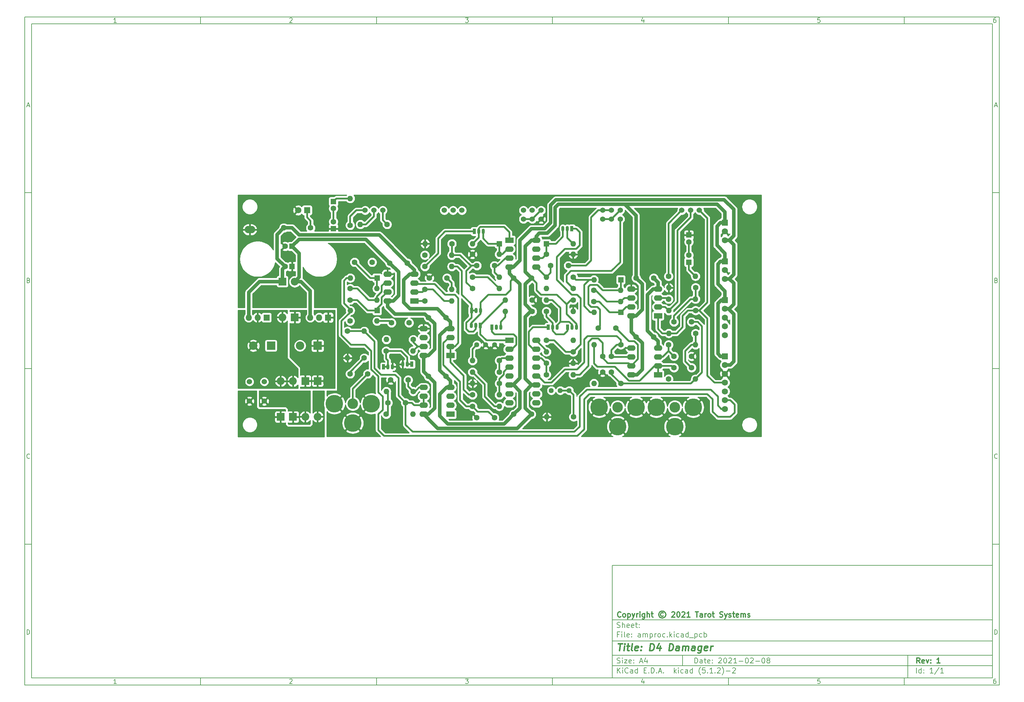
<source format=gbr>
G04 #@! TF.GenerationSoftware,KiCad,Pcbnew,(5.1.2)-2*
G04 #@! TF.CreationDate,2021-02-08T23:51:53+00:00*
G04 #@! TF.ProjectId,amproc,616d7072-6f63-42e6-9b69-6361645f7063,1*
G04 #@! TF.SameCoordinates,PX42c1d80PY7bfa480*
G04 #@! TF.FileFunction,Copper,L2,Bot*
G04 #@! TF.FilePolarity,Positive*
%FSLAX46Y46*%
G04 Gerber Fmt 4.6, Leading zero omitted, Abs format (unit mm)*
G04 Created by KiCad (PCBNEW (5.1.2)-2) date 2021-02-08 23:51:53*
%MOMM*%
%LPD*%
G04 APERTURE LIST*
%ADD10C,0.100000*%
%ADD11C,0.150000*%
%ADD12C,0.300000*%
%ADD13C,0.400000*%
%ADD14O,3.000000X2.100000*%
%ADD15C,1.440000*%
%ADD16C,5.000000*%
%ADD17C,3.000000*%
%ADD18C,1.524000*%
%ADD19C,1.600000*%
%ADD20O,1.600000X1.600000*%
%ADD21R,1.800000X1.800000*%
%ADD22C,1.800000*%
%ADD23R,0.900000X1.500000*%
%ADD24O,0.900000X1.500000*%
%ADD25R,2.400000X1.600000*%
%ADD26O,2.400000X1.600000*%
%ADD27O,1.800000X1.800000*%
%ADD28R,1.750000X1.750000*%
%ADD29C,1.750000*%
%ADD30R,2.200000X2.200000*%
%ADD31O,2.200000X2.200000*%
%ADD32R,1.600000X1.600000*%
%ADD33R,2.400000X2.400000*%
%ADD34C,2.400000*%
%ADD35C,0.500000*%
%ADD36C,1.000000*%
%ADD37C,0.254000*%
G04 APERTURE END LIST*
D10*
D11*
X107002200Y-36007200D02*
X107002200Y-68007200D01*
X215002200Y-68007200D01*
X215002200Y-36007200D01*
X107002200Y-36007200D01*
D10*
D11*
X-60000000Y120000000D02*
X-60000000Y-70007200D01*
X217002200Y-70007200D01*
X217002200Y120000000D01*
X-60000000Y120000000D01*
D10*
D11*
X-58000000Y118000000D02*
X-58000000Y-68007200D01*
X215002200Y-68007200D01*
X215002200Y118000000D01*
X-58000000Y118000000D01*
D10*
D11*
X-10000000Y118000000D02*
X-10000000Y120000000D01*
D10*
D11*
X40000000Y118000000D02*
X40000000Y120000000D01*
D10*
D11*
X90000000Y118000000D02*
X90000000Y120000000D01*
D10*
D11*
X140000000Y118000000D02*
X140000000Y120000000D01*
D10*
D11*
X190000000Y118000000D02*
X190000000Y120000000D01*
D10*
D11*
X-33934524Y118411905D02*
X-34677381Y118411905D01*
X-34305953Y118411905D02*
X-34305953Y119711905D01*
X-34429762Y119526191D01*
X-34553572Y119402381D01*
X-34677381Y119340477D01*
D10*
D11*
X15322619Y119588096D02*
X15384523Y119650000D01*
X15508333Y119711905D01*
X15817857Y119711905D01*
X15941666Y119650000D01*
X16003571Y119588096D01*
X16065476Y119464286D01*
X16065476Y119340477D01*
X16003571Y119154762D01*
X15260714Y118411905D01*
X16065476Y118411905D01*
D10*
D11*
X65260714Y119711905D02*
X66065476Y119711905D01*
X65632142Y119216667D01*
X65817857Y119216667D01*
X65941666Y119154762D01*
X66003571Y119092858D01*
X66065476Y118969048D01*
X66065476Y118659524D01*
X66003571Y118535715D01*
X65941666Y118473810D01*
X65817857Y118411905D01*
X65446428Y118411905D01*
X65322619Y118473810D01*
X65260714Y118535715D01*
D10*
D11*
X115941666Y119278572D02*
X115941666Y118411905D01*
X115632142Y119773810D02*
X115322619Y118845239D01*
X116127380Y118845239D01*
D10*
D11*
X166003571Y119711905D02*
X165384523Y119711905D01*
X165322619Y119092858D01*
X165384523Y119154762D01*
X165508333Y119216667D01*
X165817857Y119216667D01*
X165941666Y119154762D01*
X166003571Y119092858D01*
X166065476Y118969048D01*
X166065476Y118659524D01*
X166003571Y118535715D01*
X165941666Y118473810D01*
X165817857Y118411905D01*
X165508333Y118411905D01*
X165384523Y118473810D01*
X165322619Y118535715D01*
D10*
D11*
X215941666Y119711905D02*
X215694047Y119711905D01*
X215570238Y119650000D01*
X215508333Y119588096D01*
X215384523Y119402381D01*
X215322619Y119154762D01*
X215322619Y118659524D01*
X215384523Y118535715D01*
X215446428Y118473810D01*
X215570238Y118411905D01*
X215817857Y118411905D01*
X215941666Y118473810D01*
X216003571Y118535715D01*
X216065476Y118659524D01*
X216065476Y118969048D01*
X216003571Y119092858D01*
X215941666Y119154762D01*
X215817857Y119216667D01*
X215570238Y119216667D01*
X215446428Y119154762D01*
X215384523Y119092858D01*
X215322619Y118969048D01*
D10*
D11*
X-10000000Y-68007200D02*
X-10000000Y-70007200D01*
D10*
D11*
X40000000Y-68007200D02*
X40000000Y-70007200D01*
D10*
D11*
X90000000Y-68007200D02*
X90000000Y-70007200D01*
D10*
D11*
X140000000Y-68007200D02*
X140000000Y-70007200D01*
D10*
D11*
X190000000Y-68007200D02*
X190000000Y-70007200D01*
D10*
D11*
X-33934524Y-69595295D02*
X-34677381Y-69595295D01*
X-34305953Y-69595295D02*
X-34305953Y-68295295D01*
X-34429762Y-68481009D01*
X-34553572Y-68604819D01*
X-34677381Y-68666723D01*
D10*
D11*
X15322619Y-68419104D02*
X15384523Y-68357200D01*
X15508333Y-68295295D01*
X15817857Y-68295295D01*
X15941666Y-68357200D01*
X16003571Y-68419104D01*
X16065476Y-68542914D01*
X16065476Y-68666723D01*
X16003571Y-68852438D01*
X15260714Y-69595295D01*
X16065476Y-69595295D01*
D10*
D11*
X65260714Y-68295295D02*
X66065476Y-68295295D01*
X65632142Y-68790533D01*
X65817857Y-68790533D01*
X65941666Y-68852438D01*
X66003571Y-68914342D01*
X66065476Y-69038152D01*
X66065476Y-69347676D01*
X66003571Y-69471485D01*
X65941666Y-69533390D01*
X65817857Y-69595295D01*
X65446428Y-69595295D01*
X65322619Y-69533390D01*
X65260714Y-69471485D01*
D10*
D11*
X115941666Y-68728628D02*
X115941666Y-69595295D01*
X115632142Y-68233390D02*
X115322619Y-69161961D01*
X116127380Y-69161961D01*
D10*
D11*
X166003571Y-68295295D02*
X165384523Y-68295295D01*
X165322619Y-68914342D01*
X165384523Y-68852438D01*
X165508333Y-68790533D01*
X165817857Y-68790533D01*
X165941666Y-68852438D01*
X166003571Y-68914342D01*
X166065476Y-69038152D01*
X166065476Y-69347676D01*
X166003571Y-69471485D01*
X165941666Y-69533390D01*
X165817857Y-69595295D01*
X165508333Y-69595295D01*
X165384523Y-69533390D01*
X165322619Y-69471485D01*
D10*
D11*
X215941666Y-68295295D02*
X215694047Y-68295295D01*
X215570238Y-68357200D01*
X215508333Y-68419104D01*
X215384523Y-68604819D01*
X215322619Y-68852438D01*
X215322619Y-69347676D01*
X215384523Y-69471485D01*
X215446428Y-69533390D01*
X215570238Y-69595295D01*
X215817857Y-69595295D01*
X215941666Y-69533390D01*
X216003571Y-69471485D01*
X216065476Y-69347676D01*
X216065476Y-69038152D01*
X216003571Y-68914342D01*
X215941666Y-68852438D01*
X215817857Y-68790533D01*
X215570238Y-68790533D01*
X215446428Y-68852438D01*
X215384523Y-68914342D01*
X215322619Y-69038152D01*
D10*
D11*
X-60000000Y70000000D02*
X-58000000Y70000000D01*
D10*
D11*
X-60000000Y20000000D02*
X-58000000Y20000000D01*
D10*
D11*
X-60000000Y-30000000D02*
X-58000000Y-30000000D01*
D10*
D11*
X-59309524Y94783334D02*
X-58690477Y94783334D01*
X-59433334Y94411905D02*
X-59000000Y95711905D01*
X-58566667Y94411905D01*
D10*
D11*
X-58907143Y45092858D02*
X-58721429Y45030953D01*
X-58659524Y44969048D01*
X-58597620Y44845239D01*
X-58597620Y44659524D01*
X-58659524Y44535715D01*
X-58721429Y44473810D01*
X-58845239Y44411905D01*
X-59340477Y44411905D01*
X-59340477Y45711905D01*
X-58907143Y45711905D01*
X-58783334Y45650000D01*
X-58721429Y45588096D01*
X-58659524Y45464286D01*
X-58659524Y45340477D01*
X-58721429Y45216667D01*
X-58783334Y45154762D01*
X-58907143Y45092858D01*
X-59340477Y45092858D01*
D10*
D11*
X-58597620Y-5464285D02*
X-58659524Y-5526190D01*
X-58845239Y-5588095D01*
X-58969048Y-5588095D01*
X-59154762Y-5526190D01*
X-59278572Y-5402380D01*
X-59340477Y-5278571D01*
X-59402381Y-5030952D01*
X-59402381Y-4845238D01*
X-59340477Y-4597619D01*
X-59278572Y-4473809D01*
X-59154762Y-4350000D01*
X-58969048Y-4288095D01*
X-58845239Y-4288095D01*
X-58659524Y-4350000D01*
X-58597620Y-4411904D01*
D10*
D11*
X-59340477Y-55588095D02*
X-59340477Y-54288095D01*
X-59030953Y-54288095D01*
X-58845239Y-54350000D01*
X-58721429Y-54473809D01*
X-58659524Y-54597619D01*
X-58597620Y-54845238D01*
X-58597620Y-55030952D01*
X-58659524Y-55278571D01*
X-58721429Y-55402380D01*
X-58845239Y-55526190D01*
X-59030953Y-55588095D01*
X-59340477Y-55588095D01*
D10*
D11*
X217002200Y70000000D02*
X215002200Y70000000D01*
D10*
D11*
X217002200Y20000000D02*
X215002200Y20000000D01*
D10*
D11*
X217002200Y-30000000D02*
X215002200Y-30000000D01*
D10*
D11*
X215692676Y94783334D02*
X216311723Y94783334D01*
X215568866Y94411905D02*
X216002200Y95711905D01*
X216435533Y94411905D01*
D10*
D11*
X216095057Y45092858D02*
X216280771Y45030953D01*
X216342676Y44969048D01*
X216404580Y44845239D01*
X216404580Y44659524D01*
X216342676Y44535715D01*
X216280771Y44473810D01*
X216156961Y44411905D01*
X215661723Y44411905D01*
X215661723Y45711905D01*
X216095057Y45711905D01*
X216218866Y45650000D01*
X216280771Y45588096D01*
X216342676Y45464286D01*
X216342676Y45340477D01*
X216280771Y45216667D01*
X216218866Y45154762D01*
X216095057Y45092858D01*
X215661723Y45092858D01*
D10*
D11*
X216404580Y-5464285D02*
X216342676Y-5526190D01*
X216156961Y-5588095D01*
X216033152Y-5588095D01*
X215847438Y-5526190D01*
X215723628Y-5402380D01*
X215661723Y-5278571D01*
X215599819Y-5030952D01*
X215599819Y-4845238D01*
X215661723Y-4597619D01*
X215723628Y-4473809D01*
X215847438Y-4350000D01*
X216033152Y-4288095D01*
X216156961Y-4288095D01*
X216342676Y-4350000D01*
X216404580Y-4411904D01*
D10*
D11*
X215661723Y-55588095D02*
X215661723Y-54288095D01*
X215971247Y-54288095D01*
X216156961Y-54350000D01*
X216280771Y-54473809D01*
X216342676Y-54597619D01*
X216404580Y-54845238D01*
X216404580Y-55030952D01*
X216342676Y-55278571D01*
X216280771Y-55402380D01*
X216156961Y-55526190D01*
X215971247Y-55588095D01*
X215661723Y-55588095D01*
D10*
D11*
X130434342Y-63785771D02*
X130434342Y-62285771D01*
X130791485Y-62285771D01*
X131005771Y-62357200D01*
X131148628Y-62500057D01*
X131220057Y-62642914D01*
X131291485Y-62928628D01*
X131291485Y-63142914D01*
X131220057Y-63428628D01*
X131148628Y-63571485D01*
X131005771Y-63714342D01*
X130791485Y-63785771D01*
X130434342Y-63785771D01*
X132577200Y-63785771D02*
X132577200Y-63000057D01*
X132505771Y-62857200D01*
X132362914Y-62785771D01*
X132077200Y-62785771D01*
X131934342Y-62857200D01*
X132577200Y-63714342D02*
X132434342Y-63785771D01*
X132077200Y-63785771D01*
X131934342Y-63714342D01*
X131862914Y-63571485D01*
X131862914Y-63428628D01*
X131934342Y-63285771D01*
X132077200Y-63214342D01*
X132434342Y-63214342D01*
X132577200Y-63142914D01*
X133077200Y-62785771D02*
X133648628Y-62785771D01*
X133291485Y-62285771D02*
X133291485Y-63571485D01*
X133362914Y-63714342D01*
X133505771Y-63785771D01*
X133648628Y-63785771D01*
X134720057Y-63714342D02*
X134577200Y-63785771D01*
X134291485Y-63785771D01*
X134148628Y-63714342D01*
X134077200Y-63571485D01*
X134077200Y-63000057D01*
X134148628Y-62857200D01*
X134291485Y-62785771D01*
X134577200Y-62785771D01*
X134720057Y-62857200D01*
X134791485Y-63000057D01*
X134791485Y-63142914D01*
X134077200Y-63285771D01*
X135434342Y-63642914D02*
X135505771Y-63714342D01*
X135434342Y-63785771D01*
X135362914Y-63714342D01*
X135434342Y-63642914D01*
X135434342Y-63785771D01*
X135434342Y-62857200D02*
X135505771Y-62928628D01*
X135434342Y-63000057D01*
X135362914Y-62928628D01*
X135434342Y-62857200D01*
X135434342Y-63000057D01*
X137220057Y-62428628D02*
X137291485Y-62357200D01*
X137434342Y-62285771D01*
X137791485Y-62285771D01*
X137934342Y-62357200D01*
X138005771Y-62428628D01*
X138077200Y-62571485D01*
X138077200Y-62714342D01*
X138005771Y-62928628D01*
X137148628Y-63785771D01*
X138077200Y-63785771D01*
X139005771Y-62285771D02*
X139148628Y-62285771D01*
X139291485Y-62357200D01*
X139362914Y-62428628D01*
X139434342Y-62571485D01*
X139505771Y-62857200D01*
X139505771Y-63214342D01*
X139434342Y-63500057D01*
X139362914Y-63642914D01*
X139291485Y-63714342D01*
X139148628Y-63785771D01*
X139005771Y-63785771D01*
X138862914Y-63714342D01*
X138791485Y-63642914D01*
X138720057Y-63500057D01*
X138648628Y-63214342D01*
X138648628Y-62857200D01*
X138720057Y-62571485D01*
X138791485Y-62428628D01*
X138862914Y-62357200D01*
X139005771Y-62285771D01*
X140077200Y-62428628D02*
X140148628Y-62357200D01*
X140291485Y-62285771D01*
X140648628Y-62285771D01*
X140791485Y-62357200D01*
X140862914Y-62428628D01*
X140934342Y-62571485D01*
X140934342Y-62714342D01*
X140862914Y-62928628D01*
X140005771Y-63785771D01*
X140934342Y-63785771D01*
X142362914Y-63785771D02*
X141505771Y-63785771D01*
X141934342Y-63785771D02*
X141934342Y-62285771D01*
X141791485Y-62500057D01*
X141648628Y-62642914D01*
X141505771Y-62714342D01*
X143005771Y-63214342D02*
X144148628Y-63214342D01*
X145148628Y-62285771D02*
X145291485Y-62285771D01*
X145434342Y-62357200D01*
X145505771Y-62428628D01*
X145577200Y-62571485D01*
X145648628Y-62857200D01*
X145648628Y-63214342D01*
X145577200Y-63500057D01*
X145505771Y-63642914D01*
X145434342Y-63714342D01*
X145291485Y-63785771D01*
X145148628Y-63785771D01*
X145005771Y-63714342D01*
X144934342Y-63642914D01*
X144862914Y-63500057D01*
X144791485Y-63214342D01*
X144791485Y-62857200D01*
X144862914Y-62571485D01*
X144934342Y-62428628D01*
X145005771Y-62357200D01*
X145148628Y-62285771D01*
X146220057Y-62428628D02*
X146291485Y-62357200D01*
X146434342Y-62285771D01*
X146791485Y-62285771D01*
X146934342Y-62357200D01*
X147005771Y-62428628D01*
X147077200Y-62571485D01*
X147077200Y-62714342D01*
X147005771Y-62928628D01*
X146148628Y-63785771D01*
X147077200Y-63785771D01*
X147720057Y-63214342D02*
X148862914Y-63214342D01*
X149862914Y-62285771D02*
X150005771Y-62285771D01*
X150148628Y-62357200D01*
X150220057Y-62428628D01*
X150291485Y-62571485D01*
X150362914Y-62857200D01*
X150362914Y-63214342D01*
X150291485Y-63500057D01*
X150220057Y-63642914D01*
X150148628Y-63714342D01*
X150005771Y-63785771D01*
X149862914Y-63785771D01*
X149720057Y-63714342D01*
X149648628Y-63642914D01*
X149577200Y-63500057D01*
X149505771Y-63214342D01*
X149505771Y-62857200D01*
X149577200Y-62571485D01*
X149648628Y-62428628D01*
X149720057Y-62357200D01*
X149862914Y-62285771D01*
X151220057Y-62928628D02*
X151077200Y-62857200D01*
X151005771Y-62785771D01*
X150934342Y-62642914D01*
X150934342Y-62571485D01*
X151005771Y-62428628D01*
X151077200Y-62357200D01*
X151220057Y-62285771D01*
X151505771Y-62285771D01*
X151648628Y-62357200D01*
X151720057Y-62428628D01*
X151791485Y-62571485D01*
X151791485Y-62642914D01*
X151720057Y-62785771D01*
X151648628Y-62857200D01*
X151505771Y-62928628D01*
X151220057Y-62928628D01*
X151077200Y-63000057D01*
X151005771Y-63071485D01*
X150934342Y-63214342D01*
X150934342Y-63500057D01*
X151005771Y-63642914D01*
X151077200Y-63714342D01*
X151220057Y-63785771D01*
X151505771Y-63785771D01*
X151648628Y-63714342D01*
X151720057Y-63642914D01*
X151791485Y-63500057D01*
X151791485Y-63214342D01*
X151720057Y-63071485D01*
X151648628Y-63000057D01*
X151505771Y-62928628D01*
D10*
D11*
X107002200Y-64507200D02*
X215002200Y-64507200D01*
D10*
D11*
X108434342Y-66585771D02*
X108434342Y-65085771D01*
X109291485Y-66585771D02*
X108648628Y-65728628D01*
X109291485Y-65085771D02*
X108434342Y-65942914D01*
X109934342Y-66585771D02*
X109934342Y-65585771D01*
X109934342Y-65085771D02*
X109862914Y-65157200D01*
X109934342Y-65228628D01*
X110005771Y-65157200D01*
X109934342Y-65085771D01*
X109934342Y-65228628D01*
X111505771Y-66442914D02*
X111434342Y-66514342D01*
X111220057Y-66585771D01*
X111077200Y-66585771D01*
X110862914Y-66514342D01*
X110720057Y-66371485D01*
X110648628Y-66228628D01*
X110577200Y-65942914D01*
X110577200Y-65728628D01*
X110648628Y-65442914D01*
X110720057Y-65300057D01*
X110862914Y-65157200D01*
X111077200Y-65085771D01*
X111220057Y-65085771D01*
X111434342Y-65157200D01*
X111505771Y-65228628D01*
X112791485Y-66585771D02*
X112791485Y-65800057D01*
X112720057Y-65657200D01*
X112577200Y-65585771D01*
X112291485Y-65585771D01*
X112148628Y-65657200D01*
X112791485Y-66514342D02*
X112648628Y-66585771D01*
X112291485Y-66585771D01*
X112148628Y-66514342D01*
X112077200Y-66371485D01*
X112077200Y-66228628D01*
X112148628Y-66085771D01*
X112291485Y-66014342D01*
X112648628Y-66014342D01*
X112791485Y-65942914D01*
X114148628Y-66585771D02*
X114148628Y-65085771D01*
X114148628Y-66514342D02*
X114005771Y-66585771D01*
X113720057Y-66585771D01*
X113577200Y-66514342D01*
X113505771Y-66442914D01*
X113434342Y-66300057D01*
X113434342Y-65871485D01*
X113505771Y-65728628D01*
X113577200Y-65657200D01*
X113720057Y-65585771D01*
X114005771Y-65585771D01*
X114148628Y-65657200D01*
X116005771Y-65800057D02*
X116505771Y-65800057D01*
X116720057Y-66585771D02*
X116005771Y-66585771D01*
X116005771Y-65085771D01*
X116720057Y-65085771D01*
X117362914Y-66442914D02*
X117434342Y-66514342D01*
X117362914Y-66585771D01*
X117291485Y-66514342D01*
X117362914Y-66442914D01*
X117362914Y-66585771D01*
X118077200Y-66585771D02*
X118077200Y-65085771D01*
X118434342Y-65085771D01*
X118648628Y-65157200D01*
X118791485Y-65300057D01*
X118862914Y-65442914D01*
X118934342Y-65728628D01*
X118934342Y-65942914D01*
X118862914Y-66228628D01*
X118791485Y-66371485D01*
X118648628Y-66514342D01*
X118434342Y-66585771D01*
X118077200Y-66585771D01*
X119577200Y-66442914D02*
X119648628Y-66514342D01*
X119577200Y-66585771D01*
X119505771Y-66514342D01*
X119577200Y-66442914D01*
X119577200Y-66585771D01*
X120220057Y-66157200D02*
X120934342Y-66157200D01*
X120077200Y-66585771D02*
X120577200Y-65085771D01*
X121077200Y-66585771D01*
X121577200Y-66442914D02*
X121648628Y-66514342D01*
X121577200Y-66585771D01*
X121505771Y-66514342D01*
X121577200Y-66442914D01*
X121577200Y-66585771D01*
X124577200Y-66585771D02*
X124577200Y-65085771D01*
X124720057Y-66014342D02*
X125148628Y-66585771D01*
X125148628Y-65585771D02*
X124577200Y-66157200D01*
X125791485Y-66585771D02*
X125791485Y-65585771D01*
X125791485Y-65085771D02*
X125720057Y-65157200D01*
X125791485Y-65228628D01*
X125862914Y-65157200D01*
X125791485Y-65085771D01*
X125791485Y-65228628D01*
X127148628Y-66514342D02*
X127005771Y-66585771D01*
X126720057Y-66585771D01*
X126577200Y-66514342D01*
X126505771Y-66442914D01*
X126434342Y-66300057D01*
X126434342Y-65871485D01*
X126505771Y-65728628D01*
X126577200Y-65657200D01*
X126720057Y-65585771D01*
X127005771Y-65585771D01*
X127148628Y-65657200D01*
X128434342Y-66585771D02*
X128434342Y-65800057D01*
X128362914Y-65657200D01*
X128220057Y-65585771D01*
X127934342Y-65585771D01*
X127791485Y-65657200D01*
X128434342Y-66514342D02*
X128291485Y-66585771D01*
X127934342Y-66585771D01*
X127791485Y-66514342D01*
X127720057Y-66371485D01*
X127720057Y-66228628D01*
X127791485Y-66085771D01*
X127934342Y-66014342D01*
X128291485Y-66014342D01*
X128434342Y-65942914D01*
X129791485Y-66585771D02*
X129791485Y-65085771D01*
X129791485Y-66514342D02*
X129648628Y-66585771D01*
X129362914Y-66585771D01*
X129220057Y-66514342D01*
X129148628Y-66442914D01*
X129077200Y-66300057D01*
X129077200Y-65871485D01*
X129148628Y-65728628D01*
X129220057Y-65657200D01*
X129362914Y-65585771D01*
X129648628Y-65585771D01*
X129791485Y-65657200D01*
X132077200Y-67157200D02*
X132005771Y-67085771D01*
X131862914Y-66871485D01*
X131791485Y-66728628D01*
X131720057Y-66514342D01*
X131648628Y-66157200D01*
X131648628Y-65871485D01*
X131720057Y-65514342D01*
X131791485Y-65300057D01*
X131862914Y-65157200D01*
X132005771Y-64942914D01*
X132077200Y-64871485D01*
X133362914Y-65085771D02*
X132648628Y-65085771D01*
X132577200Y-65800057D01*
X132648628Y-65728628D01*
X132791485Y-65657200D01*
X133148628Y-65657200D01*
X133291485Y-65728628D01*
X133362914Y-65800057D01*
X133434342Y-65942914D01*
X133434342Y-66300057D01*
X133362914Y-66442914D01*
X133291485Y-66514342D01*
X133148628Y-66585771D01*
X132791485Y-66585771D01*
X132648628Y-66514342D01*
X132577200Y-66442914D01*
X134077200Y-66442914D02*
X134148628Y-66514342D01*
X134077200Y-66585771D01*
X134005771Y-66514342D01*
X134077200Y-66442914D01*
X134077200Y-66585771D01*
X135577200Y-66585771D02*
X134720057Y-66585771D01*
X135148628Y-66585771D02*
X135148628Y-65085771D01*
X135005771Y-65300057D01*
X134862914Y-65442914D01*
X134720057Y-65514342D01*
X136220057Y-66442914D02*
X136291485Y-66514342D01*
X136220057Y-66585771D01*
X136148628Y-66514342D01*
X136220057Y-66442914D01*
X136220057Y-66585771D01*
X136862914Y-65228628D02*
X136934342Y-65157200D01*
X137077200Y-65085771D01*
X137434342Y-65085771D01*
X137577200Y-65157200D01*
X137648628Y-65228628D01*
X137720057Y-65371485D01*
X137720057Y-65514342D01*
X137648628Y-65728628D01*
X136791485Y-66585771D01*
X137720057Y-66585771D01*
X138220057Y-67157200D02*
X138291485Y-67085771D01*
X138434342Y-66871485D01*
X138505771Y-66728628D01*
X138577200Y-66514342D01*
X138648628Y-66157200D01*
X138648628Y-65871485D01*
X138577200Y-65514342D01*
X138505771Y-65300057D01*
X138434342Y-65157200D01*
X138291485Y-64942914D01*
X138220057Y-64871485D01*
X139362914Y-66014342D02*
X140505771Y-66014342D01*
X141148628Y-65228628D02*
X141220057Y-65157200D01*
X141362914Y-65085771D01*
X141720057Y-65085771D01*
X141862914Y-65157200D01*
X141934342Y-65228628D01*
X142005771Y-65371485D01*
X142005771Y-65514342D01*
X141934342Y-65728628D01*
X141077200Y-66585771D01*
X142005771Y-66585771D01*
D10*
D11*
X107002200Y-61507200D02*
X215002200Y-61507200D01*
D10*
D12*
X194411485Y-63785771D02*
X193911485Y-63071485D01*
X193554342Y-63785771D02*
X193554342Y-62285771D01*
X194125771Y-62285771D01*
X194268628Y-62357200D01*
X194340057Y-62428628D01*
X194411485Y-62571485D01*
X194411485Y-62785771D01*
X194340057Y-62928628D01*
X194268628Y-63000057D01*
X194125771Y-63071485D01*
X193554342Y-63071485D01*
X195625771Y-63714342D02*
X195482914Y-63785771D01*
X195197200Y-63785771D01*
X195054342Y-63714342D01*
X194982914Y-63571485D01*
X194982914Y-63000057D01*
X195054342Y-62857200D01*
X195197200Y-62785771D01*
X195482914Y-62785771D01*
X195625771Y-62857200D01*
X195697200Y-63000057D01*
X195697200Y-63142914D01*
X194982914Y-63285771D01*
X196197200Y-62785771D02*
X196554342Y-63785771D01*
X196911485Y-62785771D01*
X197482914Y-63642914D02*
X197554342Y-63714342D01*
X197482914Y-63785771D01*
X197411485Y-63714342D01*
X197482914Y-63642914D01*
X197482914Y-63785771D01*
X197482914Y-62857200D02*
X197554342Y-62928628D01*
X197482914Y-63000057D01*
X197411485Y-62928628D01*
X197482914Y-62857200D01*
X197482914Y-63000057D01*
X200125771Y-63785771D02*
X199268628Y-63785771D01*
X199697200Y-63785771D02*
X199697200Y-62285771D01*
X199554342Y-62500057D01*
X199411485Y-62642914D01*
X199268628Y-62714342D01*
D10*
D11*
X108362914Y-63714342D02*
X108577200Y-63785771D01*
X108934342Y-63785771D01*
X109077200Y-63714342D01*
X109148628Y-63642914D01*
X109220057Y-63500057D01*
X109220057Y-63357200D01*
X109148628Y-63214342D01*
X109077200Y-63142914D01*
X108934342Y-63071485D01*
X108648628Y-63000057D01*
X108505771Y-62928628D01*
X108434342Y-62857200D01*
X108362914Y-62714342D01*
X108362914Y-62571485D01*
X108434342Y-62428628D01*
X108505771Y-62357200D01*
X108648628Y-62285771D01*
X109005771Y-62285771D01*
X109220057Y-62357200D01*
X109862914Y-63785771D02*
X109862914Y-62785771D01*
X109862914Y-62285771D02*
X109791485Y-62357200D01*
X109862914Y-62428628D01*
X109934342Y-62357200D01*
X109862914Y-62285771D01*
X109862914Y-62428628D01*
X110434342Y-62785771D02*
X111220057Y-62785771D01*
X110434342Y-63785771D01*
X111220057Y-63785771D01*
X112362914Y-63714342D02*
X112220057Y-63785771D01*
X111934342Y-63785771D01*
X111791485Y-63714342D01*
X111720057Y-63571485D01*
X111720057Y-63000057D01*
X111791485Y-62857200D01*
X111934342Y-62785771D01*
X112220057Y-62785771D01*
X112362914Y-62857200D01*
X112434342Y-63000057D01*
X112434342Y-63142914D01*
X111720057Y-63285771D01*
X113077200Y-63642914D02*
X113148628Y-63714342D01*
X113077200Y-63785771D01*
X113005771Y-63714342D01*
X113077200Y-63642914D01*
X113077200Y-63785771D01*
X113077200Y-62857200D02*
X113148628Y-62928628D01*
X113077200Y-63000057D01*
X113005771Y-62928628D01*
X113077200Y-62857200D01*
X113077200Y-63000057D01*
X114862914Y-63357200D02*
X115577200Y-63357200D01*
X114720057Y-63785771D02*
X115220057Y-62285771D01*
X115720057Y-63785771D01*
X116862914Y-62785771D02*
X116862914Y-63785771D01*
X116505771Y-62214342D02*
X116148628Y-63285771D01*
X117077200Y-63285771D01*
D10*
D11*
X193434342Y-66585771D02*
X193434342Y-65085771D01*
X194791485Y-66585771D02*
X194791485Y-65085771D01*
X194791485Y-66514342D02*
X194648628Y-66585771D01*
X194362914Y-66585771D01*
X194220057Y-66514342D01*
X194148628Y-66442914D01*
X194077200Y-66300057D01*
X194077200Y-65871485D01*
X194148628Y-65728628D01*
X194220057Y-65657200D01*
X194362914Y-65585771D01*
X194648628Y-65585771D01*
X194791485Y-65657200D01*
X195505771Y-66442914D02*
X195577200Y-66514342D01*
X195505771Y-66585771D01*
X195434342Y-66514342D01*
X195505771Y-66442914D01*
X195505771Y-66585771D01*
X195505771Y-65657200D02*
X195577200Y-65728628D01*
X195505771Y-65800057D01*
X195434342Y-65728628D01*
X195505771Y-65657200D01*
X195505771Y-65800057D01*
X198148628Y-66585771D02*
X197291485Y-66585771D01*
X197720057Y-66585771D02*
X197720057Y-65085771D01*
X197577200Y-65300057D01*
X197434342Y-65442914D01*
X197291485Y-65514342D01*
X199862914Y-65014342D02*
X198577200Y-66942914D01*
X201148628Y-66585771D02*
X200291485Y-66585771D01*
X200720057Y-66585771D02*
X200720057Y-65085771D01*
X200577200Y-65300057D01*
X200434342Y-65442914D01*
X200291485Y-65514342D01*
D10*
D11*
X107002200Y-57507200D02*
X215002200Y-57507200D01*
D10*
D13*
X108714580Y-58211961D02*
X109857438Y-58211961D01*
X109036009Y-60211961D02*
X109286009Y-58211961D01*
X110274104Y-60211961D02*
X110440771Y-58878628D01*
X110524104Y-58211961D02*
X110416961Y-58307200D01*
X110500295Y-58402438D01*
X110607438Y-58307200D01*
X110524104Y-58211961D01*
X110500295Y-58402438D01*
X111107438Y-58878628D02*
X111869342Y-58878628D01*
X111476485Y-58211961D02*
X111262200Y-59926247D01*
X111333628Y-60116723D01*
X111512200Y-60211961D01*
X111702676Y-60211961D01*
X112655057Y-60211961D02*
X112476485Y-60116723D01*
X112405057Y-59926247D01*
X112619342Y-58211961D01*
X114190771Y-60116723D02*
X113988390Y-60211961D01*
X113607438Y-60211961D01*
X113428866Y-60116723D01*
X113357438Y-59926247D01*
X113452676Y-59164342D01*
X113571723Y-58973866D01*
X113774104Y-58878628D01*
X114155057Y-58878628D01*
X114333628Y-58973866D01*
X114405057Y-59164342D01*
X114381247Y-59354819D01*
X113405057Y-59545295D01*
X115155057Y-60021485D02*
X115238390Y-60116723D01*
X115131247Y-60211961D01*
X115047914Y-60116723D01*
X115155057Y-60021485D01*
X115131247Y-60211961D01*
X115286009Y-58973866D02*
X115369342Y-59069104D01*
X115262200Y-59164342D01*
X115178866Y-59069104D01*
X115286009Y-58973866D01*
X115262200Y-59164342D01*
X117607438Y-60211961D02*
X117857438Y-58211961D01*
X118333628Y-58211961D01*
X118607438Y-58307200D01*
X118774104Y-58497676D01*
X118845533Y-58688152D01*
X118893152Y-59069104D01*
X118857438Y-59354819D01*
X118714580Y-59735771D01*
X118595533Y-59926247D01*
X118381247Y-60116723D01*
X118083628Y-60211961D01*
X117607438Y-60211961D01*
X120631247Y-58878628D02*
X120464580Y-60211961D01*
X120250295Y-58116723D02*
X119595533Y-59545295D01*
X120833628Y-59545295D01*
X123036009Y-60211961D02*
X123286009Y-58211961D01*
X123762200Y-58211961D01*
X124036009Y-58307200D01*
X124202676Y-58497676D01*
X124274104Y-58688152D01*
X124321723Y-59069104D01*
X124286009Y-59354819D01*
X124143152Y-59735771D01*
X124024104Y-59926247D01*
X123809819Y-60116723D01*
X123512200Y-60211961D01*
X123036009Y-60211961D01*
X125893152Y-60211961D02*
X126024104Y-59164342D01*
X125952676Y-58973866D01*
X125774104Y-58878628D01*
X125393152Y-58878628D01*
X125190771Y-58973866D01*
X125905057Y-60116723D02*
X125702676Y-60211961D01*
X125226485Y-60211961D01*
X125047914Y-60116723D01*
X124976485Y-59926247D01*
X125000295Y-59735771D01*
X125119342Y-59545295D01*
X125321723Y-59450057D01*
X125797914Y-59450057D01*
X126000295Y-59354819D01*
X126845533Y-60211961D02*
X127012200Y-58878628D01*
X126988390Y-59069104D02*
X127095533Y-58973866D01*
X127297914Y-58878628D01*
X127583628Y-58878628D01*
X127762200Y-58973866D01*
X127833628Y-59164342D01*
X127702676Y-60211961D01*
X127833628Y-59164342D02*
X127952676Y-58973866D01*
X128155057Y-58878628D01*
X128440771Y-58878628D01*
X128619342Y-58973866D01*
X128690771Y-59164342D01*
X128559819Y-60211961D01*
X130369342Y-60211961D02*
X130500295Y-59164342D01*
X130428866Y-58973866D01*
X130250295Y-58878628D01*
X129869342Y-58878628D01*
X129666961Y-58973866D01*
X130381247Y-60116723D02*
X130178866Y-60211961D01*
X129702676Y-60211961D01*
X129524104Y-60116723D01*
X129452676Y-59926247D01*
X129476485Y-59735771D01*
X129595533Y-59545295D01*
X129797914Y-59450057D01*
X130274104Y-59450057D01*
X130476485Y-59354819D01*
X132345533Y-58878628D02*
X132143152Y-60497676D01*
X132024104Y-60688152D01*
X131916961Y-60783390D01*
X131714580Y-60878628D01*
X131428866Y-60878628D01*
X131250295Y-60783390D01*
X132190771Y-60116723D02*
X131988390Y-60211961D01*
X131607438Y-60211961D01*
X131428866Y-60116723D01*
X131345533Y-60021485D01*
X131274104Y-59831009D01*
X131345533Y-59259580D01*
X131464580Y-59069104D01*
X131571723Y-58973866D01*
X131774104Y-58878628D01*
X132155057Y-58878628D01*
X132333628Y-58973866D01*
X133905057Y-60116723D02*
X133702676Y-60211961D01*
X133321723Y-60211961D01*
X133143152Y-60116723D01*
X133071723Y-59926247D01*
X133166961Y-59164342D01*
X133286009Y-58973866D01*
X133488390Y-58878628D01*
X133869342Y-58878628D01*
X134047914Y-58973866D01*
X134119342Y-59164342D01*
X134095533Y-59354819D01*
X133119342Y-59545295D01*
X134845533Y-60211961D02*
X135012200Y-58878628D01*
X134964580Y-59259580D02*
X135083628Y-59069104D01*
X135190771Y-58973866D01*
X135393152Y-58878628D01*
X135583628Y-58878628D01*
D10*
D11*
X108934342Y-55600057D02*
X108434342Y-55600057D01*
X108434342Y-56385771D02*
X108434342Y-54885771D01*
X109148628Y-54885771D01*
X109720057Y-56385771D02*
X109720057Y-55385771D01*
X109720057Y-54885771D02*
X109648628Y-54957200D01*
X109720057Y-55028628D01*
X109791485Y-54957200D01*
X109720057Y-54885771D01*
X109720057Y-55028628D01*
X110648628Y-56385771D02*
X110505771Y-56314342D01*
X110434342Y-56171485D01*
X110434342Y-54885771D01*
X111791485Y-56314342D02*
X111648628Y-56385771D01*
X111362914Y-56385771D01*
X111220057Y-56314342D01*
X111148628Y-56171485D01*
X111148628Y-55600057D01*
X111220057Y-55457200D01*
X111362914Y-55385771D01*
X111648628Y-55385771D01*
X111791485Y-55457200D01*
X111862914Y-55600057D01*
X111862914Y-55742914D01*
X111148628Y-55885771D01*
X112505771Y-56242914D02*
X112577200Y-56314342D01*
X112505771Y-56385771D01*
X112434342Y-56314342D01*
X112505771Y-56242914D01*
X112505771Y-56385771D01*
X112505771Y-55457200D02*
X112577200Y-55528628D01*
X112505771Y-55600057D01*
X112434342Y-55528628D01*
X112505771Y-55457200D01*
X112505771Y-55600057D01*
X115005771Y-56385771D02*
X115005771Y-55600057D01*
X114934342Y-55457200D01*
X114791485Y-55385771D01*
X114505771Y-55385771D01*
X114362914Y-55457200D01*
X115005771Y-56314342D02*
X114862914Y-56385771D01*
X114505771Y-56385771D01*
X114362914Y-56314342D01*
X114291485Y-56171485D01*
X114291485Y-56028628D01*
X114362914Y-55885771D01*
X114505771Y-55814342D01*
X114862914Y-55814342D01*
X115005771Y-55742914D01*
X115720057Y-56385771D02*
X115720057Y-55385771D01*
X115720057Y-55528628D02*
X115791485Y-55457200D01*
X115934342Y-55385771D01*
X116148628Y-55385771D01*
X116291485Y-55457200D01*
X116362914Y-55600057D01*
X116362914Y-56385771D01*
X116362914Y-55600057D02*
X116434342Y-55457200D01*
X116577200Y-55385771D01*
X116791485Y-55385771D01*
X116934342Y-55457200D01*
X117005771Y-55600057D01*
X117005771Y-56385771D01*
X117720057Y-55385771D02*
X117720057Y-56885771D01*
X117720057Y-55457200D02*
X117862914Y-55385771D01*
X118148628Y-55385771D01*
X118291485Y-55457200D01*
X118362914Y-55528628D01*
X118434342Y-55671485D01*
X118434342Y-56100057D01*
X118362914Y-56242914D01*
X118291485Y-56314342D01*
X118148628Y-56385771D01*
X117862914Y-56385771D01*
X117720057Y-56314342D01*
X119077200Y-56385771D02*
X119077200Y-55385771D01*
X119077200Y-55671485D02*
X119148628Y-55528628D01*
X119220057Y-55457200D01*
X119362914Y-55385771D01*
X119505771Y-55385771D01*
X120220057Y-56385771D02*
X120077200Y-56314342D01*
X120005771Y-56242914D01*
X119934342Y-56100057D01*
X119934342Y-55671485D01*
X120005771Y-55528628D01*
X120077200Y-55457200D01*
X120220057Y-55385771D01*
X120434342Y-55385771D01*
X120577200Y-55457200D01*
X120648628Y-55528628D01*
X120720057Y-55671485D01*
X120720057Y-56100057D01*
X120648628Y-56242914D01*
X120577200Y-56314342D01*
X120434342Y-56385771D01*
X120220057Y-56385771D01*
X122005771Y-56314342D02*
X121862914Y-56385771D01*
X121577200Y-56385771D01*
X121434342Y-56314342D01*
X121362914Y-56242914D01*
X121291485Y-56100057D01*
X121291485Y-55671485D01*
X121362914Y-55528628D01*
X121434342Y-55457200D01*
X121577200Y-55385771D01*
X121862914Y-55385771D01*
X122005771Y-55457200D01*
X122648628Y-56242914D02*
X122720057Y-56314342D01*
X122648628Y-56385771D01*
X122577200Y-56314342D01*
X122648628Y-56242914D01*
X122648628Y-56385771D01*
X123362914Y-56385771D02*
X123362914Y-54885771D01*
X123505771Y-55814342D02*
X123934342Y-56385771D01*
X123934342Y-55385771D02*
X123362914Y-55957200D01*
X124577200Y-56385771D02*
X124577200Y-55385771D01*
X124577200Y-54885771D02*
X124505771Y-54957200D01*
X124577200Y-55028628D01*
X124648628Y-54957200D01*
X124577200Y-54885771D01*
X124577200Y-55028628D01*
X125934342Y-56314342D02*
X125791485Y-56385771D01*
X125505771Y-56385771D01*
X125362914Y-56314342D01*
X125291485Y-56242914D01*
X125220057Y-56100057D01*
X125220057Y-55671485D01*
X125291485Y-55528628D01*
X125362914Y-55457200D01*
X125505771Y-55385771D01*
X125791485Y-55385771D01*
X125934342Y-55457200D01*
X127220057Y-56385771D02*
X127220057Y-55600057D01*
X127148628Y-55457200D01*
X127005771Y-55385771D01*
X126720057Y-55385771D01*
X126577200Y-55457200D01*
X127220057Y-56314342D02*
X127077200Y-56385771D01*
X126720057Y-56385771D01*
X126577200Y-56314342D01*
X126505771Y-56171485D01*
X126505771Y-56028628D01*
X126577200Y-55885771D01*
X126720057Y-55814342D01*
X127077200Y-55814342D01*
X127220057Y-55742914D01*
X128577200Y-56385771D02*
X128577200Y-54885771D01*
X128577200Y-56314342D02*
X128434342Y-56385771D01*
X128148628Y-56385771D01*
X128005771Y-56314342D01*
X127934342Y-56242914D01*
X127862914Y-56100057D01*
X127862914Y-55671485D01*
X127934342Y-55528628D01*
X128005771Y-55457200D01*
X128148628Y-55385771D01*
X128434342Y-55385771D01*
X128577200Y-55457200D01*
X128934342Y-56528628D02*
X130077200Y-56528628D01*
X130434342Y-55385771D02*
X130434342Y-56885771D01*
X130434342Y-55457200D02*
X130577200Y-55385771D01*
X130862914Y-55385771D01*
X131005771Y-55457200D01*
X131077200Y-55528628D01*
X131148628Y-55671485D01*
X131148628Y-56100057D01*
X131077200Y-56242914D01*
X131005771Y-56314342D01*
X130862914Y-56385771D01*
X130577200Y-56385771D01*
X130434342Y-56314342D01*
X132434342Y-56314342D02*
X132291485Y-56385771D01*
X132005771Y-56385771D01*
X131862914Y-56314342D01*
X131791485Y-56242914D01*
X131720057Y-56100057D01*
X131720057Y-55671485D01*
X131791485Y-55528628D01*
X131862914Y-55457200D01*
X132005771Y-55385771D01*
X132291485Y-55385771D01*
X132434342Y-55457200D01*
X133077200Y-56385771D02*
X133077200Y-54885771D01*
X133077200Y-55457200D02*
X133220057Y-55385771D01*
X133505771Y-55385771D01*
X133648628Y-55457200D01*
X133720057Y-55528628D01*
X133791485Y-55671485D01*
X133791485Y-56100057D01*
X133720057Y-56242914D01*
X133648628Y-56314342D01*
X133505771Y-56385771D01*
X133220057Y-56385771D01*
X133077200Y-56314342D01*
D10*
D11*
X107002200Y-51507200D02*
X215002200Y-51507200D01*
D10*
D11*
X108362914Y-53614342D02*
X108577200Y-53685771D01*
X108934342Y-53685771D01*
X109077200Y-53614342D01*
X109148628Y-53542914D01*
X109220057Y-53400057D01*
X109220057Y-53257200D01*
X109148628Y-53114342D01*
X109077200Y-53042914D01*
X108934342Y-52971485D01*
X108648628Y-52900057D01*
X108505771Y-52828628D01*
X108434342Y-52757200D01*
X108362914Y-52614342D01*
X108362914Y-52471485D01*
X108434342Y-52328628D01*
X108505771Y-52257200D01*
X108648628Y-52185771D01*
X109005771Y-52185771D01*
X109220057Y-52257200D01*
X109862914Y-53685771D02*
X109862914Y-52185771D01*
X110505771Y-53685771D02*
X110505771Y-52900057D01*
X110434342Y-52757200D01*
X110291485Y-52685771D01*
X110077200Y-52685771D01*
X109934342Y-52757200D01*
X109862914Y-52828628D01*
X111791485Y-53614342D02*
X111648628Y-53685771D01*
X111362914Y-53685771D01*
X111220057Y-53614342D01*
X111148628Y-53471485D01*
X111148628Y-52900057D01*
X111220057Y-52757200D01*
X111362914Y-52685771D01*
X111648628Y-52685771D01*
X111791485Y-52757200D01*
X111862914Y-52900057D01*
X111862914Y-53042914D01*
X111148628Y-53185771D01*
X113077200Y-53614342D02*
X112934342Y-53685771D01*
X112648628Y-53685771D01*
X112505771Y-53614342D01*
X112434342Y-53471485D01*
X112434342Y-52900057D01*
X112505771Y-52757200D01*
X112648628Y-52685771D01*
X112934342Y-52685771D01*
X113077200Y-52757200D01*
X113148628Y-52900057D01*
X113148628Y-53042914D01*
X112434342Y-53185771D01*
X113577200Y-52685771D02*
X114148628Y-52685771D01*
X113791485Y-52185771D02*
X113791485Y-53471485D01*
X113862914Y-53614342D01*
X114005771Y-53685771D01*
X114148628Y-53685771D01*
X114648628Y-53542914D02*
X114720057Y-53614342D01*
X114648628Y-53685771D01*
X114577200Y-53614342D01*
X114648628Y-53542914D01*
X114648628Y-53685771D01*
X114648628Y-52757200D02*
X114720057Y-52828628D01*
X114648628Y-52900057D01*
X114577200Y-52828628D01*
X114648628Y-52757200D01*
X114648628Y-52900057D01*
D10*
D12*
X109411485Y-50542914D02*
X109340057Y-50614342D01*
X109125771Y-50685771D01*
X108982914Y-50685771D01*
X108768628Y-50614342D01*
X108625771Y-50471485D01*
X108554342Y-50328628D01*
X108482914Y-50042914D01*
X108482914Y-49828628D01*
X108554342Y-49542914D01*
X108625771Y-49400057D01*
X108768628Y-49257200D01*
X108982914Y-49185771D01*
X109125771Y-49185771D01*
X109340057Y-49257200D01*
X109411485Y-49328628D01*
X110268628Y-50685771D02*
X110125771Y-50614342D01*
X110054342Y-50542914D01*
X109982914Y-50400057D01*
X109982914Y-49971485D01*
X110054342Y-49828628D01*
X110125771Y-49757200D01*
X110268628Y-49685771D01*
X110482914Y-49685771D01*
X110625771Y-49757200D01*
X110697200Y-49828628D01*
X110768628Y-49971485D01*
X110768628Y-50400057D01*
X110697200Y-50542914D01*
X110625771Y-50614342D01*
X110482914Y-50685771D01*
X110268628Y-50685771D01*
X111411485Y-49685771D02*
X111411485Y-51185771D01*
X111411485Y-49757200D02*
X111554342Y-49685771D01*
X111840057Y-49685771D01*
X111982914Y-49757200D01*
X112054342Y-49828628D01*
X112125771Y-49971485D01*
X112125771Y-50400057D01*
X112054342Y-50542914D01*
X111982914Y-50614342D01*
X111840057Y-50685771D01*
X111554342Y-50685771D01*
X111411485Y-50614342D01*
X112625771Y-49685771D02*
X112982914Y-50685771D01*
X113340057Y-49685771D02*
X112982914Y-50685771D01*
X112840057Y-51042914D01*
X112768628Y-51114342D01*
X112625771Y-51185771D01*
X113911485Y-50685771D02*
X113911485Y-49685771D01*
X113911485Y-49971485D02*
X113982914Y-49828628D01*
X114054342Y-49757200D01*
X114197200Y-49685771D01*
X114340057Y-49685771D01*
X114840057Y-50685771D02*
X114840057Y-49685771D01*
X114840057Y-49185771D02*
X114768628Y-49257200D01*
X114840057Y-49328628D01*
X114911485Y-49257200D01*
X114840057Y-49185771D01*
X114840057Y-49328628D01*
X116197200Y-49685771D02*
X116197200Y-50900057D01*
X116125771Y-51042914D01*
X116054342Y-51114342D01*
X115911485Y-51185771D01*
X115697200Y-51185771D01*
X115554342Y-51114342D01*
X116197200Y-50614342D02*
X116054342Y-50685771D01*
X115768628Y-50685771D01*
X115625771Y-50614342D01*
X115554342Y-50542914D01*
X115482914Y-50400057D01*
X115482914Y-49971485D01*
X115554342Y-49828628D01*
X115625771Y-49757200D01*
X115768628Y-49685771D01*
X116054342Y-49685771D01*
X116197200Y-49757200D01*
X116911485Y-50685771D02*
X116911485Y-49185771D01*
X117554342Y-50685771D02*
X117554342Y-49900057D01*
X117482914Y-49757200D01*
X117340057Y-49685771D01*
X117125771Y-49685771D01*
X116982914Y-49757200D01*
X116911485Y-49828628D01*
X118054342Y-49685771D02*
X118625771Y-49685771D01*
X118268628Y-49185771D02*
X118268628Y-50471485D01*
X118340057Y-50614342D01*
X118482914Y-50685771D01*
X118625771Y-50685771D01*
X121482914Y-49542914D02*
X121340057Y-49471485D01*
X121054342Y-49471485D01*
X120911485Y-49542914D01*
X120768628Y-49685771D01*
X120697200Y-49828628D01*
X120697200Y-50114342D01*
X120768628Y-50257200D01*
X120911485Y-50400057D01*
X121054342Y-50471485D01*
X121340057Y-50471485D01*
X121482914Y-50400057D01*
X121197200Y-48971485D02*
X120840057Y-49042914D01*
X120482914Y-49257200D01*
X120268628Y-49614342D01*
X120197200Y-49971485D01*
X120268628Y-50328628D01*
X120482914Y-50685771D01*
X120840057Y-50900057D01*
X121197200Y-50971485D01*
X121554342Y-50900057D01*
X121911485Y-50685771D01*
X122125771Y-50328628D01*
X122197200Y-49971485D01*
X122125771Y-49614342D01*
X121911485Y-49257200D01*
X121554342Y-49042914D01*
X121197200Y-48971485D01*
X123911485Y-49328628D02*
X123982914Y-49257200D01*
X124125771Y-49185771D01*
X124482914Y-49185771D01*
X124625771Y-49257200D01*
X124697200Y-49328628D01*
X124768628Y-49471485D01*
X124768628Y-49614342D01*
X124697200Y-49828628D01*
X123840057Y-50685771D01*
X124768628Y-50685771D01*
X125697200Y-49185771D02*
X125840057Y-49185771D01*
X125982914Y-49257200D01*
X126054342Y-49328628D01*
X126125771Y-49471485D01*
X126197200Y-49757200D01*
X126197200Y-50114342D01*
X126125771Y-50400057D01*
X126054342Y-50542914D01*
X125982914Y-50614342D01*
X125840057Y-50685771D01*
X125697200Y-50685771D01*
X125554342Y-50614342D01*
X125482914Y-50542914D01*
X125411485Y-50400057D01*
X125340057Y-50114342D01*
X125340057Y-49757200D01*
X125411485Y-49471485D01*
X125482914Y-49328628D01*
X125554342Y-49257200D01*
X125697200Y-49185771D01*
X126768628Y-49328628D02*
X126840057Y-49257200D01*
X126982914Y-49185771D01*
X127340057Y-49185771D01*
X127482914Y-49257200D01*
X127554342Y-49328628D01*
X127625771Y-49471485D01*
X127625771Y-49614342D01*
X127554342Y-49828628D01*
X126697200Y-50685771D01*
X127625771Y-50685771D01*
X129054342Y-50685771D02*
X128197200Y-50685771D01*
X128625771Y-50685771D02*
X128625771Y-49185771D01*
X128482914Y-49400057D01*
X128340057Y-49542914D01*
X128197200Y-49614342D01*
X130625771Y-49185771D02*
X131482914Y-49185771D01*
X131054342Y-50685771D02*
X131054342Y-49185771D01*
X132625771Y-50685771D02*
X132625771Y-49900057D01*
X132554342Y-49757200D01*
X132411485Y-49685771D01*
X132125771Y-49685771D01*
X131982914Y-49757200D01*
X132625771Y-50614342D02*
X132482914Y-50685771D01*
X132125771Y-50685771D01*
X131982914Y-50614342D01*
X131911485Y-50471485D01*
X131911485Y-50328628D01*
X131982914Y-50185771D01*
X132125771Y-50114342D01*
X132482914Y-50114342D01*
X132625771Y-50042914D01*
X133340057Y-50685771D02*
X133340057Y-49685771D01*
X133340057Y-49971485D02*
X133411485Y-49828628D01*
X133482914Y-49757200D01*
X133625771Y-49685771D01*
X133768628Y-49685771D01*
X134482914Y-50685771D02*
X134340057Y-50614342D01*
X134268628Y-50542914D01*
X134197200Y-50400057D01*
X134197200Y-49971485D01*
X134268628Y-49828628D01*
X134340057Y-49757200D01*
X134482914Y-49685771D01*
X134697200Y-49685771D01*
X134840057Y-49757200D01*
X134911485Y-49828628D01*
X134982914Y-49971485D01*
X134982914Y-50400057D01*
X134911485Y-50542914D01*
X134840057Y-50614342D01*
X134697200Y-50685771D01*
X134482914Y-50685771D01*
X135411485Y-49685771D02*
X135982914Y-49685771D01*
X135625771Y-49185771D02*
X135625771Y-50471485D01*
X135697200Y-50614342D01*
X135840057Y-50685771D01*
X135982914Y-50685771D01*
X137554342Y-50614342D02*
X137768628Y-50685771D01*
X138125771Y-50685771D01*
X138268628Y-50614342D01*
X138340057Y-50542914D01*
X138411485Y-50400057D01*
X138411485Y-50257200D01*
X138340057Y-50114342D01*
X138268628Y-50042914D01*
X138125771Y-49971485D01*
X137840057Y-49900057D01*
X137697200Y-49828628D01*
X137625771Y-49757200D01*
X137554342Y-49614342D01*
X137554342Y-49471485D01*
X137625771Y-49328628D01*
X137697200Y-49257200D01*
X137840057Y-49185771D01*
X138197200Y-49185771D01*
X138411485Y-49257200D01*
X138911485Y-49685771D02*
X139268628Y-50685771D01*
X139625771Y-49685771D02*
X139268628Y-50685771D01*
X139125771Y-51042914D01*
X139054342Y-51114342D01*
X138911485Y-51185771D01*
X140125771Y-50614342D02*
X140268628Y-50685771D01*
X140554342Y-50685771D01*
X140697200Y-50614342D01*
X140768628Y-50471485D01*
X140768628Y-50400057D01*
X140697200Y-50257200D01*
X140554342Y-50185771D01*
X140340057Y-50185771D01*
X140197200Y-50114342D01*
X140125771Y-49971485D01*
X140125771Y-49900057D01*
X140197200Y-49757200D01*
X140340057Y-49685771D01*
X140554342Y-49685771D01*
X140697200Y-49757200D01*
X141197200Y-49685771D02*
X141768628Y-49685771D01*
X141411485Y-49185771D02*
X141411485Y-50471485D01*
X141482914Y-50614342D01*
X141625771Y-50685771D01*
X141768628Y-50685771D01*
X142840057Y-50614342D02*
X142697200Y-50685771D01*
X142411485Y-50685771D01*
X142268628Y-50614342D01*
X142197200Y-50471485D01*
X142197200Y-49900057D01*
X142268628Y-49757200D01*
X142411485Y-49685771D01*
X142697200Y-49685771D01*
X142840057Y-49757200D01*
X142911485Y-49900057D01*
X142911485Y-50042914D01*
X142197200Y-50185771D01*
X143554342Y-50685771D02*
X143554342Y-49685771D01*
X143554342Y-49828628D02*
X143625771Y-49757200D01*
X143768628Y-49685771D01*
X143982914Y-49685771D01*
X144125771Y-49757200D01*
X144197200Y-49900057D01*
X144197200Y-50685771D01*
X144197200Y-49900057D02*
X144268628Y-49757200D01*
X144411485Y-49685771D01*
X144625771Y-49685771D01*
X144768628Y-49757200D01*
X144840057Y-49900057D01*
X144840057Y-50685771D01*
X145482914Y-50614342D02*
X145625771Y-50685771D01*
X145911485Y-50685771D01*
X146054342Y-50614342D01*
X146125771Y-50471485D01*
X146125771Y-50400057D01*
X146054342Y-50257200D01*
X145911485Y-50185771D01*
X145697200Y-50185771D01*
X145554342Y-50114342D01*
X145482914Y-49971485D01*
X145482914Y-49900057D01*
X145554342Y-49757200D01*
X145697200Y-49685771D01*
X145911485Y-49685771D01*
X146054342Y-49757200D01*
D10*
D11*
X127002200Y-61507200D02*
X127002200Y-64507200D01*
D10*
D11*
X191002200Y-61507200D02*
X191002200Y-68007200D01*
D14*
X4000000Y59500000D03*
D15*
X68500000Y26750000D03*
X71040000Y26750000D03*
X73580000Y26750000D03*
X94750000Y13750000D03*
X92210000Y13750000D03*
X89670000Y13750000D03*
D16*
X108500000Y3500000D03*
X103250000Y9000000D03*
X113750000Y9000000D03*
D17*
X108500000Y9000000D03*
D16*
X124750000Y3500000D03*
X119500000Y9000000D03*
X130000000Y9000000D03*
D17*
X124750000Y9000000D03*
D16*
X33250000Y4500000D03*
X28000000Y10000000D03*
X38500000Y10000000D03*
D17*
X33250000Y10000000D03*
D18*
X8100000Y10750000D03*
X3900000Y10750000D03*
X8100000Y16250000D03*
X3900000Y16250000D03*
X104250000Y62500000D03*
X106750000Y62500000D03*
X109250000Y62500000D03*
X104250000Y65000000D03*
X106750000Y65000000D03*
X109250000Y65000000D03*
X81750000Y62500000D03*
X84250000Y62500000D03*
X86750000Y62500000D03*
X81750000Y65000000D03*
X84250000Y65000000D03*
X86750000Y65000000D03*
X41750000Y65000000D03*
X39250000Y65000000D03*
X36750000Y65000000D03*
X131750000Y65000000D03*
X129250000Y65000000D03*
X126750000Y65000000D03*
X64250000Y65000000D03*
X61750000Y65000000D03*
X59250000Y65000000D03*
D19*
X21250000Y60000000D03*
D20*
X13630000Y60000000D03*
D21*
X20250000Y65000000D03*
D22*
X17710000Y65000000D03*
D23*
X95500000Y59750000D03*
D24*
X92960000Y59750000D03*
X94230000Y59750000D03*
D25*
X77750000Y56500000D03*
D26*
X85370000Y48880000D03*
X77750000Y53960000D03*
X85370000Y51420000D03*
X77750000Y51420000D03*
X85370000Y53960000D03*
X77750000Y48880000D03*
X85370000Y56500000D03*
D19*
X61400000Y55500000D03*
D20*
X53780000Y55500000D03*
D19*
X53750000Y52250000D03*
D20*
X61370000Y52250000D03*
D19*
X123000000Y26750000D03*
D20*
X130620000Y26750000D03*
D19*
X130650000Y30000000D03*
D20*
X123030000Y30000000D03*
D19*
X123000000Y46250000D03*
D20*
X130620000Y46250000D03*
D19*
X130650000Y36500000D03*
D20*
X123030000Y36500000D03*
D19*
X123000000Y39750000D03*
D20*
X130620000Y39750000D03*
D19*
X130650000Y43000000D03*
D20*
X123030000Y43000000D03*
D19*
X109400000Y15750000D03*
D20*
X101780000Y15750000D03*
D19*
X123000000Y17000000D03*
D20*
X130620000Y17000000D03*
D19*
X84250000Y36250000D03*
D20*
X76630000Y36250000D03*
D19*
X95900000Y39500000D03*
D20*
X88280000Y39500000D03*
D19*
X88250000Y36250000D03*
D20*
X95870000Y36250000D03*
D19*
X36500000Y23000000D03*
D20*
X36500000Y30620000D03*
D19*
X31750000Y30650000D03*
D20*
X31750000Y23030000D03*
D19*
X50400000Y13500000D03*
D20*
X42780000Y13500000D03*
D19*
X42750000Y7000000D03*
D20*
X50370000Y7000000D03*
D19*
X32500000Y60750000D03*
D20*
X32500000Y68370000D03*
D19*
X43000000Y61000000D03*
D20*
X35380000Y61000000D03*
D19*
X42750000Y25000000D03*
D20*
X50370000Y25000000D03*
D19*
X50400000Y28250000D03*
D20*
X42780000Y28250000D03*
D19*
X32500000Y33500000D03*
D20*
X40120000Y33500000D03*
D19*
X32500000Y39500000D03*
D20*
X40120000Y39500000D03*
D19*
X67250000Y42750000D03*
D20*
X74870000Y42750000D03*
D19*
X67250000Y46000000D03*
D20*
X74870000Y46000000D03*
D19*
X32500000Y42750000D03*
D20*
X40120000Y42750000D03*
D19*
X53750000Y39250000D03*
D20*
X61370000Y39250000D03*
D19*
X53750000Y42500000D03*
D20*
X61370000Y42500000D03*
D19*
X53750000Y49000000D03*
D20*
X61370000Y49000000D03*
D19*
X67250000Y52500000D03*
D20*
X74870000Y52500000D03*
D19*
X84250000Y39500000D03*
D20*
X76630000Y39500000D03*
D19*
X67250000Y12500000D03*
D20*
X74870000Y12500000D03*
D19*
X74900000Y15750000D03*
D20*
X67280000Y15750000D03*
D19*
X67250000Y9250000D03*
D20*
X74870000Y9250000D03*
D19*
X74900000Y22250000D03*
D20*
X67280000Y22250000D03*
D19*
X74900000Y19000000D03*
D20*
X67280000Y19000000D03*
D19*
X101750000Y39000000D03*
D20*
X109370000Y39000000D03*
D19*
X95900000Y42750000D03*
D20*
X88280000Y42750000D03*
D19*
X95900000Y46000000D03*
D20*
X88280000Y46000000D03*
D19*
X101750000Y42250000D03*
D20*
X109370000Y42250000D03*
D19*
X88250000Y21500000D03*
D20*
X95870000Y21500000D03*
D19*
X88250000Y18250000D03*
D20*
X95870000Y18250000D03*
D19*
X88250000Y52500000D03*
D20*
X95870000Y52500000D03*
D19*
X96000000Y6250000D03*
D20*
X88380000Y6250000D03*
D19*
X95900000Y24750000D03*
D20*
X88280000Y24750000D03*
D19*
X88250000Y28000000D03*
D20*
X95870000Y28000000D03*
D19*
X109400000Y26750000D03*
D20*
X101780000Y26750000D03*
D21*
X8750000Y34500000D03*
D27*
X6210000Y34500000D03*
X3670000Y34500000D03*
D21*
X26250000Y34500000D03*
D27*
X23710000Y34500000D03*
X21170000Y34500000D03*
D28*
X139000000Y61500000D03*
D29*
X139000000Y59000000D03*
X139000000Y56500000D03*
D28*
X139000000Y50500000D03*
D29*
X139000000Y48000000D03*
X139000000Y45500000D03*
D25*
X61000000Y7000000D03*
D26*
X53380000Y14620000D03*
X61000000Y9540000D03*
X53380000Y12080000D03*
X61000000Y12080000D03*
X53380000Y9540000D03*
X61000000Y14620000D03*
X53380000Y7000000D03*
D25*
X61000000Y23750000D03*
D26*
X53380000Y31370000D03*
X61000000Y26290000D03*
X53380000Y28830000D03*
X61000000Y28830000D03*
X53380000Y26290000D03*
X61000000Y31370000D03*
X53380000Y23750000D03*
D25*
X50750000Y39250000D03*
D26*
X43130000Y46870000D03*
X50750000Y41790000D03*
X43130000Y44330000D03*
X50750000Y44330000D03*
X43130000Y41790000D03*
X50750000Y46870000D03*
X43130000Y39250000D03*
D25*
X77750000Y28000000D03*
D26*
X85370000Y10220000D03*
X77750000Y25460000D03*
X85370000Y12760000D03*
X77750000Y22920000D03*
X85370000Y15300000D03*
X77750000Y20380000D03*
X85370000Y17840000D03*
X77750000Y17840000D03*
X85370000Y20380000D03*
X77750000Y15300000D03*
X85370000Y22920000D03*
X77750000Y12760000D03*
X85370000Y25460000D03*
X77750000Y10220000D03*
X85370000Y28000000D03*
X112380000Y18250000D03*
X120000000Y25870000D03*
X112380000Y20790000D03*
X120000000Y23330000D03*
X112380000Y23330000D03*
X120000000Y20790000D03*
X112380000Y25870000D03*
D25*
X120000000Y18250000D03*
D26*
X112380000Y35000000D03*
X120000000Y42620000D03*
X112380000Y37540000D03*
X120000000Y40080000D03*
X112380000Y40080000D03*
X120000000Y37540000D03*
X112380000Y42620000D03*
D25*
X120000000Y35000000D03*
D24*
X74020000Y31750000D03*
X75290000Y31750000D03*
D23*
X72750000Y31750000D03*
D24*
X90020000Y31750000D03*
X91290000Y31750000D03*
D23*
X88750000Y31750000D03*
D24*
X95520000Y31750000D03*
X96790000Y31750000D03*
D23*
X94250000Y31750000D03*
X42000000Y20500000D03*
D24*
X44540000Y20500000D03*
X43270000Y20500000D03*
X48730000Y21250000D03*
X47460000Y21250000D03*
D23*
X50000000Y21250000D03*
D24*
X69020000Y59000000D03*
X70290000Y59000000D03*
D23*
X67750000Y59000000D03*
D24*
X68270000Y36500000D03*
X69540000Y36500000D03*
D23*
X67000000Y36500000D03*
D24*
X68230000Y32250000D03*
X66960000Y32250000D03*
D23*
X69500000Y32250000D03*
D28*
X139000000Y39500000D03*
D29*
X139000000Y37000000D03*
X139000000Y34500000D03*
X139000000Y32000000D03*
X139000000Y29500000D03*
X139000000Y8500000D03*
X139000000Y11000000D03*
X139000000Y13500000D03*
X139000000Y16000000D03*
X139000000Y18500000D03*
X139000000Y21000000D03*
D28*
X139000000Y23500000D03*
D30*
X13250000Y44750000D03*
D31*
X13250000Y34590000D03*
D30*
X16750000Y34540000D03*
D31*
X16750000Y44700000D03*
D30*
X16250000Y6250000D03*
D31*
X16250000Y16410000D03*
D30*
X12750000Y6250000D03*
D31*
X12750000Y16410000D03*
D30*
X23250000Y16450000D03*
D31*
X23250000Y6290000D03*
D30*
X19750000Y16450000D03*
D31*
X19750000Y6290000D03*
D32*
X40150000Y36500000D03*
D20*
X32530000Y36500000D03*
D32*
X40150000Y45750000D03*
D20*
X32530000Y45750000D03*
D32*
X74900000Y55500000D03*
D20*
X67280000Y55500000D03*
X101780000Y36000000D03*
D32*
X109400000Y36000000D03*
D20*
X101780000Y45250000D03*
D32*
X109400000Y45250000D03*
X88250000Y55500000D03*
D20*
X95870000Y55500000D03*
D32*
X27750000Y59750000D03*
D19*
X27750000Y61750000D03*
D32*
X128750000Y58000000D03*
D19*
X128750000Y56000000D03*
X129500000Y20250000D03*
X124500000Y20250000D03*
X124500000Y23500000D03*
X129500000Y23500000D03*
D32*
X128750000Y50250000D03*
D19*
X128750000Y52250000D03*
X104250000Y19000000D03*
X106750000Y19000000D03*
X124500000Y33250000D03*
X129500000Y33250000D03*
X54750000Y17750000D03*
X59750000Y17750000D03*
X54750000Y34500000D03*
X59750000Y34500000D03*
X43750000Y50000000D03*
X48750000Y50000000D03*
X84000000Y7000000D03*
X79000000Y7000000D03*
X84000000Y45750000D03*
X79000000Y45750000D03*
X118750000Y29000000D03*
X113750000Y29000000D03*
X113750000Y45750000D03*
X118750000Y45750000D03*
D32*
X16000000Y49000000D03*
D19*
X14000000Y49000000D03*
D32*
X16000000Y54750000D03*
D19*
X14000000Y54750000D03*
D33*
X10000000Y26500000D03*
D34*
X5000000Y26500000D03*
D33*
X23250000Y26500000D03*
D34*
X18250000Y26500000D03*
D19*
X37500000Y18500000D03*
X32500000Y18500000D03*
X48250000Y10250000D03*
X43250000Y10250000D03*
X44000000Y16750000D03*
X49000000Y16750000D03*
D32*
X27750000Y67500000D03*
D19*
X27750000Y65500000D03*
X44250000Y33000000D03*
X49250000Y33000000D03*
X73500000Y49250000D03*
X68500000Y49250000D03*
X33750000Y50250000D03*
X38750000Y50250000D03*
X60000000Y45750000D03*
X55000000Y45750000D03*
X68500000Y6000000D03*
X73500000Y6000000D03*
X89500000Y49250000D03*
X94500000Y49250000D03*
X108000000Y31500000D03*
X103000000Y31500000D03*
X106750000Y23500000D03*
X104250000Y23500000D03*
D35*
X112380000Y20790000D02*
X114250000Y22660000D01*
X114250000Y22660000D02*
X114250000Y26750000D01*
X114250000Y26750000D02*
X113250000Y27750000D01*
X111750000Y27750000D02*
X108000000Y31500000D01*
X113250000Y27750000D02*
X111750000Y27750000D01*
X74870000Y9250000D02*
X73500000Y9250000D01*
X73500000Y9250000D02*
X70750000Y12000000D01*
X70750000Y15530000D02*
X67280000Y19000000D01*
X70750000Y12000000D02*
X70750000Y15530000D01*
X111670000Y21500000D02*
X112380000Y20790000D01*
X105750000Y21500000D02*
X111670000Y21500000D01*
X104250000Y23000000D02*
X105750000Y21500000D01*
X104250000Y23500000D02*
X104250000Y23000000D01*
X97250000Y18250000D02*
X95870000Y18250000D01*
X97750000Y18250000D02*
X97250000Y18250000D01*
X104250000Y23500000D02*
X104250000Y27250000D01*
X104250000Y27250000D02*
X103000000Y28500000D01*
X103000000Y28500000D02*
X101250000Y28500000D01*
X101250000Y28500000D02*
X100250000Y27500000D01*
X100250000Y27500000D02*
X100250000Y20750000D01*
X100250000Y20750000D02*
X97750000Y18250000D01*
X106920000Y23330000D02*
X106750000Y23500000D01*
X112380000Y23330000D02*
X106920000Y23330000D01*
X106750000Y23500000D02*
X106750000Y25250000D01*
X106750000Y25250000D02*
X108250000Y26750000D01*
X109400000Y26750000D02*
X108250000Y26750000D01*
X85370000Y17840000D02*
X85910000Y17840000D01*
X85910000Y17840000D02*
X87750000Y16000000D01*
X87750000Y16000000D02*
X89750000Y16000000D01*
X89750000Y16000000D02*
X93500000Y19750000D01*
X93500000Y19750000D02*
X97000000Y19750000D01*
X97000000Y19750000D02*
X99000000Y21750000D01*
X99000000Y21750000D02*
X99000000Y28250000D01*
X100000000Y29250000D02*
X101250000Y29250000D01*
X99000000Y28250000D02*
X100000000Y29250000D01*
X105250000Y29250000D02*
X108250000Y29250000D01*
X105250000Y29250000D02*
X101250000Y29250000D01*
X109400000Y28100000D02*
X109400000Y26750000D01*
X108250000Y29250000D02*
X109400000Y28100000D01*
X109400000Y42280000D02*
X109370000Y42250000D01*
X109400000Y45250000D02*
X109400000Y42280000D01*
X103500000Y32000000D02*
X103000000Y31500000D01*
X103500000Y36750000D02*
X103500000Y32000000D01*
X102750000Y37500000D02*
X103500000Y36750000D01*
X101000000Y37500000D02*
X102750000Y37500000D01*
X104250000Y42250000D02*
X102750000Y43750000D01*
X109370000Y42250000D02*
X104250000Y42250000D01*
X102750000Y43750000D02*
X100750000Y43750000D01*
X100750000Y43750000D02*
X100250000Y43250000D01*
X100250000Y43250000D02*
X100250000Y38250000D01*
X100250000Y38250000D02*
X101000000Y37500000D01*
X85400000Y48880000D02*
X88280000Y46000000D01*
X85370000Y48880000D02*
X85400000Y48880000D01*
X89500000Y47220000D02*
X89500000Y49250000D01*
X88280000Y46000000D02*
X89500000Y47220000D01*
X68500000Y49250000D02*
X67000000Y49250000D01*
X67000000Y49250000D02*
X65500000Y47750000D01*
X65500000Y44500000D02*
X67250000Y42750000D01*
X65500000Y47750000D02*
X65500000Y44500000D01*
X61400000Y52280000D02*
X61370000Y52250000D01*
X61400000Y55500000D02*
X61400000Y52280000D01*
X61370000Y52250000D02*
X63750000Y52250000D01*
X66750000Y49250000D02*
X68500000Y49250000D01*
X63750000Y52250000D02*
X66750000Y49250000D01*
X95250000Y49250000D02*
X94500000Y49250000D01*
X99500000Y49250000D02*
X95250000Y49250000D01*
X101000000Y50750000D02*
X99500000Y49250000D01*
X101000000Y63000000D02*
X101000000Y50750000D01*
X103000000Y65000000D02*
X101000000Y63000000D01*
X104250000Y65000000D02*
X103000000Y65000000D01*
X104250000Y65000000D02*
X106750000Y65000000D01*
X71750000Y7750000D02*
X73500000Y6000000D01*
X67250000Y9250000D02*
X68750000Y7750000D01*
X68750000Y7750000D02*
X71750000Y7750000D01*
X61000000Y28830000D02*
X60580000Y28830000D01*
X60580000Y28830000D02*
X59000000Y27250000D01*
X59000000Y27250000D02*
X59000000Y21000000D01*
X59000000Y21000000D02*
X63750000Y16250000D01*
X63750000Y16250000D02*
X63750000Y11000000D01*
X65500000Y9250000D02*
X67250000Y9250000D01*
X63750000Y11000000D02*
X65500000Y9250000D01*
X61370000Y44380000D02*
X60000000Y45750000D01*
X61370000Y42500000D02*
X61370000Y44380000D01*
X40120000Y45720000D02*
X40150000Y45750000D01*
X40120000Y42750000D02*
X40120000Y45720000D01*
X38250000Y45750000D02*
X33750000Y50250000D01*
X40150000Y45750000D02*
X38250000Y45750000D01*
X53750000Y39250000D02*
X50750000Y39250000D01*
X73500000Y49250000D02*
X74500000Y49250000D01*
X76670000Y51420000D02*
X77750000Y51420000D01*
X74500000Y49250000D02*
X76670000Y51420000D01*
X73500000Y47370000D02*
X74870000Y46000000D01*
X73500000Y49250000D02*
X73500000Y47370000D01*
X43750000Y33500000D02*
X44250000Y33000000D01*
X40120000Y33500000D02*
X43750000Y33500000D01*
X28620000Y68370000D02*
X27750000Y67500000D01*
X32500000Y68370000D02*
X28620000Y68370000D01*
X27750000Y65500000D02*
X27750000Y61750000D01*
X53380000Y14620000D02*
X52120000Y14620000D01*
X51000000Y13500000D02*
X50400000Y13500000D01*
X52120000Y14620000D02*
X51000000Y13500000D01*
X49000000Y14900000D02*
X50400000Y13500000D01*
X49000000Y16750000D02*
X49000000Y14900000D01*
X53380000Y12080000D02*
X53380000Y9540000D01*
X31780000Y30620000D02*
X31750000Y30650000D01*
X36500000Y30620000D02*
X31780000Y30620000D01*
X53380000Y9540000D02*
X53290000Y9540000D01*
X137000000Y9500000D02*
X138000000Y8500000D01*
X99750000Y14000000D02*
X135000000Y14000000D01*
X48250000Y4000000D02*
X50250000Y2000000D01*
X135000000Y14000000D02*
X137000000Y12000000D01*
X48250000Y10250000D02*
X48250000Y4000000D01*
X137000000Y12000000D02*
X137000000Y9500000D01*
X50250000Y2000000D02*
X96250000Y2000000D01*
X138000000Y8500000D02*
X139000000Y8500000D01*
X96250000Y2000000D02*
X97750000Y3500000D01*
X97750000Y3500000D02*
X97750000Y12000000D01*
X97750000Y12000000D02*
X99750000Y14000000D01*
X46250000Y12250000D02*
X48250000Y10250000D01*
X36500000Y30620000D02*
X39435000Y27685000D01*
X39435000Y27685000D02*
X39435000Y20065000D01*
X39435000Y20065000D02*
X41250000Y18250000D01*
X41250000Y18250000D02*
X45250000Y18250000D01*
X45250000Y18250000D02*
X46250000Y17250000D01*
X46250000Y17250000D02*
X46250000Y12250000D01*
X51460000Y9540000D02*
X53380000Y9540000D01*
X50710000Y9540000D02*
X51460000Y9540000D01*
X48250000Y10250000D02*
X50000000Y10250000D01*
X50000000Y10250000D02*
X50710000Y9540000D01*
X43250000Y13030000D02*
X42780000Y13500000D01*
X43250000Y10250000D02*
X43250000Y13030000D01*
X43250000Y7500000D02*
X42750000Y7000000D01*
X43250000Y10250000D02*
X43250000Y7500000D01*
X33250000Y14250000D02*
X37500000Y18500000D01*
X33250000Y12000000D02*
X33250000Y14250000D01*
X33250000Y12000000D02*
X33250000Y10000000D01*
X32500000Y19000000D02*
X36500000Y23000000D01*
X32500000Y18500000D02*
X32500000Y19000000D01*
D36*
X54750000Y23750000D02*
X53380000Y23750000D01*
X56500000Y25500000D02*
X54750000Y23750000D01*
X54750000Y34500000D02*
X56500000Y32750000D01*
X56500000Y32750000D02*
X56500000Y25500000D01*
X53380000Y19120000D02*
X54750000Y17750000D01*
X53380000Y23750000D02*
X53380000Y19120000D01*
X54750000Y7000000D02*
X53380000Y7000000D01*
X56500000Y8750000D02*
X54750000Y7000000D01*
X54750000Y17750000D02*
X56500000Y16000000D01*
X56500000Y16000000D02*
X56500000Y8750000D01*
X82250000Y47500000D02*
X84000000Y45750000D01*
X85370000Y56500000D02*
X84000000Y56500000D01*
X84000000Y56500000D02*
X82250000Y54750000D01*
X85370000Y15300000D02*
X84050000Y15300000D01*
X84050000Y15300000D02*
X82250000Y13500000D01*
X82250000Y8750000D02*
X84000000Y7000000D01*
X82250000Y13500000D02*
X82250000Y8750000D01*
X113750000Y45750000D02*
X115500000Y44000000D01*
X115500000Y44000000D02*
X115500000Y36750000D01*
X113750000Y35000000D02*
X112380000Y35000000D01*
X115500000Y36750000D02*
X113750000Y35000000D01*
X112380000Y30370000D02*
X113750000Y29000000D01*
X112380000Y35000000D02*
X112380000Y30370000D01*
X113750000Y29000000D02*
X115500000Y27250000D01*
X115500000Y27250000D02*
X115500000Y19750000D01*
X114000000Y18250000D02*
X112380000Y18250000D01*
X115500000Y19750000D02*
X114000000Y18250000D01*
X43130000Y39250000D02*
X44750000Y39250000D01*
X44750000Y39250000D02*
X46250000Y40750000D01*
X46250000Y47500000D02*
X43750000Y50000000D01*
X46250000Y40750000D02*
X46250000Y47500000D01*
X43130000Y37620000D02*
X43130000Y39250000D01*
X45250000Y35500000D02*
X43130000Y37620000D01*
X54750000Y34500000D02*
X53750000Y35500000D01*
X53750000Y35500000D02*
X45250000Y35500000D01*
D35*
X95900000Y39500000D02*
X95250000Y39500000D01*
X95250000Y39500000D02*
X94000000Y38250000D01*
X94000000Y38250000D02*
X94000000Y35500000D01*
X96790000Y32710000D02*
X96790000Y31750000D01*
X94000000Y35500000D02*
X96790000Y32710000D01*
D36*
X84050000Y15300000D02*
X82250000Y17100000D01*
X82250000Y34750000D02*
X83750000Y36250000D01*
X82250000Y17100000D02*
X82250000Y34750000D01*
X82250000Y38250000D02*
X84250000Y36250000D01*
X84000000Y45750000D02*
X82250000Y44000000D01*
X82250000Y44000000D02*
X82250000Y38250000D01*
D35*
X85500000Y42250000D02*
X86750000Y41000000D01*
X85500000Y44250000D02*
X85500000Y42250000D01*
X84000000Y45750000D02*
X85500000Y44250000D01*
D36*
X16750000Y44700000D02*
X18550000Y44700000D01*
X21170000Y42080000D02*
X21170000Y34500000D01*
X18550000Y44700000D02*
X21170000Y42080000D01*
X16000000Y54750000D02*
X18000000Y52750000D01*
X18000000Y45950000D02*
X16750000Y44700000D01*
X18000000Y52750000D02*
X18000000Y45950000D01*
D35*
X91250000Y41000000D02*
X94000000Y38250000D01*
X88750000Y41000000D02*
X91250000Y41000000D01*
X86750000Y41000000D02*
X88750000Y41000000D01*
D36*
X16000000Y54750000D02*
X18000000Y56750000D01*
X37000000Y56750000D02*
X37750000Y56000000D01*
X18000000Y56750000D02*
X37000000Y56750000D01*
X37750000Y56000000D02*
X43750000Y50000000D01*
X139000000Y61500000D02*
X137750000Y61500000D01*
X137750000Y61500000D02*
X136750000Y60500000D01*
X136750000Y60500000D02*
X136750000Y55000000D01*
X139000000Y52750000D02*
X139000000Y50500000D01*
X136750000Y55000000D02*
X139000000Y52750000D01*
X139000000Y50500000D02*
X137750000Y50500000D01*
X137750000Y50500000D02*
X137000000Y49750000D01*
X137000000Y49750000D02*
X137000000Y44000000D01*
X139000000Y42000000D02*
X139000000Y39500000D01*
X137000000Y44000000D02*
X139000000Y42000000D01*
X139000000Y39500000D02*
X138000000Y39500000D01*
X138000000Y39500000D02*
X137000000Y38500000D01*
X137000000Y38500000D02*
X137000000Y24250000D01*
X137750000Y23500000D02*
X139000000Y23500000D01*
X137000000Y24250000D02*
X137750000Y23500000D01*
X56190000Y4190000D02*
X57380000Y3000000D01*
X53380000Y7000000D02*
X56190000Y4190000D01*
X80000000Y3000000D02*
X81125000Y4125000D01*
X57380000Y3000000D02*
X80000000Y3000000D01*
X81125000Y4125000D02*
X84000000Y7000000D01*
X82250000Y54750000D02*
X82250000Y53750000D01*
X82250000Y53750000D02*
X82250000Y47500000D01*
X85370000Y57620000D02*
X85370000Y56500000D01*
X88500000Y58500000D02*
X86250000Y58500000D01*
X139000000Y64500000D02*
X136750000Y66750000D01*
X139000000Y61500000D02*
X139000000Y64500000D01*
X86250000Y58500000D02*
X85370000Y57620000D01*
X91700010Y66750000D02*
X90750000Y65799990D01*
X90750000Y65799990D02*
X90750000Y60750000D01*
X90750000Y60750000D02*
X88500000Y58500000D01*
X113750000Y63500000D02*
X110500000Y66750000D01*
X113750000Y45750000D02*
X113750000Y63500000D01*
X136750000Y66750000D02*
X110500000Y66750000D01*
X110500000Y66750000D02*
X91700010Y66750000D01*
X61000000Y33250000D02*
X61000000Y31370000D01*
X59750000Y34500000D02*
X61000000Y33250000D01*
X58000000Y19500000D02*
X59750000Y17750000D01*
X58000000Y29500000D02*
X58000000Y19500000D01*
X61000000Y31370000D02*
X59870000Y31370000D01*
X59870000Y31370000D02*
X58000000Y29500000D01*
X61000000Y16500000D02*
X61000000Y14620000D01*
X59750000Y17750000D02*
X61000000Y16500000D01*
X77750000Y47000000D02*
X79000000Y45750000D01*
X77750000Y48880000D02*
X77750000Y47000000D01*
X77750000Y15300000D02*
X78950000Y15300000D01*
X78950000Y15300000D02*
X80750000Y13500000D01*
X80750000Y8750000D02*
X79000000Y7000000D01*
X80750000Y13500000D02*
X80750000Y8750000D01*
X120000000Y44500000D02*
X120000000Y42620000D01*
X118750000Y45750000D02*
X120000000Y44500000D01*
X120000000Y42620000D02*
X118620000Y42620000D01*
X118620000Y42620000D02*
X117000000Y41000000D01*
X117000000Y30750000D02*
X118750000Y29000000D01*
X117000000Y41000000D02*
X117000000Y30750000D01*
X120000000Y27750000D02*
X120000000Y25870000D01*
X118750000Y29000000D02*
X120000000Y27750000D01*
X59750000Y34500000D02*
X57250000Y37000000D01*
X57250000Y37000000D02*
X49500000Y37000000D01*
X49500000Y37000000D02*
X47750000Y38750000D01*
X47750000Y38750000D02*
X47750000Y45250000D01*
X49370000Y46870000D02*
X50750000Y46870000D01*
X47750000Y45250000D02*
X49370000Y46870000D01*
X50750000Y48000000D02*
X50750000Y46870000D01*
X48750000Y50000000D02*
X50750000Y48000000D01*
D35*
X66960000Y32250000D02*
X66960000Y32960000D01*
X69540000Y35540000D02*
X69540000Y36250000D01*
X66960000Y32960000D02*
X69540000Y35540000D01*
D36*
X80750000Y44000000D02*
X79000000Y45750000D01*
X80750000Y17250000D02*
X80750000Y44000000D01*
X77750000Y15300000D02*
X78800000Y15300000D01*
X78800000Y15300000D02*
X80750000Y17250000D01*
D35*
X69540000Y36250000D02*
X69540000Y38790000D01*
X69540000Y38790000D02*
X71750000Y41000000D01*
X71750000Y41000000D02*
X76750000Y41000000D01*
X78125000Y44875000D02*
X78125000Y42375000D01*
X79000000Y45750000D02*
X78125000Y44875000D01*
X76750000Y41000000D02*
X78125000Y42375000D01*
D36*
X58000000Y12750000D02*
X58000000Y6500000D01*
X59870000Y14620000D02*
X58000000Y12750000D01*
X61000000Y14620000D02*
X59870000Y14620000D01*
X13250000Y44750000D02*
X6750000Y44750000D01*
X3670000Y41670000D02*
X3670000Y34500000D01*
X6750000Y44750000D02*
X3670000Y41670000D01*
X13250000Y48250000D02*
X14000000Y49000000D01*
X13250000Y44750000D02*
X13250000Y48250000D01*
X11750000Y51250000D02*
X14000000Y49000000D01*
X11750000Y56500000D02*
X11750000Y51250000D01*
X140250000Y56500000D02*
X139000000Y56500000D01*
X140250000Y45500000D02*
X139000000Y45500000D01*
X141500000Y46750000D02*
X140250000Y45500000D01*
X138750000Y45750000D02*
X139000000Y45500000D01*
X141500000Y55250000D02*
X140250000Y56500000D01*
X141500000Y51250000D02*
X141500000Y55250000D01*
X141500000Y51250000D02*
X141500000Y46750000D01*
X139000000Y45500000D02*
X140000000Y45500000D01*
X140250000Y45500000D02*
X141500000Y44250000D01*
X141500000Y44250000D02*
X141500000Y38250000D01*
X140250000Y37000000D02*
X139000000Y37000000D01*
X141500000Y38250000D02*
X140250000Y37000000D01*
X139000000Y37000000D02*
X140000000Y37000000D01*
X140000000Y37000000D02*
X141500000Y35500000D01*
X141500000Y35500000D02*
X141500000Y22000000D01*
X140500000Y21000000D02*
X139000000Y21000000D01*
X141500000Y22000000D02*
X140500000Y21000000D01*
X59375000Y5125000D02*
X60250000Y4250000D01*
X58000000Y6500000D02*
X59375000Y5125000D01*
X76250000Y4250000D02*
X77250000Y5250000D01*
X60250000Y4250000D02*
X76250000Y4250000D01*
X77250000Y5250000D02*
X79000000Y7000000D01*
X78880000Y48880000D02*
X77750000Y48880000D01*
X87750000Y59750000D02*
X84000000Y59750000D01*
X89500000Y61500000D02*
X87750000Y59750000D01*
X80750000Y56500000D02*
X80750000Y50750000D01*
X140250000Y56500000D02*
X141500000Y57750000D01*
X141500000Y65250000D02*
X138750000Y68000000D01*
X84000000Y59750000D02*
X80750000Y56500000D01*
X138750000Y68000000D02*
X91000000Y68000000D01*
X80750000Y50750000D02*
X78880000Y48880000D01*
X141500000Y57750000D02*
X141500000Y65250000D01*
X91000000Y68000000D02*
X89500000Y66500000D01*
X89500000Y66500000D02*
X89500000Y61500000D01*
X11750000Y56500000D02*
X11750000Y57250000D01*
X48750000Y50000000D02*
X40750000Y58000000D01*
X40750000Y58000000D02*
X20500000Y58000000D01*
X20500000Y58000000D02*
X18250000Y58000000D01*
X20500000Y58000000D02*
X18000000Y58000000D01*
X18000000Y58000000D02*
X16000000Y60000000D01*
X11750000Y58120000D02*
X13630000Y60000000D01*
X11750000Y56500000D02*
X11750000Y58120000D01*
X16000000Y60000000D02*
X13630000Y60000000D01*
D35*
X130650000Y39780000D02*
X130620000Y39750000D01*
X130650000Y43000000D02*
X130650000Y39780000D01*
X124500000Y33250000D02*
X124500000Y35000000D01*
X129250000Y39750000D02*
X130620000Y39750000D01*
X124500000Y35000000D02*
X129250000Y39750000D01*
X129500000Y33250000D02*
X131250000Y33250000D01*
X131250000Y33250000D02*
X132500000Y32000000D01*
X132500000Y18880000D02*
X130620000Y17000000D01*
X132500000Y32000000D02*
X132500000Y18880000D01*
X129370000Y15750000D02*
X130620000Y17000000D01*
X109400000Y15750000D02*
X129370000Y15750000D01*
X106750000Y18400000D02*
X106750000Y19000000D01*
X109400000Y15750000D02*
X106750000Y18400000D01*
X128750000Y48120000D02*
X130620000Y46250000D01*
X128750000Y50250000D02*
X128750000Y48120000D01*
X128750000Y56000000D02*
X128750000Y52250000D01*
X120000000Y23330000D02*
X120830000Y23330000D01*
X123000000Y25000000D02*
X123000000Y26750000D01*
X124500000Y23500000D02*
X123000000Y25000000D01*
X121330000Y23330000D02*
X123000000Y25000000D01*
X120000000Y23330000D02*
X121330000Y23330000D01*
X120000000Y18250000D02*
X120000000Y20790000D01*
X123960000Y20790000D02*
X124500000Y20250000D01*
X120000000Y20790000D02*
X123960000Y20790000D01*
X119040000Y20790000D02*
X120000000Y20790000D01*
X101780000Y21470000D02*
X102750000Y20500000D01*
X101780000Y26750000D02*
X101780000Y21470000D01*
X102750000Y20500000D02*
X107750000Y20500000D01*
X107750000Y20500000D02*
X111750000Y16500000D01*
X111750000Y16500000D02*
X114750000Y16500000D01*
X114750000Y16500000D02*
X119040000Y20790000D01*
X130650000Y26780000D02*
X130620000Y26750000D01*
X130650000Y30000000D02*
X130650000Y26780000D01*
X130620000Y26750000D02*
X129500000Y26750000D01*
X129500000Y26750000D02*
X127750000Y25000000D01*
X127750000Y22000000D02*
X129500000Y20250000D01*
X127750000Y25000000D02*
X127750000Y22000000D01*
X87170000Y51420000D02*
X88250000Y52500000D01*
X85370000Y51420000D02*
X87170000Y51420000D01*
X88250000Y52500000D02*
X88250000Y55500000D01*
X88250000Y55500000D02*
X91000000Y55500000D01*
X92960000Y57460000D02*
X92960000Y59750000D01*
X91000000Y55500000D02*
X92960000Y57460000D01*
X85370000Y53960000D02*
X85460000Y53960000D01*
X94230000Y57140000D02*
X95870000Y55500000D01*
X94230000Y59750000D02*
X94230000Y57140000D01*
X100500000Y45250000D02*
X101780000Y45250000D01*
X99000000Y43750000D02*
X100500000Y45250000D01*
X99000000Y37750000D02*
X99000000Y43750000D01*
X100750000Y36000000D02*
X99000000Y37750000D01*
X101780000Y36000000D02*
X100750000Y36000000D01*
X96650000Y45250000D02*
X95900000Y46000000D01*
X101780000Y45250000D02*
X96650000Y45250000D01*
X110940000Y37540000D02*
X109400000Y36000000D01*
X112380000Y37540000D02*
X110940000Y37540000D01*
X109400000Y36000000D02*
X106250000Y36000000D01*
X103250000Y39000000D02*
X101750000Y39000000D01*
X106250000Y36000000D02*
X103250000Y39000000D01*
X74900000Y52530000D02*
X74870000Y52500000D01*
X74900000Y55500000D02*
X74900000Y52530000D01*
X74870000Y52500000D02*
X75750000Y52500000D01*
X77210000Y53960000D02*
X77750000Y53960000D01*
X75750000Y52500000D02*
X77210000Y53960000D01*
X70290000Y59000000D02*
X70290000Y56960000D01*
X71750000Y55500000D02*
X74900000Y55500000D01*
X70290000Y56960000D02*
X71750000Y55500000D01*
X69020000Y59000000D02*
X69020000Y59770000D01*
X69020000Y59770000D02*
X69500000Y60250000D01*
X69500000Y60250000D02*
X76250000Y60250000D01*
X77750000Y58750000D02*
X77750000Y56500000D01*
X76250000Y60250000D02*
X77750000Y58750000D01*
X69020000Y57240000D02*
X67280000Y55500000D01*
X69020000Y59000000D02*
X69020000Y57240000D01*
X71620000Y46000000D02*
X67250000Y46000000D01*
X74870000Y42750000D02*
X71620000Y46000000D01*
X32530000Y36720000D02*
X32530000Y36500000D01*
X30750000Y38500000D02*
X32530000Y36720000D01*
X30750000Y45000000D02*
X30750000Y38500000D01*
X32530000Y45750000D02*
X31500000Y45750000D01*
X31500000Y45750000D02*
X30750000Y45000000D01*
X141750000Y9750000D02*
X140500000Y11000000D01*
X141750000Y7500000D02*
X141750000Y9750000D01*
X140500000Y6250000D02*
X141750000Y7500000D01*
X137000000Y6250000D02*
X140500000Y6250000D01*
X135500000Y7750000D02*
X137000000Y6250000D01*
X134000000Y12750000D02*
X135500000Y11250000D01*
X99000000Y2750000D02*
X99000000Y11250000D01*
X36750000Y26750000D02*
X38500000Y25000000D01*
X100500000Y12750000D02*
X134000000Y12750000D01*
X97100010Y850010D02*
X99000000Y2750000D01*
X32750000Y26750000D02*
X36750000Y26750000D01*
X140500000Y11000000D02*
X139000000Y11000000D01*
X30000000Y29500000D02*
X32750000Y26750000D01*
X135500000Y11250000D02*
X135500000Y7750000D01*
X30000000Y33500000D02*
X30000000Y29500000D01*
X40500000Y2500000D02*
X42149990Y850010D01*
X99000000Y11250000D02*
X100500000Y12750000D01*
X32530000Y36500000D02*
X32530000Y36030000D01*
X32530000Y36030000D02*
X30000000Y33500000D01*
X38500000Y25000000D02*
X38500000Y19750000D01*
X38500000Y19750000D02*
X40500000Y17750000D01*
X40500000Y17750000D02*
X40500000Y13250000D01*
X40500000Y13250000D02*
X41750000Y12000000D01*
X41750000Y12000000D02*
X41750000Y8250000D01*
X40500000Y7000000D02*
X40500000Y2500000D01*
X41750000Y8250000D02*
X40500000Y7000000D01*
X42149990Y850010D02*
X97100010Y850010D01*
X40150000Y36500000D02*
X40150000Y37100000D01*
X40150000Y37100000D02*
X41450000Y38400000D01*
X41450000Y38400000D02*
X41450000Y40200000D01*
X43040000Y41790000D02*
X43130000Y41790000D01*
X41450000Y40200000D02*
X43040000Y41790000D01*
X40150000Y36500000D02*
X37500000Y36500000D01*
X34500000Y39500000D02*
X32500000Y39500000D01*
X37500000Y36500000D02*
X34500000Y39500000D01*
X120000000Y35000000D02*
X120000000Y31250000D01*
X121250000Y30000000D02*
X123030000Y30000000D01*
X120000000Y31250000D02*
X121250000Y30000000D01*
X123030000Y30000000D02*
X125250000Y30000000D01*
X125250000Y30000000D02*
X127000000Y31750000D01*
X127000000Y31750000D02*
X127000000Y35000000D01*
X128500000Y36500000D02*
X130650000Y36500000D01*
X127000000Y35000000D02*
X128500000Y36500000D01*
X130650000Y36500000D02*
X131750000Y36500000D01*
X131750000Y36500000D02*
X134000000Y34250000D01*
X134000000Y34250000D02*
X134000000Y18000000D01*
X136000000Y16000000D02*
X139000000Y16000000D01*
X134000000Y18000000D02*
X136000000Y16000000D01*
X134000000Y62750000D02*
X131750000Y65000000D01*
X134000000Y38750000D02*
X134000000Y62750000D01*
X131750000Y36500000D02*
X134000000Y38750000D01*
X95900000Y24750000D02*
X93750000Y24750000D01*
X90500000Y28000000D02*
X88250000Y28000000D01*
X93750000Y24750000D02*
X90500000Y28000000D01*
X97750000Y58750000D02*
X96750000Y59750000D01*
X97750000Y55000000D02*
X97750000Y58750000D01*
X96750000Y54000000D02*
X97750000Y55000000D01*
X93500000Y54000000D02*
X96750000Y54000000D01*
X91250000Y51750000D02*
X93500000Y54000000D01*
X98000000Y26850000D02*
X98000000Y40000000D01*
X95900000Y24750000D02*
X98000000Y26850000D01*
X98000000Y40000000D02*
X97000000Y41000000D01*
X97000000Y41000000D02*
X95500000Y41000000D01*
X95500000Y41000000D02*
X91250000Y45250000D01*
X96750000Y59750000D02*
X95500000Y59750000D01*
X91250000Y45250000D02*
X91250000Y51750000D01*
X67000000Y36250000D02*
X67000000Y34500000D01*
X67000000Y34500000D02*
X65500000Y33000000D01*
X65500000Y33000000D02*
X65500000Y31250000D01*
X65500000Y31250000D02*
X66250000Y30500000D01*
X66250000Y30500000D02*
X67500000Y30500000D01*
X68230000Y31230000D02*
X68230000Y32250000D01*
X67500000Y30500000D02*
X68230000Y31230000D01*
X63000000Y49000000D02*
X61370000Y49000000D01*
X64250000Y47750000D02*
X63000000Y49000000D01*
X64250000Y41000000D02*
X64250000Y47750000D01*
X67000000Y38250000D02*
X64250000Y41000000D01*
X67000000Y36250000D02*
X67000000Y38250000D01*
X68270000Y36500000D02*
X67000000Y36500000D01*
X77750000Y28000000D02*
X71250000Y28000000D01*
X69500000Y29750000D02*
X69500000Y32250000D01*
X71250000Y28000000D02*
X69500000Y29750000D01*
X69500000Y32370000D02*
X76630000Y39500000D01*
X69500000Y32250000D02*
X69500000Y32370000D01*
X53750000Y49000000D02*
X57500000Y52750000D01*
X57500000Y52750000D02*
X57500000Y57000000D01*
X59500000Y59000000D02*
X67750000Y59000000D01*
X57500000Y57000000D02*
X59500000Y59000000D01*
X50000000Y21250000D02*
X48730000Y21250000D01*
X42000000Y20500000D02*
X43270000Y20500000D01*
X42750000Y22790000D02*
X43270000Y22270000D01*
X42750000Y25000000D02*
X42750000Y22790000D01*
X43270000Y22270000D02*
X43270000Y20500000D01*
X46960000Y25000000D02*
X48730000Y23230000D01*
X42750000Y25000000D02*
X46960000Y25000000D01*
X48730000Y23230000D02*
X48730000Y21250000D01*
X91290000Y31750000D02*
X91290000Y32290000D01*
X91290000Y32290000D02*
X92250000Y33250000D01*
X92250000Y33250000D02*
X94750000Y33250000D01*
X95520000Y32480000D02*
X95520000Y31750000D01*
X94750000Y33250000D02*
X95520000Y32480000D01*
X88280000Y39500000D02*
X90000000Y39500000D01*
X90000000Y39500000D02*
X92250000Y37250000D01*
X92250000Y37250000D02*
X92250000Y33250000D01*
X88250000Y36250000D02*
X88250000Y34750000D01*
X90020000Y32980000D02*
X90020000Y31750000D01*
X88250000Y34750000D02*
X90020000Y32980000D01*
X90020000Y31750000D02*
X90020000Y30730000D01*
X90020000Y30730000D02*
X91000000Y29750000D01*
X91000000Y29750000D02*
X93250000Y29750000D01*
X94250000Y30750000D02*
X94250000Y31750000D01*
X93250000Y29750000D02*
X94250000Y30750000D01*
X84540000Y25460000D02*
X85370000Y25460000D01*
X83250000Y26750000D02*
X84540000Y25460000D01*
X83250000Y30500000D02*
X83250000Y26750000D01*
X88750000Y31750000D02*
X84500000Y31750000D01*
X84500000Y31750000D02*
X83250000Y30500000D01*
X75290000Y33280000D02*
X76630000Y34620000D01*
X75290000Y31750000D02*
X75290000Y33280000D01*
X76630000Y34620000D02*
X76630000Y36250000D01*
X72750000Y31750000D02*
X72750000Y30500000D01*
X72750000Y30500000D02*
X73500000Y29750000D01*
X73500000Y29750000D02*
X79000000Y29750000D01*
X79000000Y29750000D02*
X79750000Y29000000D01*
X78460000Y25460000D02*
X79750000Y26750000D01*
X77750000Y25460000D02*
X78460000Y25460000D01*
X79750000Y29000000D02*
X79750000Y26750000D01*
X88280000Y25090000D02*
X85370000Y28000000D01*
X88280000Y24750000D02*
X88280000Y25090000D01*
X92210000Y13750000D02*
X94750000Y13750000D01*
X96000000Y12500000D02*
X94750000Y13750000D01*
X96000000Y6250000D02*
X96000000Y12500000D01*
X86830000Y22920000D02*
X85370000Y22920000D01*
X88250000Y21500000D02*
X86830000Y22920000D01*
X88250000Y21500000D02*
X88250000Y18250000D01*
X110450000Y40080000D02*
X109370000Y39000000D01*
X112380000Y40080000D02*
X110450000Y40080000D01*
X109370000Y39000000D02*
X105500000Y39000000D01*
X102250000Y42250000D02*
X101750000Y42250000D01*
X105500000Y39000000D02*
X102250000Y42250000D01*
X95900000Y42750000D02*
X94000000Y44650000D01*
X94000000Y44650000D02*
X94000000Y46500000D01*
X94000000Y46500000D02*
X95250000Y47750000D01*
X96250000Y47750000D02*
X106750000Y47750000D01*
X95250000Y47750000D02*
X96250000Y47750000D01*
X109250000Y50250000D02*
X109250000Y62500000D01*
X106750000Y47750000D02*
X109250000Y50250000D01*
X75570000Y22920000D02*
X74900000Y22250000D01*
X77750000Y22920000D02*
X75570000Y22920000D01*
X74900000Y22250000D02*
X74900000Y19000000D01*
X67280000Y25530000D02*
X68500000Y26750000D01*
X67280000Y22250000D02*
X67280000Y25530000D01*
X74900000Y15750000D02*
X74900000Y17050000D01*
X74900000Y17050000D02*
X76150000Y18300000D01*
X76150000Y18300000D02*
X76150000Y19100000D01*
X77430000Y20380000D02*
X77750000Y20380000D01*
X76150000Y19100000D02*
X77430000Y20380000D01*
X74900000Y12530000D02*
X74870000Y12500000D01*
X74900000Y15750000D02*
X74900000Y12530000D01*
X50750000Y44330000D02*
X50830000Y44250000D01*
X50750000Y44330000D02*
X51080000Y44000000D01*
X51080000Y44000000D02*
X56500000Y44000000D01*
X56500000Y44000000D02*
X59500000Y41000000D01*
X59500000Y41000000D02*
X62250000Y41000000D01*
X62250000Y41000000D02*
X63250000Y40000000D01*
X63250000Y40000000D02*
X63250000Y27250000D01*
X62290000Y26290000D02*
X61000000Y26290000D01*
X63250000Y27250000D02*
X62290000Y26290000D01*
X61000000Y26290000D02*
X61000000Y23750000D01*
X67250000Y12500000D02*
X66250000Y12500000D01*
X66250000Y12500000D02*
X64750000Y14000000D01*
X64750000Y14000000D02*
X64750000Y18000000D01*
X61000000Y21750000D02*
X61000000Y23750000D01*
X64750000Y18000000D02*
X61000000Y21750000D01*
X61370000Y39250000D02*
X59250000Y39250000D01*
X56000000Y42500000D02*
X53750000Y42500000D01*
X59250000Y39250000D02*
X56000000Y42500000D01*
X53040000Y41790000D02*
X53750000Y42500000D01*
X50750000Y41790000D02*
X53040000Y41790000D01*
X40120000Y39500000D02*
X40120000Y40470000D01*
X40120000Y40470000D02*
X41450000Y41800000D01*
X41450000Y41800000D02*
X41450000Y43500000D01*
X42280000Y44330000D02*
X43130000Y44330000D01*
X41450000Y43500000D02*
X42280000Y44330000D01*
X40120000Y39500000D02*
X37750000Y39500000D01*
X34500000Y42750000D02*
X32500000Y42750000D01*
X37750000Y39500000D02*
X34500000Y42750000D01*
X51660000Y26290000D02*
X53380000Y26290000D01*
X50370000Y25000000D02*
X51660000Y26290000D01*
X50400000Y27550000D02*
X51660000Y26290000D01*
X50400000Y28250000D02*
X50400000Y27550000D01*
X41750000Y62250000D02*
X43000000Y61000000D01*
X41750000Y65000000D02*
X41750000Y62250000D01*
X39250000Y65000000D02*
X39250000Y63250000D01*
X37000000Y61000000D02*
X35380000Y61000000D01*
X39250000Y63250000D02*
X37000000Y61000000D01*
X32500000Y60750000D02*
X32500000Y63250000D01*
X34250000Y65000000D02*
X36750000Y65000000D01*
X32500000Y63250000D02*
X34250000Y65000000D01*
X122670000Y40080000D02*
X123000000Y39750000D01*
X120000000Y40080000D02*
X122670000Y40080000D01*
X121990000Y37540000D02*
X123030000Y36500000D01*
X120000000Y37540000D02*
X121990000Y37540000D01*
X125500000Y38970000D02*
X123030000Y36500000D01*
X125500000Y47500000D02*
X125500000Y38970000D01*
X125500000Y47500000D02*
X125500000Y59250000D01*
X129250000Y63000000D02*
X129250000Y65000000D01*
X125500000Y59250000D02*
X129250000Y63000000D01*
X123000000Y61250000D02*
X123000000Y46250000D01*
X126750000Y65000000D02*
X123000000Y61250000D01*
X81750000Y62500000D02*
X84250000Y62500000D01*
X84250000Y62500000D02*
X86750000Y65000000D01*
X104250000Y62500000D02*
X106750000Y62500000D01*
X106750000Y62500000D02*
X109250000Y65000000D01*
X20250000Y65000000D02*
X20250000Y63000000D01*
X21250000Y62000000D02*
X21250000Y60000000D01*
X20250000Y63000000D02*
X21250000Y62000000D01*
D37*
G36*
X5873000Y9006825D02*
G01*
X5875440Y8982049D01*
X5882667Y8958224D01*
X5894403Y8936268D01*
X5910197Y8917022D01*
X6410197Y8417022D01*
X6429443Y8401228D01*
X6451399Y8389492D01*
X6475224Y8382265D01*
X6500000Y8379825D01*
X13947394Y8379825D01*
X14123000Y8204219D01*
X14123000Y7924097D01*
X14094180Y7939502D01*
X13974482Y7975812D01*
X13850000Y7988072D01*
X13035750Y7985000D01*
X12877000Y7826250D01*
X12877000Y6377000D01*
X12897000Y6377000D01*
X12897000Y6123000D01*
X12877000Y6123000D01*
X12877000Y4673750D01*
X13035750Y4515000D01*
X13850000Y4511928D01*
X13974482Y4524188D01*
X14094180Y4560498D01*
X14123000Y4575903D01*
X14123000Y4000000D01*
X14125440Y3975224D01*
X14132667Y3951399D01*
X14144403Y3929443D01*
X14160817Y3909582D01*
X14660817Y3416407D01*
X14680170Y3400746D01*
X14702207Y3389161D01*
X14726080Y3382098D01*
X14749867Y3379825D01*
X21249867Y3373000D01*
X21274646Y3375414D01*
X21298478Y3382616D01*
X21320447Y3394329D01*
X21339803Y3410197D01*
X21839803Y3910197D01*
X21855597Y3929443D01*
X21867333Y3951399D01*
X21874560Y3975224D01*
X21877000Y4000000D01*
X21877000Y5236655D01*
X22065573Y5022178D01*
X22335671Y4815469D01*
X22640906Y4665425D01*
X22853878Y4600825D01*
X23123000Y4718875D01*
X23123000Y6163000D01*
X23377000Y6163000D01*
X23377000Y4718875D01*
X23646122Y4600825D01*
X23859094Y4665425D01*
X24164329Y4815469D01*
X24434427Y5022178D01*
X24659008Y5277609D01*
X24829442Y5571946D01*
X24939179Y5893877D01*
X24821600Y6163000D01*
X23377000Y6163000D01*
X23123000Y6163000D01*
X23103000Y6163000D01*
X23103000Y6417000D01*
X23123000Y6417000D01*
X23123000Y7861125D01*
X23377000Y7861125D01*
X23377000Y6417000D01*
X24821600Y6417000D01*
X24939179Y6686123D01*
X24829442Y7008054D01*
X24659008Y7302391D01*
X24434427Y7557822D01*
X24164329Y7764531D01*
X23859094Y7914575D01*
X23646122Y7979175D01*
X23377000Y7861125D01*
X23123000Y7861125D01*
X22853878Y7979175D01*
X22640906Y7914575D01*
X22335671Y7764531D01*
X22065573Y7557822D01*
X21877000Y7343345D01*
X21877000Y13623000D01*
X25123000Y13623000D01*
X25123000Y11094895D01*
X25041248Y10897528D01*
X24923000Y10303058D01*
X24923000Y9696942D01*
X25041248Y9102472D01*
X25123000Y8905105D01*
X25123000Y602000D01*
X602000Y602000D01*
X602000Y4214416D01*
X1823000Y4214416D01*
X1823000Y3785584D01*
X1906660Y3364992D01*
X2070767Y2968804D01*
X2309013Y2612243D01*
X2612243Y2309013D01*
X2968804Y2070767D01*
X3364992Y1906660D01*
X3785584Y1823000D01*
X4214416Y1823000D01*
X4635008Y1906660D01*
X5031196Y2070767D01*
X5387757Y2309013D01*
X5690987Y2612243D01*
X5929233Y2968804D01*
X6093340Y3364992D01*
X6177000Y3785584D01*
X6177000Y4214416D01*
X6093340Y4635008D01*
X5929233Y5031196D01*
X5849851Y5150000D01*
X11011928Y5150000D01*
X11024188Y5025518D01*
X11060498Y4905820D01*
X11119463Y4795506D01*
X11198815Y4698815D01*
X11295506Y4619463D01*
X11405820Y4560498D01*
X11525518Y4524188D01*
X11650000Y4511928D01*
X12464250Y4515000D01*
X12623000Y4673750D01*
X12623000Y6123000D01*
X11173750Y6123000D01*
X11015000Y5964250D01*
X11011928Y5150000D01*
X5849851Y5150000D01*
X5690987Y5387757D01*
X5387757Y5690987D01*
X5031196Y5929233D01*
X4635008Y6093340D01*
X4214416Y6177000D01*
X3785584Y6177000D01*
X3364992Y6093340D01*
X2968804Y5929233D01*
X2612243Y5690987D01*
X2309013Y5387757D01*
X2070767Y5031196D01*
X1906660Y4635008D01*
X1823000Y4214416D01*
X602000Y4214416D01*
X602000Y7350000D01*
X11011928Y7350000D01*
X11015000Y6535750D01*
X11173750Y6377000D01*
X12623000Y6377000D01*
X12623000Y7826250D01*
X12464250Y7985000D01*
X11650000Y7988072D01*
X11525518Y7975812D01*
X11405820Y7939502D01*
X11295506Y7880537D01*
X11198815Y7801185D01*
X11119463Y7704494D01*
X11060498Y7594180D01*
X11024188Y7474482D01*
X11011928Y7350000D01*
X602000Y7350000D01*
X602000Y9784435D01*
X3114040Y9784435D01*
X3181020Y9544344D01*
X3430048Y9427244D01*
X3697135Y9360977D01*
X3972017Y9348090D01*
X4244133Y9389078D01*
X4503023Y9482364D01*
X4618980Y9544344D01*
X4685960Y9784435D01*
X3900000Y10570395D01*
X3114040Y9784435D01*
X602000Y9784435D01*
X602000Y10677983D01*
X2498090Y10677983D01*
X2539078Y10405867D01*
X2632364Y10146977D01*
X2694344Y10031020D01*
X2934435Y9964040D01*
X3720395Y10750000D01*
X4079605Y10750000D01*
X4865565Y9964040D01*
X5105656Y10031020D01*
X5222756Y10280048D01*
X5289023Y10547135D01*
X5301910Y10822017D01*
X5260922Y11094133D01*
X5167636Y11353023D01*
X5105656Y11468980D01*
X4865565Y11535960D01*
X4079605Y10750000D01*
X3720395Y10750000D01*
X2934435Y11535960D01*
X2694344Y11468980D01*
X2577244Y11219952D01*
X2510977Y10952865D01*
X2498090Y10677983D01*
X602000Y10677983D01*
X602000Y11715565D01*
X3114040Y11715565D01*
X3900000Y10929605D01*
X4685960Y11715565D01*
X4618980Y11955656D01*
X4369952Y12072756D01*
X4102865Y12139023D01*
X3827983Y12151910D01*
X3555867Y12110922D01*
X3296977Y12017636D01*
X3181020Y11955656D01*
X3114040Y11715565D01*
X602000Y11715565D01*
X602000Y13629825D01*
X5873000Y13629825D01*
X5873000Y9006825D01*
X5873000Y9006825D01*
G37*
X5873000Y9006825D02*
X5875440Y8982049D01*
X5882667Y8958224D01*
X5894403Y8936268D01*
X5910197Y8917022D01*
X6410197Y8417022D01*
X6429443Y8401228D01*
X6451399Y8389492D01*
X6475224Y8382265D01*
X6500000Y8379825D01*
X13947394Y8379825D01*
X14123000Y8204219D01*
X14123000Y7924097D01*
X14094180Y7939502D01*
X13974482Y7975812D01*
X13850000Y7988072D01*
X13035750Y7985000D01*
X12877000Y7826250D01*
X12877000Y6377000D01*
X12897000Y6377000D01*
X12897000Y6123000D01*
X12877000Y6123000D01*
X12877000Y4673750D01*
X13035750Y4515000D01*
X13850000Y4511928D01*
X13974482Y4524188D01*
X14094180Y4560498D01*
X14123000Y4575903D01*
X14123000Y4000000D01*
X14125440Y3975224D01*
X14132667Y3951399D01*
X14144403Y3929443D01*
X14160817Y3909582D01*
X14660817Y3416407D01*
X14680170Y3400746D01*
X14702207Y3389161D01*
X14726080Y3382098D01*
X14749867Y3379825D01*
X21249867Y3373000D01*
X21274646Y3375414D01*
X21298478Y3382616D01*
X21320447Y3394329D01*
X21339803Y3410197D01*
X21839803Y3910197D01*
X21855597Y3929443D01*
X21867333Y3951399D01*
X21874560Y3975224D01*
X21877000Y4000000D01*
X21877000Y5236655D01*
X22065573Y5022178D01*
X22335671Y4815469D01*
X22640906Y4665425D01*
X22853878Y4600825D01*
X23123000Y4718875D01*
X23123000Y6163000D01*
X23377000Y6163000D01*
X23377000Y4718875D01*
X23646122Y4600825D01*
X23859094Y4665425D01*
X24164329Y4815469D01*
X24434427Y5022178D01*
X24659008Y5277609D01*
X24829442Y5571946D01*
X24939179Y5893877D01*
X24821600Y6163000D01*
X23377000Y6163000D01*
X23123000Y6163000D01*
X23103000Y6163000D01*
X23103000Y6417000D01*
X23123000Y6417000D01*
X23123000Y7861125D01*
X23377000Y7861125D01*
X23377000Y6417000D01*
X24821600Y6417000D01*
X24939179Y6686123D01*
X24829442Y7008054D01*
X24659008Y7302391D01*
X24434427Y7557822D01*
X24164329Y7764531D01*
X23859094Y7914575D01*
X23646122Y7979175D01*
X23377000Y7861125D01*
X23123000Y7861125D01*
X22853878Y7979175D01*
X22640906Y7914575D01*
X22335671Y7764531D01*
X22065573Y7557822D01*
X21877000Y7343345D01*
X21877000Y13623000D01*
X25123000Y13623000D01*
X25123000Y11094895D01*
X25041248Y10897528D01*
X24923000Y10303058D01*
X24923000Y9696942D01*
X25041248Y9102472D01*
X25123000Y8905105D01*
X25123000Y602000D01*
X602000Y602000D01*
X602000Y4214416D01*
X1823000Y4214416D01*
X1823000Y3785584D01*
X1906660Y3364992D01*
X2070767Y2968804D01*
X2309013Y2612243D01*
X2612243Y2309013D01*
X2968804Y2070767D01*
X3364992Y1906660D01*
X3785584Y1823000D01*
X4214416Y1823000D01*
X4635008Y1906660D01*
X5031196Y2070767D01*
X5387757Y2309013D01*
X5690987Y2612243D01*
X5929233Y2968804D01*
X6093340Y3364992D01*
X6177000Y3785584D01*
X6177000Y4214416D01*
X6093340Y4635008D01*
X5929233Y5031196D01*
X5849851Y5150000D01*
X11011928Y5150000D01*
X11024188Y5025518D01*
X11060498Y4905820D01*
X11119463Y4795506D01*
X11198815Y4698815D01*
X11295506Y4619463D01*
X11405820Y4560498D01*
X11525518Y4524188D01*
X11650000Y4511928D01*
X12464250Y4515000D01*
X12623000Y4673750D01*
X12623000Y6123000D01*
X11173750Y6123000D01*
X11015000Y5964250D01*
X11011928Y5150000D01*
X5849851Y5150000D01*
X5690987Y5387757D01*
X5387757Y5690987D01*
X5031196Y5929233D01*
X4635008Y6093340D01*
X4214416Y6177000D01*
X3785584Y6177000D01*
X3364992Y6093340D01*
X2968804Y5929233D01*
X2612243Y5690987D01*
X2309013Y5387757D01*
X2070767Y5031196D01*
X1906660Y4635008D01*
X1823000Y4214416D01*
X602000Y4214416D01*
X602000Y7350000D01*
X11011928Y7350000D01*
X11015000Y6535750D01*
X11173750Y6377000D01*
X12623000Y6377000D01*
X12623000Y7826250D01*
X12464250Y7985000D01*
X11650000Y7988072D01*
X11525518Y7975812D01*
X11405820Y7939502D01*
X11295506Y7880537D01*
X11198815Y7801185D01*
X11119463Y7704494D01*
X11060498Y7594180D01*
X11024188Y7474482D01*
X11011928Y7350000D01*
X602000Y7350000D01*
X602000Y9784435D01*
X3114040Y9784435D01*
X3181020Y9544344D01*
X3430048Y9427244D01*
X3697135Y9360977D01*
X3972017Y9348090D01*
X4244133Y9389078D01*
X4503023Y9482364D01*
X4618980Y9544344D01*
X4685960Y9784435D01*
X3900000Y10570395D01*
X3114040Y9784435D01*
X602000Y9784435D01*
X602000Y10677983D01*
X2498090Y10677983D01*
X2539078Y10405867D01*
X2632364Y10146977D01*
X2694344Y10031020D01*
X2934435Y9964040D01*
X3720395Y10750000D01*
X4079605Y10750000D01*
X4865565Y9964040D01*
X5105656Y10031020D01*
X5222756Y10280048D01*
X5289023Y10547135D01*
X5301910Y10822017D01*
X5260922Y11094133D01*
X5167636Y11353023D01*
X5105656Y11468980D01*
X4865565Y11535960D01*
X4079605Y10750000D01*
X3720395Y10750000D01*
X2934435Y11535960D01*
X2694344Y11468980D01*
X2577244Y11219952D01*
X2510977Y10952865D01*
X2498090Y10677983D01*
X602000Y10677983D01*
X602000Y11715565D01*
X3114040Y11715565D01*
X3900000Y10929605D01*
X4685960Y11715565D01*
X4618980Y11955656D01*
X4369952Y12072756D01*
X4102865Y12139023D01*
X3827983Y12151910D01*
X3555867Y12110922D01*
X3296977Y12017636D01*
X3181020Y11955656D01*
X3114040Y11715565D01*
X602000Y11715565D01*
X602000Y13629825D01*
X5873000Y13629825D01*
X5873000Y9006825D01*
G36*
X21123000Y7343345D02*
G01*
X20934427Y7557822D01*
X20664329Y7764531D01*
X20359094Y7914575D01*
X20146122Y7979175D01*
X19877000Y7861125D01*
X19877000Y6417000D01*
X19897000Y6417000D01*
X19897000Y6163000D01*
X19877000Y6163000D01*
X19877000Y4718875D01*
X20146122Y4600825D01*
X20359094Y4665425D01*
X20664329Y4815469D01*
X20934427Y5022178D01*
X21123000Y5236655D01*
X21123000Y4302546D01*
X20947740Y4127009D01*
X15052468Y4127964D01*
X14877000Y4302749D01*
X14877000Y4575903D01*
X14905820Y4560498D01*
X15025518Y4524188D01*
X15150000Y4511928D01*
X15964250Y4515000D01*
X16123000Y4673750D01*
X16123000Y6123000D01*
X16377000Y6123000D01*
X16377000Y4673750D01*
X16535750Y4515000D01*
X17350000Y4511928D01*
X17474482Y4524188D01*
X17594180Y4560498D01*
X17704494Y4619463D01*
X17801185Y4698815D01*
X17880537Y4795506D01*
X17939502Y4905820D01*
X17975812Y5025518D01*
X17988072Y5150000D01*
X17985266Y5893877D01*
X18060821Y5893877D01*
X18170558Y5571946D01*
X18340992Y5277609D01*
X18565573Y5022178D01*
X18835671Y4815469D01*
X19140906Y4665425D01*
X19353878Y4600825D01*
X19623000Y4718875D01*
X19623000Y6163000D01*
X18178400Y6163000D01*
X18060821Y5893877D01*
X17985266Y5893877D01*
X17985000Y5964250D01*
X17826250Y6123000D01*
X16377000Y6123000D01*
X16123000Y6123000D01*
X16103000Y6123000D01*
X16103000Y6377000D01*
X16123000Y6377000D01*
X16123000Y7826250D01*
X16377000Y7826250D01*
X16377000Y6377000D01*
X17826250Y6377000D01*
X17985000Y6535750D01*
X17985567Y6686123D01*
X18060821Y6686123D01*
X18178400Y6417000D01*
X19623000Y6417000D01*
X19623000Y7861125D01*
X19353878Y7979175D01*
X19140906Y7914575D01*
X18835671Y7764531D01*
X18565573Y7557822D01*
X18340992Y7302391D01*
X18170558Y7008054D01*
X18060821Y6686123D01*
X17985567Y6686123D01*
X17988072Y7350000D01*
X17975812Y7474482D01*
X17939502Y7594180D01*
X17880537Y7704494D01*
X17801185Y7801185D01*
X17704494Y7880537D01*
X17594180Y7939502D01*
X17474482Y7975812D01*
X17350000Y7988072D01*
X16535750Y7985000D01*
X16377000Y7826250D01*
X16123000Y7826250D01*
X15964250Y7985000D01*
X15150000Y7988072D01*
X15025518Y7975812D01*
X14905820Y7939502D01*
X14877000Y7924097D01*
X14877000Y8500972D01*
X14874560Y8525748D01*
X14867333Y8549573D01*
X14855597Y8571529D01*
X14839977Y8590599D01*
X14341922Y9090599D01*
X14322708Y9106431D01*
X14300774Y9118210D01*
X14276964Y9125483D01*
X14251945Y9127972D01*
X6802606Y9127972D01*
X6627000Y9303578D01*
X6627000Y9784435D01*
X7314040Y9784435D01*
X7381020Y9544344D01*
X7630048Y9427244D01*
X7897135Y9360977D01*
X8172017Y9348090D01*
X8444133Y9389078D01*
X8703023Y9482364D01*
X8818980Y9544344D01*
X8885960Y9784435D01*
X8100000Y10570395D01*
X7314040Y9784435D01*
X6627000Y9784435D01*
X6627000Y10677983D01*
X6698090Y10677983D01*
X6739078Y10405867D01*
X6832364Y10146977D01*
X6894344Y10031020D01*
X7134435Y9964040D01*
X7920395Y10750000D01*
X8279605Y10750000D01*
X9065565Y9964040D01*
X9305656Y10031020D01*
X9422756Y10280048D01*
X9489023Y10547135D01*
X9501910Y10822017D01*
X9460922Y11094133D01*
X9367636Y11353023D01*
X9305656Y11468980D01*
X9065565Y11535960D01*
X8279605Y10750000D01*
X7920395Y10750000D01*
X7134435Y11535960D01*
X6894344Y11468980D01*
X6777244Y11219952D01*
X6710977Y10952865D01*
X6698090Y10677983D01*
X6627000Y10677983D01*
X6627000Y11715565D01*
X7314040Y11715565D01*
X8100000Y10929605D01*
X8885960Y11715565D01*
X8818980Y11955656D01*
X8569952Y12072756D01*
X8302865Y12139023D01*
X8027983Y12151910D01*
X7755867Y12110922D01*
X7496977Y12017636D01*
X7381020Y11955656D01*
X7314040Y11715565D01*
X6627000Y11715565D01*
X6627000Y13623972D01*
X21123000Y13623972D01*
X21123000Y7343345D01*
X21123000Y7343345D01*
G37*
X21123000Y7343345D02*
X20934427Y7557822D01*
X20664329Y7764531D01*
X20359094Y7914575D01*
X20146122Y7979175D01*
X19877000Y7861125D01*
X19877000Y6417000D01*
X19897000Y6417000D01*
X19897000Y6163000D01*
X19877000Y6163000D01*
X19877000Y4718875D01*
X20146122Y4600825D01*
X20359094Y4665425D01*
X20664329Y4815469D01*
X20934427Y5022178D01*
X21123000Y5236655D01*
X21123000Y4302546D01*
X20947740Y4127009D01*
X15052468Y4127964D01*
X14877000Y4302749D01*
X14877000Y4575903D01*
X14905820Y4560498D01*
X15025518Y4524188D01*
X15150000Y4511928D01*
X15964250Y4515000D01*
X16123000Y4673750D01*
X16123000Y6123000D01*
X16377000Y6123000D01*
X16377000Y4673750D01*
X16535750Y4515000D01*
X17350000Y4511928D01*
X17474482Y4524188D01*
X17594180Y4560498D01*
X17704494Y4619463D01*
X17801185Y4698815D01*
X17880537Y4795506D01*
X17939502Y4905820D01*
X17975812Y5025518D01*
X17988072Y5150000D01*
X17985266Y5893877D01*
X18060821Y5893877D01*
X18170558Y5571946D01*
X18340992Y5277609D01*
X18565573Y5022178D01*
X18835671Y4815469D01*
X19140906Y4665425D01*
X19353878Y4600825D01*
X19623000Y4718875D01*
X19623000Y6163000D01*
X18178400Y6163000D01*
X18060821Y5893877D01*
X17985266Y5893877D01*
X17985000Y5964250D01*
X17826250Y6123000D01*
X16377000Y6123000D01*
X16123000Y6123000D01*
X16103000Y6123000D01*
X16103000Y6377000D01*
X16123000Y6377000D01*
X16123000Y7826250D01*
X16377000Y7826250D01*
X16377000Y6377000D01*
X17826250Y6377000D01*
X17985000Y6535750D01*
X17985567Y6686123D01*
X18060821Y6686123D01*
X18178400Y6417000D01*
X19623000Y6417000D01*
X19623000Y7861125D01*
X19353878Y7979175D01*
X19140906Y7914575D01*
X18835671Y7764531D01*
X18565573Y7557822D01*
X18340992Y7302391D01*
X18170558Y7008054D01*
X18060821Y6686123D01*
X17985567Y6686123D01*
X17988072Y7350000D01*
X17975812Y7474482D01*
X17939502Y7594180D01*
X17880537Y7704494D01*
X17801185Y7801185D01*
X17704494Y7880537D01*
X17594180Y7939502D01*
X17474482Y7975812D01*
X17350000Y7988072D01*
X16535750Y7985000D01*
X16377000Y7826250D01*
X16123000Y7826250D01*
X15964250Y7985000D01*
X15150000Y7988072D01*
X15025518Y7975812D01*
X14905820Y7939502D01*
X14877000Y7924097D01*
X14877000Y8500972D01*
X14874560Y8525748D01*
X14867333Y8549573D01*
X14855597Y8571529D01*
X14839977Y8590599D01*
X14341922Y9090599D01*
X14322708Y9106431D01*
X14300774Y9118210D01*
X14276964Y9125483D01*
X14251945Y9127972D01*
X6802606Y9127972D01*
X6627000Y9303578D01*
X6627000Y9784435D01*
X7314040Y9784435D01*
X7381020Y9544344D01*
X7630048Y9427244D01*
X7897135Y9360977D01*
X8172017Y9348090D01*
X8444133Y9389078D01*
X8703023Y9482364D01*
X8818980Y9544344D01*
X8885960Y9784435D01*
X8100000Y10570395D01*
X7314040Y9784435D01*
X6627000Y9784435D01*
X6627000Y10677983D01*
X6698090Y10677983D01*
X6739078Y10405867D01*
X6832364Y10146977D01*
X6894344Y10031020D01*
X7134435Y9964040D01*
X7920395Y10750000D01*
X8279605Y10750000D01*
X9065565Y9964040D01*
X9305656Y10031020D01*
X9422756Y10280048D01*
X9489023Y10547135D01*
X9501910Y10822017D01*
X9460922Y11094133D01*
X9367636Y11353023D01*
X9305656Y11468980D01*
X9065565Y11535960D01*
X8279605Y10750000D01*
X7920395Y10750000D01*
X7134435Y11535960D01*
X6894344Y11468980D01*
X6777244Y11219952D01*
X6710977Y10952865D01*
X6698090Y10677983D01*
X6627000Y10677983D01*
X6627000Y11715565D01*
X7314040Y11715565D01*
X8100000Y10929605D01*
X8885960Y11715565D01*
X8818980Y11955656D01*
X8569952Y12072756D01*
X8302865Y12139023D01*
X8027983Y12151910D01*
X7755867Y12110922D01*
X7496977Y12017636D01*
X7381020Y11955656D01*
X7314040Y11715565D01*
X6627000Y11715565D01*
X6627000Y13623972D01*
X21123000Y13623972D01*
X21123000Y7343345D01*
G36*
X2593001Y35515881D02*
G01*
X2435978Y35324547D01*
X2298828Y35067958D01*
X2214371Y34789543D01*
X2185854Y34500000D01*
X2214371Y34210457D01*
X2298828Y33932042D01*
X2435978Y33675453D01*
X2620550Y33450550D01*
X2845453Y33265978D01*
X3102042Y33128828D01*
X3380457Y33044371D01*
X3597444Y33023000D01*
X3742556Y33023000D01*
X3959543Y33044371D01*
X4237958Y33128828D01*
X4494547Y33265978D01*
X4719450Y33450550D01*
X4904022Y33675453D01*
X4910200Y33687011D01*
X5078351Y33462884D01*
X5302427Y33262038D01*
X5561380Y33108766D01*
X5845259Y33008959D01*
X6083000Y33129008D01*
X6083000Y34373000D01*
X6063000Y34373000D01*
X6063000Y34627000D01*
X6083000Y34627000D01*
X6083000Y35870992D01*
X6337000Y35870992D01*
X6337000Y34627000D01*
X6357000Y34627000D01*
X6357000Y34373000D01*
X6337000Y34373000D01*
X6337000Y33129008D01*
X6574741Y33008959D01*
X6858620Y33108766D01*
X7117573Y33262038D01*
X7299965Y33425522D01*
X7314343Y33378124D01*
X7367921Y33277885D01*
X7440026Y33190026D01*
X7527885Y33117921D01*
X7628124Y33064343D01*
X7736888Y33031350D01*
X7850000Y33020209D01*
X9650000Y33020209D01*
X9763112Y33031350D01*
X9871876Y33064343D01*
X9972115Y33117921D01*
X10059974Y33190026D01*
X10132079Y33277885D01*
X10185657Y33378124D01*
X10218650Y33486888D01*
X10229791Y33600000D01*
X10229791Y34193877D01*
X11560821Y34193877D01*
X11670558Y33871946D01*
X11840992Y33577609D01*
X12065573Y33322178D01*
X12335671Y33115469D01*
X12640906Y32965425D01*
X12853878Y32900825D01*
X13123000Y33018875D01*
X13123000Y34463000D01*
X11678400Y34463000D01*
X11560821Y34193877D01*
X10229791Y34193877D01*
X10229791Y34986123D01*
X11560821Y34986123D01*
X11678400Y34717000D01*
X13123000Y34717000D01*
X13123000Y36161125D01*
X12853878Y36279175D01*
X12640906Y36214575D01*
X12335671Y36064531D01*
X12065573Y35857822D01*
X11840992Y35602391D01*
X11670558Y35308054D01*
X11560821Y34986123D01*
X10229791Y34986123D01*
X10229791Y35400000D01*
X10218650Y35513112D01*
X10185657Y35621876D01*
X10132079Y35722115D01*
X10059974Y35809974D01*
X9972115Y35882079D01*
X9871876Y35935657D01*
X9763112Y35968650D01*
X9650000Y35979791D01*
X7850000Y35979791D01*
X7736888Y35968650D01*
X7628124Y35935657D01*
X7527885Y35882079D01*
X7440026Y35809974D01*
X7367921Y35722115D01*
X7314343Y35621876D01*
X7299965Y35574478D01*
X7117573Y35737962D01*
X6858620Y35891234D01*
X6574741Y35991041D01*
X6337000Y35870992D01*
X6083000Y35870992D01*
X5845259Y35991041D01*
X5561380Y35891234D01*
X5302427Y35737962D01*
X5078351Y35537116D01*
X4910200Y35312989D01*
X4904022Y35324547D01*
X4747000Y35515880D01*
X4747000Y36623000D01*
X14623000Y36623000D01*
X14623000Y35643345D01*
X14434427Y35857822D01*
X14164329Y36064531D01*
X13859094Y36214575D01*
X13646122Y36279175D01*
X13377000Y36161125D01*
X13377000Y34717000D01*
X13397000Y34717000D01*
X13397000Y34463000D01*
X13377000Y34463000D01*
X13377000Y33018875D01*
X13646122Y32900825D01*
X13859094Y32965425D01*
X14164329Y33115469D01*
X14434427Y33322178D01*
X14623000Y33536655D01*
X14623000Y23000000D01*
X14625440Y22975224D01*
X14632667Y22951399D01*
X14644403Y22929443D01*
X14660197Y22910197D01*
X17623000Y19947394D01*
X17623000Y17463345D01*
X17434427Y17677822D01*
X17164329Y17884531D01*
X16859094Y18034575D01*
X16646122Y18099175D01*
X16377000Y17981125D01*
X16377000Y16537000D01*
X16397000Y16537000D01*
X16397000Y16283000D01*
X16377000Y16283000D01*
X16377000Y14838875D01*
X16646122Y14720825D01*
X16859094Y14785425D01*
X17164329Y14935469D01*
X17434427Y15142178D01*
X17623000Y15356655D01*
X17623000Y14377000D01*
X602000Y14377000D01*
X602000Y16381880D01*
X2561000Y16381880D01*
X2561000Y16118120D01*
X2612457Y15859428D01*
X2713393Y15615746D01*
X2859931Y15396437D01*
X3046437Y15209931D01*
X3265746Y15063393D01*
X3509428Y14962457D01*
X3768120Y14911000D01*
X4031880Y14911000D01*
X4290572Y14962457D01*
X4534254Y15063393D01*
X4753563Y15209931D01*
X4940069Y15396437D01*
X5086607Y15615746D01*
X5187543Y15859428D01*
X5239000Y16118120D01*
X5239000Y16381880D01*
X6761000Y16381880D01*
X6761000Y16118120D01*
X6812457Y15859428D01*
X6913393Y15615746D01*
X7059931Y15396437D01*
X7246437Y15209931D01*
X7465746Y15063393D01*
X7709428Y14962457D01*
X7968120Y14911000D01*
X8231880Y14911000D01*
X8490572Y14962457D01*
X8734254Y15063393D01*
X8953563Y15209931D01*
X9140069Y15396437D01*
X9286607Y15615746D01*
X9387543Y15859428D01*
X9418264Y16013877D01*
X11060821Y16013877D01*
X11170558Y15691946D01*
X11340992Y15397609D01*
X11565573Y15142178D01*
X11835671Y14935469D01*
X12140906Y14785425D01*
X12353878Y14720825D01*
X12623000Y14838875D01*
X12623000Y16283000D01*
X12877000Y16283000D01*
X12877000Y14838875D01*
X13146122Y14720825D01*
X13359094Y14785425D01*
X13664329Y14935469D01*
X13934427Y15142178D01*
X14159008Y15397609D01*
X14329442Y15691946D01*
X14439179Y16013877D01*
X14560821Y16013877D01*
X14670558Y15691946D01*
X14840992Y15397609D01*
X15065573Y15142178D01*
X15335671Y14935469D01*
X15640906Y14785425D01*
X15853878Y14720825D01*
X16123000Y14838875D01*
X16123000Y16283000D01*
X14678400Y16283000D01*
X14560821Y16013877D01*
X14439179Y16013877D01*
X14321600Y16283000D01*
X12877000Y16283000D01*
X12623000Y16283000D01*
X11178400Y16283000D01*
X11060821Y16013877D01*
X9418264Y16013877D01*
X9439000Y16118120D01*
X9439000Y16381880D01*
X9387543Y16640572D01*
X9318970Y16806123D01*
X11060821Y16806123D01*
X11178400Y16537000D01*
X12623000Y16537000D01*
X12623000Y17981125D01*
X12877000Y17981125D01*
X12877000Y16537000D01*
X14321600Y16537000D01*
X14439179Y16806123D01*
X14560821Y16806123D01*
X14678400Y16537000D01*
X16123000Y16537000D01*
X16123000Y17981125D01*
X15853878Y18099175D01*
X15640906Y18034575D01*
X15335671Y17884531D01*
X15065573Y17677822D01*
X14840992Y17422391D01*
X14670558Y17128054D01*
X14560821Y16806123D01*
X14439179Y16806123D01*
X14329442Y17128054D01*
X14159008Y17422391D01*
X13934427Y17677822D01*
X13664329Y17884531D01*
X13359094Y18034575D01*
X13146122Y18099175D01*
X12877000Y17981125D01*
X12623000Y17981125D01*
X12353878Y18099175D01*
X12140906Y18034575D01*
X11835671Y17884531D01*
X11565573Y17677822D01*
X11340992Y17422391D01*
X11170558Y17128054D01*
X11060821Y16806123D01*
X9318970Y16806123D01*
X9286607Y16884254D01*
X9140069Y17103563D01*
X8953563Y17290069D01*
X8734254Y17436607D01*
X8490572Y17537543D01*
X8231880Y17589000D01*
X7968120Y17589000D01*
X7709428Y17537543D01*
X7465746Y17436607D01*
X7246437Y17290069D01*
X7059931Y17103563D01*
X6913393Y16884254D01*
X6812457Y16640572D01*
X6761000Y16381880D01*
X5239000Y16381880D01*
X5187543Y16640572D01*
X5086607Y16884254D01*
X4940069Y17103563D01*
X4753563Y17290069D01*
X4534254Y17436607D01*
X4290572Y17537543D01*
X4031880Y17589000D01*
X3768120Y17589000D01*
X3509428Y17537543D01*
X3265746Y17436607D01*
X3046437Y17290069D01*
X2859931Y17103563D01*
X2713393Y16884254D01*
X2612457Y16640572D01*
X2561000Y16381880D01*
X602000Y16381880D01*
X602000Y25222020D01*
X3901626Y25222020D01*
X4021514Y24937164D01*
X4345210Y24776301D01*
X4694069Y24681678D01*
X5054684Y24656933D01*
X5413198Y24703015D01*
X5755833Y24818154D01*
X5978486Y24937164D01*
X6098374Y25222020D01*
X5000000Y26320395D01*
X3901626Y25222020D01*
X602000Y25222020D01*
X602000Y26445316D01*
X3156933Y26445316D01*
X3203015Y26086802D01*
X3318154Y25744167D01*
X3437164Y25521514D01*
X3722020Y25401626D01*
X4820395Y26500000D01*
X5179605Y26500000D01*
X6277980Y25401626D01*
X6562836Y25521514D01*
X6723699Y25845210D01*
X6818322Y26194069D01*
X6843067Y26554684D01*
X6796985Y26913198D01*
X6681846Y27255833D01*
X6562836Y27478486D01*
X6277980Y27598374D01*
X5179605Y26500000D01*
X4820395Y26500000D01*
X3722020Y27598374D01*
X3437164Y27478486D01*
X3276301Y27154790D01*
X3181678Y26805931D01*
X3156933Y26445316D01*
X602000Y26445316D01*
X602000Y27777980D01*
X3901626Y27777980D01*
X5000000Y26679605D01*
X6020394Y27700000D01*
X8220209Y27700000D01*
X8220209Y25300000D01*
X8231350Y25186888D01*
X8264343Y25078124D01*
X8317921Y24977885D01*
X8390026Y24890026D01*
X8477885Y24817921D01*
X8578124Y24764343D01*
X8686888Y24731350D01*
X8800000Y24720209D01*
X11200000Y24720209D01*
X11313112Y24731350D01*
X11421876Y24764343D01*
X11522115Y24817921D01*
X11609974Y24890026D01*
X11682079Y24977885D01*
X11735657Y25078124D01*
X11768650Y25186888D01*
X11779791Y25300000D01*
X11779791Y27700000D01*
X11768650Y27813112D01*
X11735657Y27921876D01*
X11682079Y28022115D01*
X11609974Y28109974D01*
X11522115Y28182079D01*
X11421876Y28235657D01*
X11313112Y28268650D01*
X11200000Y28279791D01*
X8800000Y28279791D01*
X8686888Y28268650D01*
X8578124Y28235657D01*
X8477885Y28182079D01*
X8390026Y28109974D01*
X8317921Y28022115D01*
X8264343Y27921876D01*
X8231350Y27813112D01*
X8220209Y27700000D01*
X6020394Y27700000D01*
X6098374Y27777980D01*
X5978486Y28062836D01*
X5654790Y28223699D01*
X5305931Y28318322D01*
X4945316Y28343067D01*
X4586802Y28296985D01*
X4244167Y28181846D01*
X4021514Y28062836D01*
X3901626Y27777980D01*
X602000Y27777980D01*
X602000Y36623000D01*
X2593001Y36623000D01*
X2593001Y35515881D01*
X2593001Y35515881D01*
G37*
X2593001Y35515881D02*
X2435978Y35324547D01*
X2298828Y35067958D01*
X2214371Y34789543D01*
X2185854Y34500000D01*
X2214371Y34210457D01*
X2298828Y33932042D01*
X2435978Y33675453D01*
X2620550Y33450550D01*
X2845453Y33265978D01*
X3102042Y33128828D01*
X3380457Y33044371D01*
X3597444Y33023000D01*
X3742556Y33023000D01*
X3959543Y33044371D01*
X4237958Y33128828D01*
X4494547Y33265978D01*
X4719450Y33450550D01*
X4904022Y33675453D01*
X4910200Y33687011D01*
X5078351Y33462884D01*
X5302427Y33262038D01*
X5561380Y33108766D01*
X5845259Y33008959D01*
X6083000Y33129008D01*
X6083000Y34373000D01*
X6063000Y34373000D01*
X6063000Y34627000D01*
X6083000Y34627000D01*
X6083000Y35870992D01*
X6337000Y35870992D01*
X6337000Y34627000D01*
X6357000Y34627000D01*
X6357000Y34373000D01*
X6337000Y34373000D01*
X6337000Y33129008D01*
X6574741Y33008959D01*
X6858620Y33108766D01*
X7117573Y33262038D01*
X7299965Y33425522D01*
X7314343Y33378124D01*
X7367921Y33277885D01*
X7440026Y33190026D01*
X7527885Y33117921D01*
X7628124Y33064343D01*
X7736888Y33031350D01*
X7850000Y33020209D01*
X9650000Y33020209D01*
X9763112Y33031350D01*
X9871876Y33064343D01*
X9972115Y33117921D01*
X10059974Y33190026D01*
X10132079Y33277885D01*
X10185657Y33378124D01*
X10218650Y33486888D01*
X10229791Y33600000D01*
X10229791Y34193877D01*
X11560821Y34193877D01*
X11670558Y33871946D01*
X11840992Y33577609D01*
X12065573Y33322178D01*
X12335671Y33115469D01*
X12640906Y32965425D01*
X12853878Y32900825D01*
X13123000Y33018875D01*
X13123000Y34463000D01*
X11678400Y34463000D01*
X11560821Y34193877D01*
X10229791Y34193877D01*
X10229791Y34986123D01*
X11560821Y34986123D01*
X11678400Y34717000D01*
X13123000Y34717000D01*
X13123000Y36161125D01*
X12853878Y36279175D01*
X12640906Y36214575D01*
X12335671Y36064531D01*
X12065573Y35857822D01*
X11840992Y35602391D01*
X11670558Y35308054D01*
X11560821Y34986123D01*
X10229791Y34986123D01*
X10229791Y35400000D01*
X10218650Y35513112D01*
X10185657Y35621876D01*
X10132079Y35722115D01*
X10059974Y35809974D01*
X9972115Y35882079D01*
X9871876Y35935657D01*
X9763112Y35968650D01*
X9650000Y35979791D01*
X7850000Y35979791D01*
X7736888Y35968650D01*
X7628124Y35935657D01*
X7527885Y35882079D01*
X7440026Y35809974D01*
X7367921Y35722115D01*
X7314343Y35621876D01*
X7299965Y35574478D01*
X7117573Y35737962D01*
X6858620Y35891234D01*
X6574741Y35991041D01*
X6337000Y35870992D01*
X6083000Y35870992D01*
X5845259Y35991041D01*
X5561380Y35891234D01*
X5302427Y35737962D01*
X5078351Y35537116D01*
X4910200Y35312989D01*
X4904022Y35324547D01*
X4747000Y35515880D01*
X4747000Y36623000D01*
X14623000Y36623000D01*
X14623000Y35643345D01*
X14434427Y35857822D01*
X14164329Y36064531D01*
X13859094Y36214575D01*
X13646122Y36279175D01*
X13377000Y36161125D01*
X13377000Y34717000D01*
X13397000Y34717000D01*
X13397000Y34463000D01*
X13377000Y34463000D01*
X13377000Y33018875D01*
X13646122Y32900825D01*
X13859094Y32965425D01*
X14164329Y33115469D01*
X14434427Y33322178D01*
X14623000Y33536655D01*
X14623000Y23000000D01*
X14625440Y22975224D01*
X14632667Y22951399D01*
X14644403Y22929443D01*
X14660197Y22910197D01*
X17623000Y19947394D01*
X17623000Y17463345D01*
X17434427Y17677822D01*
X17164329Y17884531D01*
X16859094Y18034575D01*
X16646122Y18099175D01*
X16377000Y17981125D01*
X16377000Y16537000D01*
X16397000Y16537000D01*
X16397000Y16283000D01*
X16377000Y16283000D01*
X16377000Y14838875D01*
X16646122Y14720825D01*
X16859094Y14785425D01*
X17164329Y14935469D01*
X17434427Y15142178D01*
X17623000Y15356655D01*
X17623000Y14377000D01*
X602000Y14377000D01*
X602000Y16381880D01*
X2561000Y16381880D01*
X2561000Y16118120D01*
X2612457Y15859428D01*
X2713393Y15615746D01*
X2859931Y15396437D01*
X3046437Y15209931D01*
X3265746Y15063393D01*
X3509428Y14962457D01*
X3768120Y14911000D01*
X4031880Y14911000D01*
X4290572Y14962457D01*
X4534254Y15063393D01*
X4753563Y15209931D01*
X4940069Y15396437D01*
X5086607Y15615746D01*
X5187543Y15859428D01*
X5239000Y16118120D01*
X5239000Y16381880D01*
X6761000Y16381880D01*
X6761000Y16118120D01*
X6812457Y15859428D01*
X6913393Y15615746D01*
X7059931Y15396437D01*
X7246437Y15209931D01*
X7465746Y15063393D01*
X7709428Y14962457D01*
X7968120Y14911000D01*
X8231880Y14911000D01*
X8490572Y14962457D01*
X8734254Y15063393D01*
X8953563Y15209931D01*
X9140069Y15396437D01*
X9286607Y15615746D01*
X9387543Y15859428D01*
X9418264Y16013877D01*
X11060821Y16013877D01*
X11170558Y15691946D01*
X11340992Y15397609D01*
X11565573Y15142178D01*
X11835671Y14935469D01*
X12140906Y14785425D01*
X12353878Y14720825D01*
X12623000Y14838875D01*
X12623000Y16283000D01*
X12877000Y16283000D01*
X12877000Y14838875D01*
X13146122Y14720825D01*
X13359094Y14785425D01*
X13664329Y14935469D01*
X13934427Y15142178D01*
X14159008Y15397609D01*
X14329442Y15691946D01*
X14439179Y16013877D01*
X14560821Y16013877D01*
X14670558Y15691946D01*
X14840992Y15397609D01*
X15065573Y15142178D01*
X15335671Y14935469D01*
X15640906Y14785425D01*
X15853878Y14720825D01*
X16123000Y14838875D01*
X16123000Y16283000D01*
X14678400Y16283000D01*
X14560821Y16013877D01*
X14439179Y16013877D01*
X14321600Y16283000D01*
X12877000Y16283000D01*
X12623000Y16283000D01*
X11178400Y16283000D01*
X11060821Y16013877D01*
X9418264Y16013877D01*
X9439000Y16118120D01*
X9439000Y16381880D01*
X9387543Y16640572D01*
X9318970Y16806123D01*
X11060821Y16806123D01*
X11178400Y16537000D01*
X12623000Y16537000D01*
X12623000Y17981125D01*
X12877000Y17981125D01*
X12877000Y16537000D01*
X14321600Y16537000D01*
X14439179Y16806123D01*
X14560821Y16806123D01*
X14678400Y16537000D01*
X16123000Y16537000D01*
X16123000Y17981125D01*
X15853878Y18099175D01*
X15640906Y18034575D01*
X15335671Y17884531D01*
X15065573Y17677822D01*
X14840992Y17422391D01*
X14670558Y17128054D01*
X14560821Y16806123D01*
X14439179Y16806123D01*
X14329442Y17128054D01*
X14159008Y17422391D01*
X13934427Y17677822D01*
X13664329Y17884531D01*
X13359094Y18034575D01*
X13146122Y18099175D01*
X12877000Y17981125D01*
X12623000Y17981125D01*
X12353878Y18099175D01*
X12140906Y18034575D01*
X11835671Y17884531D01*
X11565573Y17677822D01*
X11340992Y17422391D01*
X11170558Y17128054D01*
X11060821Y16806123D01*
X9318970Y16806123D01*
X9286607Y16884254D01*
X9140069Y17103563D01*
X8953563Y17290069D01*
X8734254Y17436607D01*
X8490572Y17537543D01*
X8231880Y17589000D01*
X7968120Y17589000D01*
X7709428Y17537543D01*
X7465746Y17436607D01*
X7246437Y17290069D01*
X7059931Y17103563D01*
X6913393Y16884254D01*
X6812457Y16640572D01*
X6761000Y16381880D01*
X5239000Y16381880D01*
X5187543Y16640572D01*
X5086607Y16884254D01*
X4940069Y17103563D01*
X4753563Y17290069D01*
X4534254Y17436607D01*
X4290572Y17537543D01*
X4031880Y17589000D01*
X3768120Y17589000D01*
X3509428Y17537543D01*
X3265746Y17436607D01*
X3046437Y17290069D01*
X2859931Y17103563D01*
X2713393Y16884254D01*
X2612457Y16640572D01*
X2561000Y16381880D01*
X602000Y16381880D01*
X602000Y25222020D01*
X3901626Y25222020D01*
X4021514Y24937164D01*
X4345210Y24776301D01*
X4694069Y24681678D01*
X5054684Y24656933D01*
X5413198Y24703015D01*
X5755833Y24818154D01*
X5978486Y24937164D01*
X6098374Y25222020D01*
X5000000Y26320395D01*
X3901626Y25222020D01*
X602000Y25222020D01*
X602000Y26445316D01*
X3156933Y26445316D01*
X3203015Y26086802D01*
X3318154Y25744167D01*
X3437164Y25521514D01*
X3722020Y25401626D01*
X4820395Y26500000D01*
X5179605Y26500000D01*
X6277980Y25401626D01*
X6562836Y25521514D01*
X6723699Y25845210D01*
X6818322Y26194069D01*
X6843067Y26554684D01*
X6796985Y26913198D01*
X6681846Y27255833D01*
X6562836Y27478486D01*
X6277980Y27598374D01*
X5179605Y26500000D01*
X4820395Y26500000D01*
X3722020Y27598374D01*
X3437164Y27478486D01*
X3276301Y27154790D01*
X3181678Y26805931D01*
X3156933Y26445316D01*
X602000Y26445316D01*
X602000Y27777980D01*
X3901626Y27777980D01*
X5000000Y26679605D01*
X6020394Y27700000D01*
X8220209Y27700000D01*
X8220209Y25300000D01*
X8231350Y25186888D01*
X8264343Y25078124D01*
X8317921Y24977885D01*
X8390026Y24890026D01*
X8477885Y24817921D01*
X8578124Y24764343D01*
X8686888Y24731350D01*
X8800000Y24720209D01*
X11200000Y24720209D01*
X11313112Y24731350D01*
X11421876Y24764343D01*
X11522115Y24817921D01*
X11609974Y24890026D01*
X11682079Y24977885D01*
X11735657Y25078124D01*
X11768650Y25186888D01*
X11779791Y25300000D01*
X11779791Y27700000D01*
X11768650Y27813112D01*
X11735657Y27921876D01*
X11682079Y28022115D01*
X11609974Y28109974D01*
X11522115Y28182079D01*
X11421876Y28235657D01*
X11313112Y28268650D01*
X11200000Y28279791D01*
X8800000Y28279791D01*
X8686888Y28268650D01*
X8578124Y28235657D01*
X8477885Y28182079D01*
X8390026Y28109974D01*
X8317921Y28022115D01*
X8264343Y27921876D01*
X8231350Y27813112D01*
X8220209Y27700000D01*
X6020394Y27700000D01*
X6098374Y27777980D01*
X5978486Y28062836D01*
X5654790Y28223699D01*
X5305931Y28318322D01*
X4945316Y28343067D01*
X4586802Y28296985D01*
X4244167Y28181846D01*
X4021514Y28062836D01*
X3901626Y27777980D01*
X602000Y27777980D01*
X602000Y36623000D01*
X2593001Y36623000D01*
X2593001Y35515881D01*
G36*
X20093001Y35515881D02*
G01*
X19935978Y35324547D01*
X19798828Y35067958D01*
X19714371Y34789543D01*
X19685854Y34500000D01*
X19714371Y34210457D01*
X19798828Y33932042D01*
X19935978Y33675453D01*
X20120550Y33450550D01*
X20345453Y33265978D01*
X20602042Y33128828D01*
X20880457Y33044371D01*
X21097444Y33023000D01*
X21242556Y33023000D01*
X21459543Y33044371D01*
X21737958Y33128828D01*
X21994547Y33265978D01*
X22219450Y33450550D01*
X22404022Y33675453D01*
X22440000Y33742763D01*
X22475978Y33675453D01*
X22660550Y33450550D01*
X22885453Y33265978D01*
X23142042Y33128828D01*
X23420457Y33044371D01*
X23637444Y33023000D01*
X23782556Y33023000D01*
X23999543Y33044371D01*
X24277958Y33128828D01*
X24534547Y33265978D01*
X24737281Y33432356D01*
X24760498Y33355820D01*
X24819463Y33245506D01*
X24898815Y33148815D01*
X24995506Y33069463D01*
X25105820Y33010498D01*
X25225518Y32974188D01*
X25350000Y32961928D01*
X25964250Y32965000D01*
X26123000Y33123750D01*
X26123000Y34373000D01*
X26377000Y34373000D01*
X26377000Y33123750D01*
X26535750Y32965000D01*
X27150000Y32961928D01*
X27274482Y32974188D01*
X27394180Y33010498D01*
X27504494Y33069463D01*
X27601185Y33148815D01*
X27680537Y33245506D01*
X27739502Y33355820D01*
X27775812Y33475518D01*
X27788072Y33600000D01*
X27785000Y34214250D01*
X27626250Y34373000D01*
X26377000Y34373000D01*
X26123000Y34373000D01*
X26103000Y34373000D01*
X26103000Y34627000D01*
X26123000Y34627000D01*
X26123000Y35876250D01*
X26377000Y35876250D01*
X26377000Y34627000D01*
X27626250Y34627000D01*
X27785000Y34785750D01*
X27788072Y35400000D01*
X27775812Y35524482D01*
X27739502Y35644180D01*
X27680537Y35754494D01*
X27601185Y35851185D01*
X27504494Y35930537D01*
X27394180Y35989502D01*
X27274482Y36025812D01*
X27150000Y36038072D01*
X26535750Y36035000D01*
X26377000Y35876250D01*
X26123000Y35876250D01*
X25964250Y36035000D01*
X25350000Y36038072D01*
X25225518Y36025812D01*
X25105820Y35989502D01*
X24995506Y35930537D01*
X24898815Y35851185D01*
X24819463Y35754494D01*
X24760498Y35644180D01*
X24737281Y35567644D01*
X24534547Y35734022D01*
X24277958Y35871172D01*
X23999543Y35955629D01*
X23782556Y35977000D01*
X23637444Y35977000D01*
X23420457Y35955629D01*
X23142042Y35871172D01*
X22885453Y35734022D01*
X22660550Y35549450D01*
X22475978Y35324547D01*
X22440000Y35257237D01*
X22404022Y35324547D01*
X22247000Y35515880D01*
X22247000Y36623000D01*
X28123000Y36623000D01*
X28123000Y14377000D01*
X18377000Y14377000D01*
X18377000Y14775903D01*
X18405820Y14760498D01*
X18525518Y14724188D01*
X18650000Y14711928D01*
X19464250Y14715000D01*
X19623000Y14873750D01*
X19623000Y16323000D01*
X19877000Y16323000D01*
X19877000Y14873750D01*
X20035750Y14715000D01*
X20850000Y14711928D01*
X20974482Y14724188D01*
X21094180Y14760498D01*
X21204494Y14819463D01*
X21301185Y14898815D01*
X21380537Y14995506D01*
X21439502Y15105820D01*
X21475812Y15225518D01*
X21488072Y15350000D01*
X21511928Y15350000D01*
X21524188Y15225518D01*
X21560498Y15105820D01*
X21619463Y14995506D01*
X21698815Y14898815D01*
X21795506Y14819463D01*
X21905820Y14760498D01*
X22025518Y14724188D01*
X22150000Y14711928D01*
X22964250Y14715000D01*
X23123000Y14873750D01*
X23123000Y16323000D01*
X23377000Y16323000D01*
X23377000Y14873750D01*
X23535750Y14715000D01*
X24350000Y14711928D01*
X24474482Y14724188D01*
X24594180Y14760498D01*
X24704494Y14819463D01*
X24801185Y14898815D01*
X24880537Y14995506D01*
X24939502Y15105820D01*
X24975812Y15225518D01*
X24988072Y15350000D01*
X24985000Y16164250D01*
X24826250Y16323000D01*
X23377000Y16323000D01*
X23123000Y16323000D01*
X21673750Y16323000D01*
X21515000Y16164250D01*
X21511928Y15350000D01*
X21488072Y15350000D01*
X21485000Y16164250D01*
X21326250Y16323000D01*
X19877000Y16323000D01*
X19623000Y16323000D01*
X19603000Y16323000D01*
X19603000Y16577000D01*
X19623000Y16577000D01*
X19623000Y18026250D01*
X19877000Y18026250D01*
X19877000Y16577000D01*
X21326250Y16577000D01*
X21485000Y16735750D01*
X21488072Y17550000D01*
X21511928Y17550000D01*
X21515000Y16735750D01*
X21673750Y16577000D01*
X23123000Y16577000D01*
X23123000Y18026250D01*
X23377000Y18026250D01*
X23377000Y16577000D01*
X24826250Y16577000D01*
X24985000Y16735750D01*
X24988072Y17550000D01*
X24975812Y17674482D01*
X24939502Y17794180D01*
X24880537Y17904494D01*
X24801185Y18001185D01*
X24704494Y18080537D01*
X24594180Y18139502D01*
X24474482Y18175812D01*
X24350000Y18188072D01*
X23535750Y18185000D01*
X23377000Y18026250D01*
X23123000Y18026250D01*
X22964250Y18185000D01*
X22150000Y18188072D01*
X22025518Y18175812D01*
X21905820Y18139502D01*
X21795506Y18080537D01*
X21698815Y18001185D01*
X21619463Y17904494D01*
X21560498Y17794180D01*
X21524188Y17674482D01*
X21511928Y17550000D01*
X21488072Y17550000D01*
X21475812Y17674482D01*
X21439502Y17794180D01*
X21380537Y17904494D01*
X21301185Y18001185D01*
X21204494Y18080537D01*
X21094180Y18139502D01*
X20974482Y18175812D01*
X20850000Y18188072D01*
X20035750Y18185000D01*
X19877000Y18026250D01*
X19623000Y18026250D01*
X19464250Y18185000D01*
X18650000Y18188072D01*
X18525518Y18175812D01*
X18405820Y18139502D01*
X18377000Y18124097D01*
X18377000Y20250000D01*
X18374560Y20274776D01*
X18367333Y20298601D01*
X18355597Y20320557D01*
X18339803Y20339803D01*
X15377000Y23302606D01*
X15377000Y26675019D01*
X16473000Y26675019D01*
X16473000Y26324981D01*
X16541289Y25981668D01*
X16675243Y25658275D01*
X16869714Y25367229D01*
X17117229Y25119714D01*
X17408275Y24925243D01*
X17731668Y24791289D01*
X18074981Y24723000D01*
X18425019Y24723000D01*
X18768332Y24791289D01*
X19091725Y24925243D01*
X19382771Y25119714D01*
X19563057Y25300000D01*
X21411928Y25300000D01*
X21424188Y25175518D01*
X21460498Y25055820D01*
X21519463Y24945506D01*
X21598815Y24848815D01*
X21695506Y24769463D01*
X21805820Y24710498D01*
X21925518Y24674188D01*
X22050000Y24661928D01*
X22964250Y24665000D01*
X23123000Y24823750D01*
X23123000Y26373000D01*
X23377000Y26373000D01*
X23377000Y24823750D01*
X23535750Y24665000D01*
X24450000Y24661928D01*
X24574482Y24674188D01*
X24694180Y24710498D01*
X24804494Y24769463D01*
X24901185Y24848815D01*
X24980537Y24945506D01*
X25039502Y25055820D01*
X25075812Y25175518D01*
X25088072Y25300000D01*
X25085000Y26214250D01*
X24926250Y26373000D01*
X23377000Y26373000D01*
X23123000Y26373000D01*
X21573750Y26373000D01*
X21415000Y26214250D01*
X21411928Y25300000D01*
X19563057Y25300000D01*
X19630286Y25367229D01*
X19824757Y25658275D01*
X19958711Y25981668D01*
X20027000Y26324981D01*
X20027000Y26675019D01*
X19958711Y27018332D01*
X19824757Y27341725D01*
X19630286Y27632771D01*
X19563057Y27700000D01*
X21411928Y27700000D01*
X21415000Y26785750D01*
X21573750Y26627000D01*
X23123000Y26627000D01*
X23123000Y28176250D01*
X23377000Y28176250D01*
X23377000Y26627000D01*
X24926250Y26627000D01*
X25085000Y26785750D01*
X25088072Y27700000D01*
X25075812Y27824482D01*
X25039502Y27944180D01*
X24980537Y28054494D01*
X24901185Y28151185D01*
X24804494Y28230537D01*
X24694180Y28289502D01*
X24574482Y28325812D01*
X24450000Y28338072D01*
X23535750Y28335000D01*
X23377000Y28176250D01*
X23123000Y28176250D01*
X22964250Y28335000D01*
X22050000Y28338072D01*
X21925518Y28325812D01*
X21805820Y28289502D01*
X21695506Y28230537D01*
X21598815Y28151185D01*
X21519463Y28054494D01*
X21460498Y27944180D01*
X21424188Y27824482D01*
X21411928Y27700000D01*
X19563057Y27700000D01*
X19382771Y27880286D01*
X19091725Y28074757D01*
X18768332Y28208711D01*
X18425019Y28277000D01*
X18074981Y28277000D01*
X17731668Y28208711D01*
X17408275Y28074757D01*
X17117229Y27880286D01*
X16869714Y27632771D01*
X16675243Y27341725D01*
X16541289Y27018332D01*
X16473000Y26675019D01*
X15377000Y26675019D01*
X15377000Y32865903D01*
X15405820Y32850498D01*
X15525518Y32814188D01*
X15650000Y32801928D01*
X16464250Y32805000D01*
X16623000Y32963750D01*
X16623000Y34413000D01*
X16877000Y34413000D01*
X16877000Y32963750D01*
X17035750Y32805000D01*
X17850000Y32801928D01*
X17974482Y32814188D01*
X18094180Y32850498D01*
X18204494Y32909463D01*
X18301185Y32988815D01*
X18380537Y33085506D01*
X18439502Y33195820D01*
X18475812Y33315518D01*
X18488072Y33440000D01*
X18485000Y34254250D01*
X18326250Y34413000D01*
X16877000Y34413000D01*
X16623000Y34413000D01*
X16603000Y34413000D01*
X16603000Y34667000D01*
X16623000Y34667000D01*
X16623000Y36116250D01*
X16877000Y36116250D01*
X16877000Y34667000D01*
X18326250Y34667000D01*
X18485000Y34825750D01*
X18488072Y35640000D01*
X18475812Y35764482D01*
X18439502Y35884180D01*
X18380537Y35994494D01*
X18301185Y36091185D01*
X18204494Y36170537D01*
X18094180Y36229502D01*
X17974482Y36265812D01*
X17850000Y36278072D01*
X17035750Y36275000D01*
X16877000Y36116250D01*
X16623000Y36116250D01*
X16464250Y36275000D01*
X15650000Y36278072D01*
X15525518Y36265812D01*
X15405820Y36229502D01*
X15377000Y36214097D01*
X15377000Y36623000D01*
X20093001Y36623000D01*
X20093001Y35515881D01*
X20093001Y35515881D01*
G37*
X20093001Y35515881D02*
X19935978Y35324547D01*
X19798828Y35067958D01*
X19714371Y34789543D01*
X19685854Y34500000D01*
X19714371Y34210457D01*
X19798828Y33932042D01*
X19935978Y33675453D01*
X20120550Y33450550D01*
X20345453Y33265978D01*
X20602042Y33128828D01*
X20880457Y33044371D01*
X21097444Y33023000D01*
X21242556Y33023000D01*
X21459543Y33044371D01*
X21737958Y33128828D01*
X21994547Y33265978D01*
X22219450Y33450550D01*
X22404022Y33675453D01*
X22440000Y33742763D01*
X22475978Y33675453D01*
X22660550Y33450550D01*
X22885453Y33265978D01*
X23142042Y33128828D01*
X23420457Y33044371D01*
X23637444Y33023000D01*
X23782556Y33023000D01*
X23999543Y33044371D01*
X24277958Y33128828D01*
X24534547Y33265978D01*
X24737281Y33432356D01*
X24760498Y33355820D01*
X24819463Y33245506D01*
X24898815Y33148815D01*
X24995506Y33069463D01*
X25105820Y33010498D01*
X25225518Y32974188D01*
X25350000Y32961928D01*
X25964250Y32965000D01*
X26123000Y33123750D01*
X26123000Y34373000D01*
X26377000Y34373000D01*
X26377000Y33123750D01*
X26535750Y32965000D01*
X27150000Y32961928D01*
X27274482Y32974188D01*
X27394180Y33010498D01*
X27504494Y33069463D01*
X27601185Y33148815D01*
X27680537Y33245506D01*
X27739502Y33355820D01*
X27775812Y33475518D01*
X27788072Y33600000D01*
X27785000Y34214250D01*
X27626250Y34373000D01*
X26377000Y34373000D01*
X26123000Y34373000D01*
X26103000Y34373000D01*
X26103000Y34627000D01*
X26123000Y34627000D01*
X26123000Y35876250D01*
X26377000Y35876250D01*
X26377000Y34627000D01*
X27626250Y34627000D01*
X27785000Y34785750D01*
X27788072Y35400000D01*
X27775812Y35524482D01*
X27739502Y35644180D01*
X27680537Y35754494D01*
X27601185Y35851185D01*
X27504494Y35930537D01*
X27394180Y35989502D01*
X27274482Y36025812D01*
X27150000Y36038072D01*
X26535750Y36035000D01*
X26377000Y35876250D01*
X26123000Y35876250D01*
X25964250Y36035000D01*
X25350000Y36038072D01*
X25225518Y36025812D01*
X25105820Y35989502D01*
X24995506Y35930537D01*
X24898815Y35851185D01*
X24819463Y35754494D01*
X24760498Y35644180D01*
X24737281Y35567644D01*
X24534547Y35734022D01*
X24277958Y35871172D01*
X23999543Y35955629D01*
X23782556Y35977000D01*
X23637444Y35977000D01*
X23420457Y35955629D01*
X23142042Y35871172D01*
X22885453Y35734022D01*
X22660550Y35549450D01*
X22475978Y35324547D01*
X22440000Y35257237D01*
X22404022Y35324547D01*
X22247000Y35515880D01*
X22247000Y36623000D01*
X28123000Y36623000D01*
X28123000Y14377000D01*
X18377000Y14377000D01*
X18377000Y14775903D01*
X18405820Y14760498D01*
X18525518Y14724188D01*
X18650000Y14711928D01*
X19464250Y14715000D01*
X19623000Y14873750D01*
X19623000Y16323000D01*
X19877000Y16323000D01*
X19877000Y14873750D01*
X20035750Y14715000D01*
X20850000Y14711928D01*
X20974482Y14724188D01*
X21094180Y14760498D01*
X21204494Y14819463D01*
X21301185Y14898815D01*
X21380537Y14995506D01*
X21439502Y15105820D01*
X21475812Y15225518D01*
X21488072Y15350000D01*
X21511928Y15350000D01*
X21524188Y15225518D01*
X21560498Y15105820D01*
X21619463Y14995506D01*
X21698815Y14898815D01*
X21795506Y14819463D01*
X21905820Y14760498D01*
X22025518Y14724188D01*
X22150000Y14711928D01*
X22964250Y14715000D01*
X23123000Y14873750D01*
X23123000Y16323000D01*
X23377000Y16323000D01*
X23377000Y14873750D01*
X23535750Y14715000D01*
X24350000Y14711928D01*
X24474482Y14724188D01*
X24594180Y14760498D01*
X24704494Y14819463D01*
X24801185Y14898815D01*
X24880537Y14995506D01*
X24939502Y15105820D01*
X24975812Y15225518D01*
X24988072Y15350000D01*
X24985000Y16164250D01*
X24826250Y16323000D01*
X23377000Y16323000D01*
X23123000Y16323000D01*
X21673750Y16323000D01*
X21515000Y16164250D01*
X21511928Y15350000D01*
X21488072Y15350000D01*
X21485000Y16164250D01*
X21326250Y16323000D01*
X19877000Y16323000D01*
X19623000Y16323000D01*
X19603000Y16323000D01*
X19603000Y16577000D01*
X19623000Y16577000D01*
X19623000Y18026250D01*
X19877000Y18026250D01*
X19877000Y16577000D01*
X21326250Y16577000D01*
X21485000Y16735750D01*
X21488072Y17550000D01*
X21511928Y17550000D01*
X21515000Y16735750D01*
X21673750Y16577000D01*
X23123000Y16577000D01*
X23123000Y18026250D01*
X23377000Y18026250D01*
X23377000Y16577000D01*
X24826250Y16577000D01*
X24985000Y16735750D01*
X24988072Y17550000D01*
X24975812Y17674482D01*
X24939502Y17794180D01*
X24880537Y17904494D01*
X24801185Y18001185D01*
X24704494Y18080537D01*
X24594180Y18139502D01*
X24474482Y18175812D01*
X24350000Y18188072D01*
X23535750Y18185000D01*
X23377000Y18026250D01*
X23123000Y18026250D01*
X22964250Y18185000D01*
X22150000Y18188072D01*
X22025518Y18175812D01*
X21905820Y18139502D01*
X21795506Y18080537D01*
X21698815Y18001185D01*
X21619463Y17904494D01*
X21560498Y17794180D01*
X21524188Y17674482D01*
X21511928Y17550000D01*
X21488072Y17550000D01*
X21475812Y17674482D01*
X21439502Y17794180D01*
X21380537Y17904494D01*
X21301185Y18001185D01*
X21204494Y18080537D01*
X21094180Y18139502D01*
X20974482Y18175812D01*
X20850000Y18188072D01*
X20035750Y18185000D01*
X19877000Y18026250D01*
X19623000Y18026250D01*
X19464250Y18185000D01*
X18650000Y18188072D01*
X18525518Y18175812D01*
X18405820Y18139502D01*
X18377000Y18124097D01*
X18377000Y20250000D01*
X18374560Y20274776D01*
X18367333Y20298601D01*
X18355597Y20320557D01*
X18339803Y20339803D01*
X15377000Y23302606D01*
X15377000Y26675019D01*
X16473000Y26675019D01*
X16473000Y26324981D01*
X16541289Y25981668D01*
X16675243Y25658275D01*
X16869714Y25367229D01*
X17117229Y25119714D01*
X17408275Y24925243D01*
X17731668Y24791289D01*
X18074981Y24723000D01*
X18425019Y24723000D01*
X18768332Y24791289D01*
X19091725Y24925243D01*
X19382771Y25119714D01*
X19563057Y25300000D01*
X21411928Y25300000D01*
X21424188Y25175518D01*
X21460498Y25055820D01*
X21519463Y24945506D01*
X21598815Y24848815D01*
X21695506Y24769463D01*
X21805820Y24710498D01*
X21925518Y24674188D01*
X22050000Y24661928D01*
X22964250Y24665000D01*
X23123000Y24823750D01*
X23123000Y26373000D01*
X23377000Y26373000D01*
X23377000Y24823750D01*
X23535750Y24665000D01*
X24450000Y24661928D01*
X24574482Y24674188D01*
X24694180Y24710498D01*
X24804494Y24769463D01*
X24901185Y24848815D01*
X24980537Y24945506D01*
X25039502Y25055820D01*
X25075812Y25175518D01*
X25088072Y25300000D01*
X25085000Y26214250D01*
X24926250Y26373000D01*
X23377000Y26373000D01*
X23123000Y26373000D01*
X21573750Y26373000D01*
X21415000Y26214250D01*
X21411928Y25300000D01*
X19563057Y25300000D01*
X19630286Y25367229D01*
X19824757Y25658275D01*
X19958711Y25981668D01*
X20027000Y26324981D01*
X20027000Y26675019D01*
X19958711Y27018332D01*
X19824757Y27341725D01*
X19630286Y27632771D01*
X19563057Y27700000D01*
X21411928Y27700000D01*
X21415000Y26785750D01*
X21573750Y26627000D01*
X23123000Y26627000D01*
X23123000Y28176250D01*
X23377000Y28176250D01*
X23377000Y26627000D01*
X24926250Y26627000D01*
X25085000Y26785750D01*
X25088072Y27700000D01*
X25075812Y27824482D01*
X25039502Y27944180D01*
X24980537Y28054494D01*
X24901185Y28151185D01*
X24804494Y28230537D01*
X24694180Y28289502D01*
X24574482Y28325812D01*
X24450000Y28338072D01*
X23535750Y28335000D01*
X23377000Y28176250D01*
X23123000Y28176250D01*
X22964250Y28335000D01*
X22050000Y28338072D01*
X21925518Y28325812D01*
X21805820Y28289502D01*
X21695506Y28230537D01*
X21598815Y28151185D01*
X21519463Y28054494D01*
X21460498Y27944180D01*
X21424188Y27824482D01*
X21411928Y27700000D01*
X19563057Y27700000D01*
X19382771Y27880286D01*
X19091725Y28074757D01*
X18768332Y28208711D01*
X18425019Y28277000D01*
X18074981Y28277000D01*
X17731668Y28208711D01*
X17408275Y28074757D01*
X17117229Y27880286D01*
X16869714Y27632771D01*
X16675243Y27341725D01*
X16541289Y27018332D01*
X16473000Y26675019D01*
X15377000Y26675019D01*
X15377000Y32865903D01*
X15405820Y32850498D01*
X15525518Y32814188D01*
X15650000Y32801928D01*
X16464250Y32805000D01*
X16623000Y32963750D01*
X16623000Y34413000D01*
X16877000Y34413000D01*
X16877000Y32963750D01*
X17035750Y32805000D01*
X17850000Y32801928D01*
X17974482Y32814188D01*
X18094180Y32850498D01*
X18204494Y32909463D01*
X18301185Y32988815D01*
X18380537Y33085506D01*
X18439502Y33195820D01*
X18475812Y33315518D01*
X18488072Y33440000D01*
X18485000Y34254250D01*
X18326250Y34413000D01*
X16877000Y34413000D01*
X16623000Y34413000D01*
X16603000Y34413000D01*
X16603000Y34667000D01*
X16623000Y34667000D01*
X16623000Y36116250D01*
X16877000Y36116250D01*
X16877000Y34667000D01*
X18326250Y34667000D01*
X18485000Y34825750D01*
X18488072Y35640000D01*
X18475812Y35764482D01*
X18439502Y35884180D01*
X18380537Y35994494D01*
X18301185Y36091185D01*
X18204494Y36170537D01*
X18094180Y36229502D01*
X17974482Y36265812D01*
X17850000Y36278072D01*
X17035750Y36275000D01*
X16877000Y36116250D01*
X16623000Y36116250D01*
X16464250Y36275000D01*
X15650000Y36278072D01*
X15525518Y36265812D01*
X15405820Y36229502D01*
X15377000Y36214097D01*
X15377000Y36623000D01*
X20093001Y36623000D01*
X20093001Y35515881D01*
G36*
X31373707Y69247000D02*
G01*
X28663079Y69247000D01*
X28620000Y69251243D01*
X28448077Y69234310D01*
X28282763Y69184162D01*
X28130408Y69102727D01*
X27996867Y68993133D01*
X27969408Y68959673D01*
X27939767Y68930033D01*
X26950000Y68930033D01*
X26827087Y68917927D01*
X26708897Y68882075D01*
X26599972Y68823853D01*
X26504499Y68745501D01*
X26426147Y68650028D01*
X26367925Y68541103D01*
X26332073Y68422913D01*
X26319967Y68300000D01*
X26319967Y66700000D01*
X26332073Y66577087D01*
X26367925Y66458897D01*
X26426147Y66349972D01*
X26504499Y66254499D01*
X26526072Y66236795D01*
X26485409Y66175938D01*
X26377838Y65916241D01*
X26323000Y65640547D01*
X26323000Y65359453D01*
X26377838Y65083759D01*
X26485409Y64824062D01*
X26641576Y64590340D01*
X26840340Y64391576D01*
X26873000Y64369753D01*
X26873001Y62880247D01*
X26840340Y62858424D01*
X26641576Y62659660D01*
X26485409Y62425938D01*
X26377838Y62166241D01*
X26323000Y61890547D01*
X26323000Y61609453D01*
X26377838Y61333759D01*
X26485409Y61074062D01*
X26521606Y61019889D01*
X26498815Y61001185D01*
X26419463Y60904494D01*
X26360498Y60794180D01*
X26324188Y60674482D01*
X26311928Y60550000D01*
X26315000Y60035750D01*
X26473750Y59877000D01*
X27623000Y59877000D01*
X27623000Y59897000D01*
X27877000Y59897000D01*
X27877000Y59877000D01*
X29026250Y59877000D01*
X29185000Y60035750D01*
X29188072Y60550000D01*
X29175812Y60674482D01*
X29139502Y60794180D01*
X29087992Y60890547D01*
X31073000Y60890547D01*
X31073000Y60609453D01*
X31127838Y60333759D01*
X31235409Y60074062D01*
X31391576Y59840340D01*
X31590340Y59641576D01*
X31824062Y59485409D01*
X32083759Y59377838D01*
X32359453Y59323000D01*
X32640547Y59323000D01*
X32916241Y59377838D01*
X33175938Y59485409D01*
X33409660Y59641576D01*
X33608424Y59840340D01*
X33764591Y60074062D01*
X33872162Y60333759D01*
X33927000Y60609453D01*
X33927000Y60890547D01*
X33872162Y61166241D01*
X33764591Y61425938D01*
X33608424Y61659660D01*
X33409660Y61858424D01*
X33377000Y61880247D01*
X33377000Y62886735D01*
X34613266Y64123000D01*
X35665456Y64123000D01*
X35671093Y64114564D01*
X35864564Y63921093D01*
X36092062Y63769084D01*
X36344844Y63664378D01*
X36613195Y63611000D01*
X36886805Y63611000D01*
X37155156Y63664378D01*
X37407938Y63769084D01*
X37635436Y63921093D01*
X37828907Y64114564D01*
X37980916Y64342062D01*
X38000000Y64388135D01*
X38019084Y64342062D01*
X38171093Y64114564D01*
X38364564Y63921093D01*
X38373001Y63915456D01*
X38373001Y63613266D01*
X36636735Y61877000D01*
X36506293Y61877000D01*
X36393923Y62013923D01*
X36176634Y62192248D01*
X35928731Y62324755D01*
X35659741Y62406352D01*
X35450098Y62427000D01*
X35309902Y62427000D01*
X35100259Y62406352D01*
X34831269Y62324755D01*
X34583366Y62192248D01*
X34366077Y62013923D01*
X34187752Y61796634D01*
X34055245Y61548731D01*
X33973648Y61279741D01*
X33946096Y61000000D01*
X33973648Y60720259D01*
X34055245Y60451269D01*
X34187752Y60203366D01*
X34366077Y59986077D01*
X34583366Y59807752D01*
X34831269Y59675245D01*
X35100259Y59593648D01*
X35309902Y59573000D01*
X35450098Y59573000D01*
X35659741Y59593648D01*
X35928731Y59675245D01*
X36176634Y59807752D01*
X36393923Y59986077D01*
X36506293Y60123000D01*
X36956921Y60123000D01*
X37000000Y60118757D01*
X37043079Y60123000D01*
X37171922Y60135690D01*
X37337237Y60185838D01*
X37489592Y60267273D01*
X37623133Y60376867D01*
X37650597Y60410332D01*
X39839668Y62599403D01*
X39873133Y62626867D01*
X39982727Y62760408D01*
X40064162Y62912763D01*
X40092152Y63005033D01*
X40114310Y63078077D01*
X40131243Y63250000D01*
X40127000Y63293079D01*
X40127000Y63915456D01*
X40135436Y63921093D01*
X40328907Y64114564D01*
X40480916Y64342062D01*
X40500000Y64388135D01*
X40519084Y64342062D01*
X40671093Y64114564D01*
X40864564Y63921093D01*
X40873000Y63915456D01*
X40873001Y62293089D01*
X40868757Y62250000D01*
X40885690Y62078078D01*
X40935838Y61912764D01*
X41017274Y61760408D01*
X41099406Y61660329D01*
X41099409Y61660326D01*
X41126868Y61626867D01*
X41160327Y61599408D01*
X41580663Y61179072D01*
X41573000Y61140547D01*
X41573000Y60859453D01*
X41627838Y60583759D01*
X41735409Y60324062D01*
X41891576Y60090340D01*
X42090340Y59891576D01*
X42324062Y59735409D01*
X42583759Y59627838D01*
X42859453Y59573000D01*
X43140547Y59573000D01*
X43416241Y59627838D01*
X43675938Y59735409D01*
X43909660Y59891576D01*
X44108424Y60090340D01*
X44264591Y60324062D01*
X44372162Y60583759D01*
X44427000Y60859453D01*
X44427000Y61140547D01*
X44372162Y61416241D01*
X44264591Y61675938D01*
X44108424Y61909660D01*
X43909660Y62108424D01*
X43675938Y62264591D01*
X43416241Y62372162D01*
X43140547Y62427000D01*
X42859453Y62427000D01*
X42820928Y62419337D01*
X42627000Y62613265D01*
X42627000Y63915456D01*
X42635436Y63921093D01*
X42828907Y64114564D01*
X42980916Y64342062D01*
X43085622Y64594844D01*
X43139000Y64863195D01*
X43139000Y65136805D01*
X57861000Y65136805D01*
X57861000Y64863195D01*
X57914378Y64594844D01*
X58019084Y64342062D01*
X58171093Y64114564D01*
X58364564Y63921093D01*
X58592062Y63769084D01*
X58844844Y63664378D01*
X59113195Y63611000D01*
X59386805Y63611000D01*
X59655156Y63664378D01*
X59907938Y63769084D01*
X60135436Y63921093D01*
X60328907Y64114564D01*
X60480916Y64342062D01*
X60500000Y64388135D01*
X60519084Y64342062D01*
X60671093Y64114564D01*
X60864564Y63921093D01*
X61092062Y63769084D01*
X61344844Y63664378D01*
X61613195Y63611000D01*
X61886805Y63611000D01*
X62155156Y63664378D01*
X62407938Y63769084D01*
X62635436Y63921093D01*
X62828907Y64114564D01*
X62980916Y64342062D01*
X63000000Y64388135D01*
X63019084Y64342062D01*
X63171093Y64114564D01*
X63364564Y63921093D01*
X63592062Y63769084D01*
X63844844Y63664378D01*
X64113195Y63611000D01*
X64386805Y63611000D01*
X64655156Y63664378D01*
X64907938Y63769084D01*
X65135436Y63921093D01*
X65328907Y64114564D01*
X65480916Y64342062D01*
X65585622Y64594844D01*
X65639000Y64863195D01*
X65639000Y65136805D01*
X80361000Y65136805D01*
X80361000Y64863195D01*
X80414378Y64594844D01*
X80519084Y64342062D01*
X80671093Y64114564D01*
X80864564Y63921093D01*
X81092062Y63769084D01*
X81138135Y63750000D01*
X81092062Y63730916D01*
X80864564Y63578907D01*
X80671093Y63385436D01*
X80519084Y63157938D01*
X80414378Y62905156D01*
X80361000Y62636805D01*
X80361000Y62363195D01*
X80414378Y62094844D01*
X80519084Y61842062D01*
X80671093Y61614564D01*
X80864564Y61421093D01*
X81092062Y61269084D01*
X81344844Y61164378D01*
X81613195Y61111000D01*
X81886805Y61111000D01*
X82155156Y61164378D01*
X82407938Y61269084D01*
X82635436Y61421093D01*
X82828907Y61614564D01*
X82834544Y61623000D01*
X83165456Y61623000D01*
X83171093Y61614564D01*
X83364564Y61421093D01*
X83592062Y61269084D01*
X83844844Y61164378D01*
X84113195Y61111000D01*
X84386805Y61111000D01*
X84655156Y61164378D01*
X84907938Y61269084D01*
X85135436Y61421093D01*
X85248778Y61534435D01*
X85964040Y61534435D01*
X86031020Y61294344D01*
X86280048Y61177244D01*
X86547135Y61110977D01*
X86822017Y61098090D01*
X87094133Y61139078D01*
X87353023Y61232364D01*
X87468980Y61294344D01*
X87535960Y61534435D01*
X86750000Y62320395D01*
X85964040Y61534435D01*
X85248778Y61534435D01*
X85328907Y61614564D01*
X85480916Y61842062D01*
X85494364Y61874527D01*
X85544344Y61781020D01*
X85784435Y61714040D01*
X86570395Y62500000D01*
X86929605Y62500000D01*
X87715565Y61714040D01*
X87955656Y61781020D01*
X88072756Y62030048D01*
X88139023Y62297135D01*
X88151910Y62572017D01*
X88110922Y62844133D01*
X88017636Y63103023D01*
X87955656Y63218980D01*
X87715565Y63285960D01*
X86929605Y62500000D01*
X86570395Y62500000D01*
X86556253Y62514142D01*
X86735858Y62693747D01*
X86750000Y62679605D01*
X87535960Y63465565D01*
X87468980Y63705656D01*
X87368677Y63752821D01*
X87407938Y63769084D01*
X87635436Y63921093D01*
X87828907Y64114564D01*
X87980916Y64342062D01*
X88085622Y64594844D01*
X88139000Y64863195D01*
X88139000Y65136805D01*
X88085622Y65405156D01*
X87980916Y65657938D01*
X87828907Y65885436D01*
X87635436Y66078907D01*
X87407938Y66230916D01*
X87155156Y66335622D01*
X86886805Y66389000D01*
X86613195Y66389000D01*
X86344844Y66335622D01*
X86092062Y66230916D01*
X85864564Y66078907D01*
X85671093Y65885436D01*
X85519084Y65657938D01*
X85500000Y65611865D01*
X85480916Y65657938D01*
X85328907Y65885436D01*
X85135436Y66078907D01*
X84907938Y66230916D01*
X84655156Y66335622D01*
X84386805Y66389000D01*
X84113195Y66389000D01*
X83844844Y66335622D01*
X83592062Y66230916D01*
X83364564Y66078907D01*
X83171093Y65885436D01*
X83019084Y65657938D01*
X83000000Y65611865D01*
X82980916Y65657938D01*
X82828907Y65885436D01*
X82635436Y66078907D01*
X82407938Y66230916D01*
X82155156Y66335622D01*
X81886805Y66389000D01*
X81613195Y66389000D01*
X81344844Y66335622D01*
X81092062Y66230916D01*
X80864564Y66078907D01*
X80671093Y65885436D01*
X80519084Y65657938D01*
X80414378Y65405156D01*
X80361000Y65136805D01*
X65639000Y65136805D01*
X65585622Y65405156D01*
X65480916Y65657938D01*
X65328907Y65885436D01*
X65135436Y66078907D01*
X64907938Y66230916D01*
X64655156Y66335622D01*
X64386805Y66389000D01*
X64113195Y66389000D01*
X63844844Y66335622D01*
X63592062Y66230916D01*
X63364564Y66078907D01*
X63171093Y65885436D01*
X63019084Y65657938D01*
X63000000Y65611865D01*
X62980916Y65657938D01*
X62828907Y65885436D01*
X62635436Y66078907D01*
X62407938Y66230916D01*
X62155156Y66335622D01*
X61886805Y66389000D01*
X61613195Y66389000D01*
X61344844Y66335622D01*
X61092062Y66230916D01*
X60864564Y66078907D01*
X60671093Y65885436D01*
X60519084Y65657938D01*
X60500000Y65611865D01*
X60480916Y65657938D01*
X60328907Y65885436D01*
X60135436Y66078907D01*
X59907938Y66230916D01*
X59655156Y66335622D01*
X59386805Y66389000D01*
X59113195Y66389000D01*
X58844844Y66335622D01*
X58592062Y66230916D01*
X58364564Y66078907D01*
X58171093Y65885436D01*
X58019084Y65657938D01*
X57914378Y65405156D01*
X57861000Y65136805D01*
X43139000Y65136805D01*
X43085622Y65405156D01*
X42980916Y65657938D01*
X42828907Y65885436D01*
X42635436Y66078907D01*
X42407938Y66230916D01*
X42155156Y66335622D01*
X41886805Y66389000D01*
X41613195Y66389000D01*
X41344844Y66335622D01*
X41092062Y66230916D01*
X40864564Y66078907D01*
X40671093Y65885436D01*
X40519084Y65657938D01*
X40500000Y65611865D01*
X40480916Y65657938D01*
X40328907Y65885436D01*
X40135436Y66078907D01*
X39907938Y66230916D01*
X39655156Y66335622D01*
X39386805Y66389000D01*
X39113195Y66389000D01*
X38844844Y66335622D01*
X38592062Y66230916D01*
X38364564Y66078907D01*
X38171093Y65885436D01*
X38019084Y65657938D01*
X38000000Y65611865D01*
X37980916Y65657938D01*
X37828907Y65885436D01*
X37635436Y66078907D01*
X37407938Y66230916D01*
X37155156Y66335622D01*
X36886805Y66389000D01*
X36613195Y66389000D01*
X36344844Y66335622D01*
X36092062Y66230916D01*
X35864564Y66078907D01*
X35671093Y65885436D01*
X35665456Y65877000D01*
X34293079Y65877000D01*
X34250000Y65881243D01*
X34078077Y65864310D01*
X33988827Y65837236D01*
X33912763Y65814162D01*
X33760408Y65732727D01*
X33760406Y65732726D01*
X33760407Y65732726D01*
X33661066Y65651199D01*
X33626867Y65623133D01*
X33599408Y65589674D01*
X31910329Y63900594D01*
X31876868Y63873133D01*
X31849409Y63839674D01*
X31849406Y63839671D01*
X31767274Y63739592D01*
X31685838Y63587236D01*
X31635690Y63421922D01*
X31618757Y63250000D01*
X31623001Y63206911D01*
X31623000Y61880247D01*
X31590340Y61858424D01*
X31391576Y61659660D01*
X31235409Y61425938D01*
X31127838Y61166241D01*
X31073000Y60890547D01*
X29087992Y60890547D01*
X29080537Y60904494D01*
X29001185Y61001185D01*
X28978394Y61019889D01*
X29014591Y61074062D01*
X29122162Y61333759D01*
X29177000Y61609453D01*
X29177000Y61890547D01*
X29122162Y62166241D01*
X29014591Y62425938D01*
X28858424Y62659660D01*
X28659660Y62858424D01*
X28627000Y62880247D01*
X28627000Y64369753D01*
X28659660Y64391576D01*
X28858424Y64590340D01*
X29014591Y64824062D01*
X29122162Y65083759D01*
X29177000Y65359453D01*
X29177000Y65640547D01*
X29122162Y65916241D01*
X29014591Y66175938D01*
X28973928Y66236795D01*
X28995501Y66254499D01*
X29073853Y66349972D01*
X29132075Y66458897D01*
X29167927Y66577087D01*
X29180033Y66700000D01*
X29180033Y67493000D01*
X31373707Y67493000D01*
X31486077Y67356077D01*
X31703366Y67177752D01*
X31951269Y67045245D01*
X32220259Y66963648D01*
X32429902Y66943000D01*
X32570098Y66943000D01*
X32779741Y66963648D01*
X33048731Y67045245D01*
X33296634Y67177752D01*
X33513923Y67356077D01*
X33692248Y67573366D01*
X33824755Y67821269D01*
X33906352Y68090259D01*
X33933904Y68370000D01*
X33906352Y68649741D01*
X33824755Y68918731D01*
X33692248Y69166634D01*
X33543404Y69348000D01*
X149348000Y69348000D01*
X149348001Y652000D01*
X126072907Y652000D01*
X126497373Y878882D01*
X126773543Y1296852D01*
X124750000Y3320395D01*
X122726457Y1296852D01*
X123002627Y878882D01*
X123428175Y652000D01*
X109822907Y652000D01*
X110247373Y878882D01*
X110523543Y1296852D01*
X108500000Y3320395D01*
X106476457Y1296852D01*
X106752627Y878882D01*
X107178175Y652000D01*
X98142265Y652000D01*
X99589669Y2099404D01*
X99623133Y2126867D01*
X99732727Y2260408D01*
X99814162Y2412763D01*
X99827557Y2456921D01*
X99864310Y2578077D01*
X99881243Y2750000D01*
X99877000Y2793079D01*
X99877000Y3496672D01*
X105349832Y3496672D01*
X105411010Y2882169D01*
X105590897Y2291408D01*
X105878882Y1752627D01*
X106296852Y1476457D01*
X108320395Y3500000D01*
X108679605Y3500000D01*
X110703148Y1476457D01*
X111121118Y1752627D01*
X111411649Y2297557D01*
X111590287Y2888696D01*
X111649519Y3496672D01*
X121599832Y3496672D01*
X121661010Y2882169D01*
X121840897Y2291408D01*
X122128882Y1752627D01*
X122546852Y1476457D01*
X124570395Y3500000D01*
X124929605Y3500000D01*
X126953148Y1476457D01*
X127371118Y1752627D01*
X127661649Y2297557D01*
X127840287Y2888696D01*
X127900168Y3503328D01*
X127838990Y4117831D01*
X127808081Y4219340D01*
X143773000Y4219340D01*
X143773000Y3780660D01*
X143858582Y3350408D01*
X144026458Y2945120D01*
X144270176Y2580370D01*
X144580370Y2270176D01*
X144945120Y2026458D01*
X145350408Y1858582D01*
X145780660Y1773000D01*
X146219340Y1773000D01*
X146649592Y1858582D01*
X147054880Y2026458D01*
X147419630Y2270176D01*
X147729824Y2580370D01*
X147973542Y2945120D01*
X148141418Y3350408D01*
X148227000Y3780660D01*
X148227000Y4219340D01*
X148141418Y4649592D01*
X147973542Y5054880D01*
X147729824Y5419630D01*
X147419630Y5729824D01*
X147054880Y5973542D01*
X146649592Y6141418D01*
X146219340Y6227000D01*
X145780660Y6227000D01*
X145350408Y6141418D01*
X144945120Y5973542D01*
X144580370Y5729824D01*
X144270176Y5419630D01*
X144026458Y5054880D01*
X143858582Y4649592D01*
X143773000Y4219340D01*
X127808081Y4219340D01*
X127659103Y4708592D01*
X127371118Y5247373D01*
X126953148Y5523543D01*
X124929605Y3500000D01*
X124570395Y3500000D01*
X122546852Y5523543D01*
X122128882Y5247373D01*
X121838351Y4702443D01*
X121659713Y4111304D01*
X121599832Y3496672D01*
X111649519Y3496672D01*
X111650168Y3503328D01*
X111588990Y4117831D01*
X111409103Y4708592D01*
X111121118Y5247373D01*
X110703148Y5523543D01*
X108679605Y3500000D01*
X108320395Y3500000D01*
X106296852Y5523543D01*
X105878882Y5247373D01*
X105588351Y4702443D01*
X105409713Y4111304D01*
X105349832Y3496672D01*
X99877000Y3496672D01*
X99877000Y5703148D01*
X106476457Y5703148D01*
X108500000Y3679605D01*
X110523543Y5703148D01*
X122726457Y5703148D01*
X124750000Y3679605D01*
X126773543Y5703148D01*
X126497373Y6121118D01*
X125952443Y6411649D01*
X125361304Y6590287D01*
X124746672Y6650168D01*
X124132169Y6588990D01*
X123541408Y6409103D01*
X123002627Y6121118D01*
X122726457Y5703148D01*
X110523543Y5703148D01*
X110247373Y6121118D01*
X109702443Y6411649D01*
X109111304Y6590287D01*
X108496672Y6650168D01*
X107882169Y6588990D01*
X107291408Y6409103D01*
X106752627Y6121118D01*
X106476457Y5703148D01*
X99877000Y5703148D01*
X99877000Y6796852D01*
X101226457Y6796852D01*
X101502627Y6378882D01*
X102047557Y6088351D01*
X102638696Y5909713D01*
X103253328Y5849832D01*
X103867831Y5911010D01*
X104458592Y6090897D01*
X104997373Y6378882D01*
X105273543Y6796852D01*
X111726457Y6796852D01*
X112002627Y6378882D01*
X112547557Y6088351D01*
X113138696Y5909713D01*
X113753328Y5849832D01*
X114367831Y5911010D01*
X114958592Y6090897D01*
X115497373Y6378882D01*
X115773543Y6796852D01*
X117476457Y6796852D01*
X117752627Y6378882D01*
X118297557Y6088351D01*
X118888696Y5909713D01*
X119503328Y5849832D01*
X120117831Y5911010D01*
X120708592Y6090897D01*
X121247373Y6378882D01*
X121523543Y6796852D01*
X127976457Y6796852D01*
X128252627Y6378882D01*
X128797557Y6088351D01*
X129388696Y5909713D01*
X130003328Y5849832D01*
X130617831Y5911010D01*
X131208592Y6090897D01*
X131747373Y6378882D01*
X132023543Y6796852D01*
X130000000Y8820395D01*
X127976457Y6796852D01*
X121523543Y6796852D01*
X119500000Y8820395D01*
X117476457Y6796852D01*
X115773543Y6796852D01*
X113750000Y8820395D01*
X111726457Y6796852D01*
X105273543Y6796852D01*
X103250000Y8820395D01*
X101226457Y6796852D01*
X99877000Y6796852D01*
X99877000Y8996672D01*
X100099832Y8996672D01*
X100161010Y8382169D01*
X100340897Y7791408D01*
X100628882Y7252627D01*
X101046852Y6976457D01*
X103070395Y9000000D01*
X103429605Y9000000D01*
X105453148Y6976457D01*
X105871118Y7252627D01*
X106161649Y7797557D01*
X106340287Y8388696D01*
X106377319Y8768797D01*
X106454739Y8379577D01*
X106615077Y7992488D01*
X106847851Y7644116D01*
X107144116Y7347851D01*
X107492488Y7115077D01*
X107879577Y6954739D01*
X108290509Y6873000D01*
X108709491Y6873000D01*
X109120423Y6954739D01*
X109507512Y7115077D01*
X109855884Y7347851D01*
X110152149Y7644116D01*
X110384923Y7992488D01*
X110545261Y8379577D01*
X110622573Y8768252D01*
X110661010Y8382169D01*
X110840897Y7791408D01*
X111128882Y7252627D01*
X111546852Y6976457D01*
X113570395Y9000000D01*
X113929605Y9000000D01*
X115953148Y6976457D01*
X116371118Y7252627D01*
X116624677Y7728211D01*
X116878882Y7252627D01*
X117296852Y6976457D01*
X119320395Y9000000D01*
X119679605Y9000000D01*
X121703148Y6976457D01*
X122121118Y7252627D01*
X122411649Y7797557D01*
X122590287Y8388696D01*
X122627319Y8768797D01*
X122704739Y8379577D01*
X122865077Y7992488D01*
X123097851Y7644116D01*
X123394116Y7347851D01*
X123742488Y7115077D01*
X124129577Y6954739D01*
X124540509Y6873000D01*
X124959491Y6873000D01*
X125370423Y6954739D01*
X125757512Y7115077D01*
X126105884Y7347851D01*
X126402149Y7644116D01*
X126634923Y7992488D01*
X126795261Y8379577D01*
X126872573Y8768252D01*
X126911010Y8382169D01*
X127090897Y7791408D01*
X127378882Y7252627D01*
X127796852Y6976457D01*
X129820395Y9000000D01*
X130179605Y9000000D01*
X132203148Y6976457D01*
X132621118Y7252627D01*
X132911649Y7797557D01*
X133090287Y8388696D01*
X133150168Y9003328D01*
X133088990Y9617831D01*
X132909103Y10208592D01*
X132621118Y10747373D01*
X132203148Y11023543D01*
X130179605Y9000000D01*
X129820395Y9000000D01*
X127796852Y11023543D01*
X127378882Y10747373D01*
X127088351Y10202443D01*
X126909713Y9611304D01*
X126872681Y9231203D01*
X126795261Y9620423D01*
X126634923Y10007512D01*
X126402149Y10355884D01*
X126105884Y10652149D01*
X125757512Y10884923D01*
X125370423Y11045261D01*
X124959491Y11127000D01*
X124540509Y11127000D01*
X124129577Y11045261D01*
X123742488Y10884923D01*
X123394116Y10652149D01*
X123097851Y10355884D01*
X122865077Y10007512D01*
X122704739Y9620423D01*
X122627427Y9231748D01*
X122588990Y9617831D01*
X122409103Y10208592D01*
X122121118Y10747373D01*
X121703148Y11023543D01*
X119679605Y9000000D01*
X119320395Y9000000D01*
X117296852Y11023543D01*
X116878882Y10747373D01*
X116625323Y10271789D01*
X116371118Y10747373D01*
X115953148Y11023543D01*
X113929605Y9000000D01*
X113570395Y9000000D01*
X111546852Y11023543D01*
X111128882Y10747373D01*
X110838351Y10202443D01*
X110659713Y9611304D01*
X110622681Y9231203D01*
X110545261Y9620423D01*
X110384923Y10007512D01*
X110152149Y10355884D01*
X109855884Y10652149D01*
X109507512Y10884923D01*
X109120423Y11045261D01*
X108709491Y11127000D01*
X108290509Y11127000D01*
X107879577Y11045261D01*
X107492488Y10884923D01*
X107144116Y10652149D01*
X106847851Y10355884D01*
X106615077Y10007512D01*
X106454739Y9620423D01*
X106377427Y9231748D01*
X106338990Y9617831D01*
X106159103Y10208592D01*
X105871118Y10747373D01*
X105453148Y11023543D01*
X103429605Y9000000D01*
X103070395Y9000000D01*
X101046852Y11023543D01*
X100628882Y10747373D01*
X100338351Y10202443D01*
X100159713Y9611304D01*
X100099832Y8996672D01*
X99877000Y8996672D01*
X99877000Y10886735D01*
X100863265Y11873000D01*
X101973864Y11873000D01*
X101502627Y11621118D01*
X101226457Y11203148D01*
X103250000Y9179605D01*
X105273543Y11203148D01*
X104997373Y11621118D01*
X104524934Y11873000D01*
X112473864Y11873000D01*
X112002627Y11621118D01*
X111726457Y11203148D01*
X113750000Y9179605D01*
X115773543Y11203148D01*
X115497373Y11621118D01*
X115024934Y11873000D01*
X118223864Y11873000D01*
X117752627Y11621118D01*
X117476457Y11203148D01*
X119500000Y9179605D01*
X121523543Y11203148D01*
X121247373Y11621118D01*
X120774934Y11873000D01*
X128723864Y11873000D01*
X128252627Y11621118D01*
X127976457Y11203148D01*
X130000000Y9179605D01*
X132023543Y11203148D01*
X131747373Y11621118D01*
X131274934Y11873000D01*
X133636735Y11873000D01*
X134623000Y10886735D01*
X134623001Y7793089D01*
X134618757Y7750000D01*
X134635690Y7578078D01*
X134685838Y7412764D01*
X134767274Y7260408D01*
X134849406Y7160329D01*
X134849409Y7160326D01*
X134876868Y7126867D01*
X134910327Y7099408D01*
X136349403Y5660332D01*
X136376867Y5626867D01*
X136510408Y5517273D01*
X136662763Y5435838D01*
X136828078Y5385690D01*
X136956921Y5373000D01*
X136956930Y5373000D01*
X136999999Y5368758D01*
X137043069Y5373000D01*
X140456921Y5373000D01*
X140500000Y5368757D01*
X140543079Y5373000D01*
X140583692Y5377000D01*
X140671922Y5385690D01*
X140683846Y5389307D01*
X140837237Y5435838D01*
X140989592Y5517273D01*
X141123133Y5626867D01*
X141150597Y5660331D01*
X142339675Y6849409D01*
X142373133Y6876867D01*
X142400595Y6910329D01*
X142482726Y7010407D01*
X142482728Y7010409D01*
X142564162Y7162763D01*
X142591873Y7254112D01*
X142614310Y7328077D01*
X142631243Y7500000D01*
X142627000Y7543079D01*
X142627000Y9706921D01*
X142631243Y9750000D01*
X142614310Y9921923D01*
X142564162Y10087237D01*
X142523595Y10163133D01*
X142482727Y10239592D01*
X142438832Y10293078D01*
X142400594Y10339672D01*
X142400592Y10339674D01*
X142373133Y10373133D01*
X142339674Y10400592D01*
X141150597Y11589669D01*
X141123133Y11623133D01*
X140989592Y11732727D01*
X140837237Y11814162D01*
X140671922Y11864310D01*
X140500000Y11881243D01*
X140456921Y11877000D01*
X140220448Y11877000D01*
X140166680Y11957469D01*
X139957469Y12166680D01*
X139832772Y12250000D01*
X139957469Y12333320D01*
X140166680Y12542531D01*
X140331056Y12788536D01*
X140444279Y13061883D01*
X140502000Y13352066D01*
X140502000Y13647934D01*
X140444279Y13938117D01*
X140331056Y14211464D01*
X140166680Y14457469D01*
X139957469Y14666680D01*
X139832772Y14750000D01*
X139957469Y14833320D01*
X140166680Y15042531D01*
X140331056Y15288536D01*
X140444279Y15561883D01*
X140502000Y15852066D01*
X140502000Y16147934D01*
X140444279Y16438117D01*
X140331056Y16711464D01*
X140166680Y16957469D01*
X139957469Y17166680D01*
X139806868Y17267309D01*
X139866635Y17453760D01*
X139000000Y18320395D01*
X138133365Y17453760D01*
X138193132Y17267309D01*
X138042531Y17166680D01*
X137833320Y16957469D01*
X137779552Y16877000D01*
X136363266Y16877000D01*
X134877000Y18363265D01*
X134877000Y18432457D01*
X137484196Y18432457D01*
X137526499Y18138037D01*
X137625428Y17857526D01*
X137702132Y17714025D01*
X137953760Y17633365D01*
X138820395Y18500000D01*
X139179605Y18500000D01*
X140046240Y17633365D01*
X140297868Y17714025D01*
X140426267Y17982329D01*
X140499855Y18270526D01*
X140515804Y18567543D01*
X140473501Y18861963D01*
X140374572Y19142474D01*
X140297868Y19285975D01*
X140046240Y19366635D01*
X139179605Y18500000D01*
X138820395Y18500000D01*
X137953760Y19366635D01*
X137702132Y19285975D01*
X137573733Y19017671D01*
X137500145Y18729474D01*
X137484196Y18432457D01*
X134877000Y18432457D01*
X134877000Y34206921D01*
X134881243Y34250000D01*
X134864310Y34421923D01*
X134814162Y34587237D01*
X134732727Y34739592D01*
X134683690Y34799344D01*
X134623133Y34873133D01*
X134589669Y34900596D01*
X132990265Y36500000D01*
X134589669Y38099404D01*
X134623133Y38126867D01*
X134732727Y38260408D01*
X134814162Y38412763D01*
X134826595Y38453750D01*
X134864310Y38578077D01*
X134881243Y38750000D01*
X134877000Y38793079D01*
X134877000Y62706921D01*
X134881243Y62750000D01*
X134864310Y62921923D01*
X134814162Y63087237D01*
X134732727Y63239592D01*
X134671529Y63314162D01*
X134623133Y63373133D01*
X134589668Y63400597D01*
X133137021Y64853244D01*
X133139000Y64863195D01*
X133139000Y65136805D01*
X133085622Y65405156D01*
X132995388Y65623000D01*
X136283182Y65623000D01*
X137873001Y64033180D01*
X137873000Y62951251D01*
X137774972Y62898853D01*
X137679499Y62820501D01*
X137601147Y62725028D01*
X137542925Y62616103D01*
X137541660Y62611933D01*
X137529069Y62610693D01*
X137316629Y62546250D01*
X137120843Y62441600D01*
X136992239Y62336058D01*
X136992236Y62336055D01*
X136949235Y62300765D01*
X136913945Y62257764D01*
X135992241Y61336059D01*
X135949235Y61300765D01*
X135808400Y61129157D01*
X135703750Y60933370D01*
X135639307Y60720930D01*
X135623000Y60555364D01*
X135623000Y60555354D01*
X135617548Y60500000D01*
X135623000Y60444645D01*
X135623001Y55055364D01*
X135617548Y55000000D01*
X135623001Y54944636D01*
X135623001Y54944635D01*
X135639308Y54779069D01*
X135644310Y54762580D01*
X135703750Y54566630D01*
X135808400Y54370844D01*
X135913942Y54242240D01*
X135913946Y54242236D01*
X135949236Y54199235D01*
X135992237Y54163945D01*
X137873000Y52283181D01*
X137873000Y51951251D01*
X137774972Y51898853D01*
X137679499Y51820501D01*
X137601147Y51725028D01*
X137542925Y51616103D01*
X137541660Y51611933D01*
X137529069Y51610693D01*
X137316629Y51546250D01*
X137120843Y51441600D01*
X136949235Y51300765D01*
X136913940Y51257758D01*
X136242242Y50586060D01*
X136199235Y50550765D01*
X136058400Y50379157D01*
X135953750Y50183370D01*
X135889307Y49970930D01*
X135873000Y49805364D01*
X135873000Y49805354D01*
X135867548Y49750000D01*
X135873000Y49694645D01*
X135873001Y44055365D01*
X135867548Y44000000D01*
X135873001Y43944636D01*
X135873001Y43944635D01*
X135889308Y43779069D01*
X135901060Y43740329D01*
X135953750Y43566630D01*
X136058400Y43370844D01*
X136163942Y43242240D01*
X136163946Y43242236D01*
X136199236Y43199235D01*
X136242237Y43163945D01*
X137873000Y41533181D01*
X137873000Y40951251D01*
X137774972Y40898853D01*
X137679499Y40820501D01*
X137601147Y40725028D01*
X137542925Y40616103D01*
X137513048Y40517610D01*
X137370843Y40441600D01*
X137242239Y40336058D01*
X137242236Y40336055D01*
X137199235Y40300765D01*
X137163945Y40257764D01*
X136242241Y39336059D01*
X136199235Y39300765D01*
X136058400Y39129157D01*
X135953750Y38933370D01*
X135889307Y38720930D01*
X135873000Y38555364D01*
X135873000Y38555354D01*
X135867548Y38500000D01*
X135873000Y38444646D01*
X135873001Y24305364D01*
X135867548Y24250000D01*
X135873001Y24194636D01*
X135873001Y24194635D01*
X135889308Y24029069D01*
X135902372Y23986004D01*
X135953750Y23816630D01*
X136058400Y23620844D01*
X136163942Y23492240D01*
X136163946Y23492236D01*
X136199236Y23449235D01*
X136242237Y23413945D01*
X136913940Y22742242D01*
X136949235Y22699235D01*
X137120843Y22558400D01*
X137316629Y22453750D01*
X137529069Y22389307D01*
X137541660Y22388067D01*
X137542925Y22383897D01*
X137601147Y22274972D01*
X137679499Y22179499D01*
X137774972Y22101147D01*
X137883897Y22042925D01*
X137910658Y22034807D01*
X137833320Y21957469D01*
X137668944Y21711464D01*
X137555721Y21438117D01*
X137498000Y21147934D01*
X137498000Y20852066D01*
X137555721Y20561883D01*
X137668944Y20288536D01*
X137833320Y20042531D01*
X138042531Y19833320D01*
X138193132Y19732691D01*
X138133365Y19546240D01*
X139000000Y18679605D01*
X139866635Y19546240D01*
X139806868Y19732691D01*
X139957469Y19833320D01*
X139997149Y19873000D01*
X140444646Y19873000D01*
X140500000Y19867548D01*
X140555354Y19873000D01*
X140555365Y19873000D01*
X140720931Y19889307D01*
X140933371Y19953750D01*
X141129157Y20058400D01*
X141300765Y20199235D01*
X141336059Y20242241D01*
X142257764Y21163945D01*
X142300765Y21199235D01*
X142336055Y21242236D01*
X142336058Y21242239D01*
X142441600Y21370843D01*
X142546250Y21566629D01*
X142610693Y21779069D01*
X142632453Y22000000D01*
X142627000Y22055364D01*
X142627000Y35444646D01*
X142632452Y35500001D01*
X142627000Y35555355D01*
X142627000Y35555365D01*
X142610693Y35720931D01*
X142546250Y35933371D01*
X142441600Y36129157D01*
X142414020Y36162763D01*
X142336058Y36257761D01*
X142336055Y36257764D01*
X142300765Y36300765D01*
X142257764Y36336055D01*
X141718819Y36875000D01*
X142257764Y37413945D01*
X142300765Y37449235D01*
X142336055Y37492236D01*
X142336058Y37492239D01*
X142441600Y37620843D01*
X142546250Y37816629D01*
X142554446Y37843648D01*
X142610693Y38029069D01*
X142627000Y38194635D01*
X142627000Y38194645D01*
X142632452Y38250000D01*
X142627000Y38305354D01*
X142627000Y44194646D01*
X142632452Y44250000D01*
X142627000Y44305355D01*
X142627000Y44305365D01*
X142610693Y44470931D01*
X142546250Y44683371D01*
X142441600Y44879157D01*
X142421417Y44903750D01*
X142336058Y45007761D01*
X142336055Y45007764D01*
X142300765Y45050765D01*
X142257764Y45086055D01*
X141843819Y45500000D01*
X142257764Y45913945D01*
X142300765Y45949235D01*
X142336055Y45992236D01*
X142336058Y45992239D01*
X142441600Y46120843D01*
X142546250Y46316629D01*
X142558099Y46355690D01*
X142610693Y46529069D01*
X142627000Y46694635D01*
X142627000Y46694645D01*
X142632452Y46750000D01*
X142627000Y46805354D01*
X142627000Y55194646D01*
X142632452Y55250000D01*
X142627000Y55305355D01*
X142627000Y55305365D01*
X142610693Y55470931D01*
X142546250Y55683371D01*
X142441600Y55879157D01*
X142408369Y55919649D01*
X142336058Y56007761D01*
X142336055Y56007764D01*
X142300765Y56050765D01*
X142257764Y56086055D01*
X141843819Y56500000D01*
X142257764Y56913945D01*
X142300765Y56949235D01*
X142336055Y56992236D01*
X142336058Y56992239D01*
X142441600Y57120843D01*
X142546250Y57316629D01*
X142561696Y57367548D01*
X142610693Y57529069D01*
X142627000Y57694635D01*
X142627000Y57694645D01*
X142632452Y57750000D01*
X142627000Y57805354D01*
X142627000Y65194646D01*
X142632452Y65250001D01*
X142627000Y65305355D01*
X142627000Y65305365D01*
X142610693Y65470931D01*
X142546250Y65683371D01*
X142441600Y65879157D01*
X142411166Y65916241D01*
X142336058Y66007761D01*
X142336055Y66007764D01*
X142300765Y66050765D01*
X142257764Y66086055D01*
X142124479Y66219340D01*
X143773000Y66219340D01*
X143773000Y65780660D01*
X143858582Y65350408D01*
X144026458Y64945120D01*
X144270176Y64580370D01*
X144580370Y64270176D01*
X144945120Y64026458D01*
X145350408Y63858582D01*
X145780660Y63773000D01*
X146219340Y63773000D01*
X146649592Y63858582D01*
X147054880Y64026458D01*
X147419630Y64270176D01*
X147729824Y64580370D01*
X147973542Y64945120D01*
X148141418Y65350408D01*
X148227000Y65780660D01*
X148227000Y66219340D01*
X148141418Y66649592D01*
X147973542Y67054880D01*
X147729824Y67419630D01*
X147419630Y67729824D01*
X147054880Y67973542D01*
X146649592Y68141418D01*
X146219340Y68227000D01*
X145780660Y68227000D01*
X145350408Y68141418D01*
X144945120Y67973542D01*
X144580370Y67729824D01*
X144270176Y67419630D01*
X144026458Y67054880D01*
X143858582Y66649592D01*
X143773000Y66219340D01*
X142124479Y66219340D01*
X139586059Y68757759D01*
X139550765Y68800765D01*
X139379157Y68941600D01*
X139183371Y69046250D01*
X138970931Y69110693D01*
X138805365Y69127000D01*
X138805354Y69127000D01*
X138750000Y69132452D01*
X138694646Y69127000D01*
X91055354Y69127000D01*
X90999999Y69132452D01*
X90944645Y69127000D01*
X90944635Y69127000D01*
X90779069Y69110693D01*
X90566629Y69046250D01*
X90370843Y68941600D01*
X90242239Y68836058D01*
X90242236Y68836055D01*
X90199235Y68800765D01*
X90163945Y68757764D01*
X88742241Y67336059D01*
X88699235Y67300765D01*
X88558400Y67129157D01*
X88453750Y66933370D01*
X88389307Y66720930D01*
X88373000Y66555364D01*
X88373000Y66555354D01*
X88367548Y66500000D01*
X88373000Y66444645D01*
X88373001Y61966820D01*
X87283182Y60877000D01*
X84055354Y60877000D01*
X83999999Y60882452D01*
X83944645Y60877000D01*
X83944635Y60877000D01*
X83779069Y60860693D01*
X83566629Y60796250D01*
X83399507Y60706921D01*
X83370843Y60691600D01*
X83242239Y60586058D01*
X83242236Y60586055D01*
X83199235Y60550765D01*
X83163945Y60507764D01*
X79992241Y57336059D01*
X79949235Y57300765D01*
X79808400Y57129157D01*
X79703750Y56933370D01*
X79639307Y56720930D01*
X79623000Y56555364D01*
X79623000Y56555354D01*
X79617548Y56500000D01*
X79623000Y56444645D01*
X79623001Y51216820D01*
X79557435Y51151254D01*
X79583904Y51420000D01*
X79556352Y51699741D01*
X79474755Y51968731D01*
X79342248Y52216634D01*
X79163923Y52433923D01*
X78946634Y52612248D01*
X78801170Y52690000D01*
X78946634Y52767752D01*
X79163923Y52946077D01*
X79342248Y53163366D01*
X79474755Y53411269D01*
X79556352Y53680259D01*
X79583904Y53960000D01*
X79556352Y54239741D01*
X79474755Y54508731D01*
X79342248Y54756634D01*
X79163923Y54973923D01*
X79036511Y55078488D01*
X79072913Y55082073D01*
X79191103Y55117925D01*
X79300028Y55176147D01*
X79395501Y55254499D01*
X79473853Y55349972D01*
X79532075Y55458897D01*
X79567927Y55577087D01*
X79580033Y55700000D01*
X79580033Y57300000D01*
X79567927Y57422913D01*
X79532075Y57541103D01*
X79473853Y57650028D01*
X79395501Y57745501D01*
X79300028Y57823853D01*
X79191103Y57882075D01*
X79072913Y57917927D01*
X78950000Y57930033D01*
X78627000Y57930033D01*
X78627000Y58706931D01*
X78631242Y58750001D01*
X78627000Y58793070D01*
X78627000Y58793079D01*
X78614310Y58921922D01*
X78564162Y59087237D01*
X78482727Y59239592D01*
X78373133Y59373133D01*
X78339669Y59400596D01*
X76900597Y60839668D01*
X76873133Y60873133D01*
X76739592Y60982727D01*
X76587237Y61064162D01*
X76421922Y61114310D01*
X76376771Y61118757D01*
X76250000Y61131243D01*
X76206921Y61127000D01*
X69543079Y61127000D01*
X69500000Y61131243D01*
X69328077Y61114310D01*
X69195399Y61074062D01*
X69162763Y61064162D01*
X69010408Y60982727D01*
X68876867Y60873133D01*
X68849399Y60839663D01*
X68430328Y60420593D01*
X68396868Y60393133D01*
X68369409Y60359674D01*
X68369406Y60359671D01*
X68365564Y60354989D01*
X68322913Y60367927D01*
X68200000Y60380033D01*
X67300000Y60380033D01*
X67177087Y60367927D01*
X67058897Y60332075D01*
X66949972Y60273853D01*
X66854499Y60195501D01*
X66776147Y60100028D01*
X66717925Y59991103D01*
X66683313Y59877000D01*
X59543076Y59877000D01*
X59499999Y59881243D01*
X59456922Y59877000D01*
X59456921Y59877000D01*
X59328078Y59864310D01*
X59162763Y59814162D01*
X59010408Y59732727D01*
X58987763Y59714143D01*
X58922191Y59660329D01*
X58876867Y59623133D01*
X58849408Y59589674D01*
X56910327Y57650592D01*
X56876868Y57623133D01*
X56849409Y57589674D01*
X56849406Y57589671D01*
X56767274Y57489592D01*
X56685838Y57337236D01*
X56635690Y57171922D01*
X56618757Y57000000D01*
X56623001Y56956911D01*
X56623000Y53113266D01*
X54875237Y51365502D01*
X55014591Y51574062D01*
X55122162Y51833759D01*
X55177000Y52109453D01*
X55177000Y52390547D01*
X55122162Y52666241D01*
X55014591Y52925938D01*
X54858424Y53159660D01*
X54659660Y53358424D01*
X54425938Y53514591D01*
X54166241Y53622162D01*
X53890547Y53677000D01*
X53609453Y53677000D01*
X53333759Y53622162D01*
X53074062Y53514591D01*
X52840340Y53358424D01*
X52641576Y53159660D01*
X52485409Y52925938D01*
X52377838Y52666241D01*
X52323000Y52390547D01*
X52323000Y52109453D01*
X52377838Y51833759D01*
X52485409Y51574062D01*
X52641576Y51340340D01*
X52840340Y51141576D01*
X53074062Y50985409D01*
X53333759Y50877838D01*
X53609453Y50823000D01*
X53890547Y50823000D01*
X54166241Y50877838D01*
X54425938Y50985409D01*
X54634498Y51124763D01*
X53929072Y50419337D01*
X53890547Y50427000D01*
X53609453Y50427000D01*
X53333759Y50372162D01*
X53074062Y50264591D01*
X52840340Y50108424D01*
X52641576Y49909660D01*
X52485409Y49675938D01*
X52377838Y49416241D01*
X52323000Y49140547D01*
X52323000Y48859453D01*
X52377838Y48583759D01*
X52485409Y48324062D01*
X52641576Y48090340D01*
X52840340Y47891576D01*
X53074062Y47735409D01*
X53333759Y47627838D01*
X53609453Y47573000D01*
X53890547Y47573000D01*
X54166241Y47627838D01*
X54425938Y47735409D01*
X54659660Y47891576D01*
X54858424Y48090340D01*
X55014591Y48324062D01*
X55122162Y48583759D01*
X55177000Y48859453D01*
X55177000Y49140547D01*
X55169337Y49179072D01*
X58089675Y52099409D01*
X58123133Y52126867D01*
X58188832Y52206921D01*
X58211187Y52234161D01*
X58232727Y52260408D01*
X58314162Y52412763D01*
X58316940Y52421922D01*
X58364310Y52578077D01*
X58381243Y52750000D01*
X58377000Y52793079D01*
X58377000Y56636735D01*
X59863266Y58123000D01*
X66683313Y58123000D01*
X66717925Y58008897D01*
X66776147Y57899972D01*
X66854499Y57804499D01*
X66949972Y57726147D01*
X67058897Y57667925D01*
X67177087Y57632073D01*
X67300000Y57619967D01*
X68143001Y57619967D01*
X68143001Y57603266D01*
X67456277Y56916542D01*
X67350098Y56927000D01*
X67209902Y56927000D01*
X67000259Y56906352D01*
X66731269Y56824755D01*
X66483366Y56692248D01*
X66266077Y56513923D01*
X66087752Y56296634D01*
X65955245Y56048731D01*
X65873648Y55779741D01*
X65846096Y55500000D01*
X65873648Y55220259D01*
X65955245Y54951269D01*
X66087752Y54703366D01*
X66266077Y54486077D01*
X66483366Y54307752D01*
X66731269Y54175245D01*
X67000259Y54093648D01*
X67209902Y54073000D01*
X67350098Y54073000D01*
X67559741Y54093648D01*
X67828731Y54175245D01*
X68076634Y54307752D01*
X68293923Y54486077D01*
X68472248Y54703366D01*
X68604755Y54951269D01*
X68686352Y55220259D01*
X68713904Y55500000D01*
X68696542Y55676277D01*
X69534075Y56513810D01*
X69557274Y56470408D01*
X69639406Y56370329D01*
X69639409Y56370326D01*
X69666868Y56336867D01*
X69700327Y56309408D01*
X71099408Y54910326D01*
X71126867Y54876867D01*
X71160326Y54849408D01*
X71160328Y54849406D01*
X71186318Y54828077D01*
X71260408Y54767273D01*
X71379970Y54703366D01*
X71412763Y54685838D01*
X71578077Y54635690D01*
X71750000Y54618757D01*
X71793079Y54623000D01*
X73477551Y54623000D01*
X73482073Y54577087D01*
X73517925Y54458897D01*
X73576147Y54349972D01*
X73654499Y54254499D01*
X73749972Y54176147D01*
X73858897Y54117925D01*
X73977087Y54082073D01*
X74023000Y54077551D01*
X74023001Y53650914D01*
X73856077Y53513923D01*
X73677752Y53296634D01*
X73545245Y53048731D01*
X73463648Y52779741D01*
X73436096Y52500000D01*
X73463648Y52220259D01*
X73545245Y51951269D01*
X73677752Y51703366D01*
X73856077Y51486077D01*
X74073366Y51307752D01*
X74321269Y51175245D01*
X74590259Y51093648D01*
X74799902Y51073000D01*
X74940098Y51073000D01*
X75098318Y51088583D01*
X74384782Y50375047D01*
X74175938Y50514591D01*
X73916241Y50622162D01*
X73640547Y50677000D01*
X73359453Y50677000D01*
X73083759Y50622162D01*
X72824062Y50514591D01*
X72590340Y50358424D01*
X72391576Y50159660D01*
X72235409Y49925938D01*
X72127838Y49666241D01*
X72073000Y49390547D01*
X72073000Y49109453D01*
X72127838Y48833759D01*
X72235409Y48574062D01*
X72391576Y48340340D01*
X72590340Y48141576D01*
X72623001Y48119753D01*
X72623001Y47413089D01*
X72618757Y47370000D01*
X72635690Y47198078D01*
X72685838Y47032764D01*
X72767274Y46880408D01*
X72849406Y46780329D01*
X72849409Y46780326D01*
X72876868Y46746867D01*
X72910327Y46719408D01*
X73453458Y46176277D01*
X73436096Y46000000D01*
X73463648Y45720259D01*
X73545245Y45451269D01*
X73677752Y45203366D01*
X73773187Y45087079D01*
X72270594Y46589671D01*
X72243133Y46623133D01*
X72109592Y46732727D01*
X71957237Y46814162D01*
X71791922Y46864310D01*
X71725582Y46870844D01*
X71620000Y46881243D01*
X71576921Y46877000D01*
X68380247Y46877000D01*
X68358424Y46909660D01*
X68159660Y47108424D01*
X67925938Y47264591D01*
X67666241Y47372162D01*
X67390547Y47427000D01*
X67109453Y47427000D01*
X66833759Y47372162D01*
X66574062Y47264591D01*
X66377000Y47132919D01*
X66377000Y47386735D01*
X67363265Y48373000D01*
X67369753Y48373000D01*
X67391576Y48340340D01*
X67590340Y48141576D01*
X67824062Y47985409D01*
X68083759Y47877838D01*
X68359453Y47823000D01*
X68640547Y47823000D01*
X68916241Y47877838D01*
X69175938Y47985409D01*
X69409660Y48141576D01*
X69608424Y48340340D01*
X69764591Y48574062D01*
X69872162Y48833759D01*
X69927000Y49109453D01*
X69927000Y49390547D01*
X69872162Y49666241D01*
X69764591Y49925938D01*
X69608424Y50159660D01*
X69409660Y50358424D01*
X69175938Y50514591D01*
X68916241Y50622162D01*
X68640547Y50677000D01*
X68359453Y50677000D01*
X68083759Y50622162D01*
X67824062Y50514591D01*
X67590340Y50358424D01*
X67391576Y50159660D01*
X67369753Y50127000D01*
X67113265Y50127000D01*
X65732967Y51507298D01*
X66436903Y51507298D01*
X66508486Y51263329D01*
X66763996Y51142429D01*
X67038184Y51073700D01*
X67320512Y51059783D01*
X67600130Y51101213D01*
X67866292Y51196397D01*
X67991514Y51263329D01*
X68063097Y51507298D01*
X67250000Y52320395D01*
X66436903Y51507298D01*
X65732967Y51507298D01*
X64810777Y52429488D01*
X65809783Y52429488D01*
X65851213Y52149870D01*
X65946397Y51883708D01*
X66013329Y51758486D01*
X66257298Y51686903D01*
X67070395Y52500000D01*
X67429605Y52500000D01*
X68242702Y51686903D01*
X68486671Y51758486D01*
X68607571Y52013996D01*
X68676300Y52288184D01*
X68690217Y52570512D01*
X68648787Y52850130D01*
X68553603Y53116292D01*
X68486671Y53241514D01*
X68242702Y53313097D01*
X67429605Y52500000D01*
X67070395Y52500000D01*
X66257298Y53313097D01*
X66013329Y53241514D01*
X65892429Y52986004D01*
X65823700Y52711816D01*
X65809783Y52429488D01*
X64810777Y52429488D01*
X64400594Y52839671D01*
X64373133Y52873133D01*
X64239592Y52982727D01*
X64087237Y53064162D01*
X63921922Y53114310D01*
X63855592Y53120843D01*
X63750000Y53131243D01*
X63706921Y53127000D01*
X62496293Y53127000D01*
X62383923Y53263923D01*
X62277000Y53351673D01*
X62277000Y53492702D01*
X66436903Y53492702D01*
X67250000Y52679605D01*
X68063097Y53492702D01*
X67991514Y53736671D01*
X67736004Y53857571D01*
X67461816Y53926300D01*
X67179488Y53940217D01*
X66899870Y53898787D01*
X66633708Y53803603D01*
X66508486Y53736671D01*
X66436903Y53492702D01*
X62277000Y53492702D01*
X62277000Y54369753D01*
X62309660Y54391576D01*
X62508424Y54590340D01*
X62664591Y54824062D01*
X62772162Y55083759D01*
X62827000Y55359453D01*
X62827000Y55640547D01*
X62772162Y55916241D01*
X62664591Y56175938D01*
X62508424Y56409660D01*
X62309660Y56608424D01*
X62075938Y56764591D01*
X61816241Y56872162D01*
X61540547Y56927000D01*
X61259453Y56927000D01*
X60983759Y56872162D01*
X60724062Y56764591D01*
X60490340Y56608424D01*
X60291576Y56409660D01*
X60135409Y56175938D01*
X60027838Y55916241D01*
X59973000Y55640547D01*
X59973000Y55359453D01*
X60027838Y55083759D01*
X60135409Y54824062D01*
X60291576Y54590340D01*
X60490340Y54391576D01*
X60523000Y54369753D01*
X60523001Y53400914D01*
X60356077Y53263923D01*
X60177752Y53046634D01*
X60045245Y52798731D01*
X59963648Y52529741D01*
X59936096Y52250000D01*
X59963648Y51970259D01*
X60045245Y51701269D01*
X60177752Y51453366D01*
X60356077Y51236077D01*
X60573366Y51057752D01*
X60821269Y50925245D01*
X61090259Y50843648D01*
X61299902Y50823000D01*
X61440098Y50823000D01*
X61649741Y50843648D01*
X61918731Y50925245D01*
X62166634Y51057752D01*
X62383923Y51236077D01*
X62496293Y51373000D01*
X63386735Y51373000D01*
X65634735Y49125000D01*
X64910332Y48400597D01*
X64876867Y48373133D01*
X64875000Y48370858D01*
X64873133Y48373133D01*
X64839672Y48400594D01*
X63650594Y49589671D01*
X63623133Y49623133D01*
X63489592Y49732727D01*
X63337237Y49814162D01*
X63171922Y49864310D01*
X63105592Y49870843D01*
X63000000Y49881243D01*
X62956921Y49877000D01*
X62496293Y49877000D01*
X62383923Y50013923D01*
X62166634Y50192248D01*
X61918731Y50324755D01*
X61649741Y50406352D01*
X61440098Y50427000D01*
X61299902Y50427000D01*
X61090259Y50406352D01*
X60821269Y50324755D01*
X60573366Y50192248D01*
X60356077Y50013923D01*
X60177752Y49796634D01*
X60045245Y49548731D01*
X59963648Y49279741D01*
X59936096Y49000000D01*
X59963648Y48720259D01*
X60045245Y48451269D01*
X60177752Y48203366D01*
X60356077Y47986077D01*
X60573366Y47807752D01*
X60821269Y47675245D01*
X61090259Y47593648D01*
X61299902Y47573000D01*
X61440098Y47573000D01*
X61649741Y47593648D01*
X61918731Y47675245D01*
X62166634Y47807752D01*
X62383923Y47986077D01*
X62496293Y48123000D01*
X62636735Y48123000D01*
X63373001Y47386733D01*
X63373000Y41117265D01*
X62900594Y41589671D01*
X62873133Y41623133D01*
X62739592Y41732727D01*
X62613863Y41799930D01*
X62694755Y41951269D01*
X62776352Y42220259D01*
X62803904Y42500000D01*
X62776352Y42779741D01*
X62694755Y43048731D01*
X62562248Y43296634D01*
X62383923Y43513923D01*
X62247000Y43626293D01*
X62247000Y44336921D01*
X62251243Y44380000D01*
X62234310Y44551923D01*
X62184162Y44717237D01*
X62174092Y44736077D01*
X62102727Y44869592D01*
X61993133Y45003133D01*
X61959668Y45030597D01*
X61419337Y45570928D01*
X61427000Y45609453D01*
X61427000Y45890547D01*
X61372162Y46166241D01*
X61264591Y46425938D01*
X61108424Y46659660D01*
X60909660Y46858424D01*
X60675938Y47014591D01*
X60416241Y47122162D01*
X60140547Y47177000D01*
X59859453Y47177000D01*
X59583759Y47122162D01*
X59324062Y47014591D01*
X59090340Y46858424D01*
X58891576Y46659660D01*
X58735409Y46425938D01*
X58627838Y46166241D01*
X58573000Y45890547D01*
X58573000Y45609453D01*
X58627838Y45333759D01*
X58735409Y45074062D01*
X58891576Y44840340D01*
X59090340Y44641576D01*
X59324062Y44485409D01*
X59583759Y44377838D01*
X59859453Y44323000D01*
X60140547Y44323000D01*
X60179072Y44330663D01*
X60493001Y44016734D01*
X60493001Y43626294D01*
X60356077Y43513923D01*
X60177752Y43296634D01*
X60045245Y43048731D01*
X59963648Y42779741D01*
X59936096Y42500000D01*
X59963648Y42220259D01*
X60045245Y41951269D01*
X60084943Y41877000D01*
X59863265Y41877000D01*
X57150594Y44589671D01*
X57123133Y44623133D01*
X56989592Y44732727D01*
X56837237Y44814162D01*
X56671922Y44864310D01*
X56605582Y44870844D01*
X56500000Y44881243D01*
X56456921Y44877000D01*
X56052607Y44877000D01*
X55992704Y44936903D01*
X56236671Y45008486D01*
X56357571Y45263996D01*
X56426300Y45538184D01*
X56440217Y45820512D01*
X56398787Y46100130D01*
X56303603Y46366292D01*
X56236671Y46491514D01*
X55992702Y46563097D01*
X55179605Y45750000D01*
X55193748Y45735857D01*
X55014143Y45556252D01*
X55000000Y45570395D01*
X54985858Y45556252D01*
X54806253Y45735857D01*
X54820395Y45750000D01*
X54007298Y46563097D01*
X53763329Y46491514D01*
X53642429Y46236004D01*
X53573700Y45961816D01*
X53559783Y45679488D01*
X53601213Y45399870D01*
X53696397Y45133708D01*
X53763329Y45008486D01*
X54007296Y44936903D01*
X53947393Y44877000D01*
X52475280Y44877000D01*
X52474755Y44878731D01*
X52342248Y45126634D01*
X52163923Y45343923D01*
X51946634Y45522248D01*
X51801170Y45600000D01*
X51946634Y45677752D01*
X52163923Y45856077D01*
X52342248Y46073366D01*
X52474755Y46321269D01*
X52556352Y46590259D01*
X52571366Y46742702D01*
X54186903Y46742702D01*
X55000000Y45929605D01*
X55813097Y46742702D01*
X55741514Y46986671D01*
X55486004Y47107571D01*
X55211816Y47176300D01*
X54929488Y47190217D01*
X54649870Y47148787D01*
X54383708Y47053603D01*
X54258486Y46986671D01*
X54186903Y46742702D01*
X52571366Y46742702D01*
X52583904Y46870000D01*
X52556352Y47149741D01*
X52474755Y47418731D01*
X52342248Y47666634D01*
X52163923Y47883923D01*
X51946634Y48062248D01*
X51872415Y48101919D01*
X51860693Y48220931D01*
X51796250Y48433371D01*
X51691600Y48629157D01*
X51664020Y48662763D01*
X51586058Y48757761D01*
X51586055Y48757764D01*
X51550765Y48800765D01*
X51507764Y48836055D01*
X50170477Y50173341D01*
X50122162Y50416241D01*
X50014591Y50675938D01*
X49858424Y50909660D01*
X49659660Y51108424D01*
X49425938Y51264591D01*
X49166241Y51372162D01*
X48923341Y51420477D01*
X45192857Y55150961D01*
X52388096Y55150961D01*
X52428754Y55016913D01*
X52548963Y54762580D01*
X52716481Y54536586D01*
X52924869Y54347615D01*
X53166119Y54202930D01*
X53430960Y54108091D01*
X53653000Y54229376D01*
X53653000Y55373000D01*
X53907000Y55373000D01*
X53907000Y54229376D01*
X54129040Y54108091D01*
X54393881Y54202930D01*
X54635131Y54347615D01*
X54843519Y54536586D01*
X55011037Y54762580D01*
X55131246Y55016913D01*
X55171904Y55150961D01*
X55049915Y55373000D01*
X53907000Y55373000D01*
X53653000Y55373000D01*
X52510085Y55373000D01*
X52388096Y55150961D01*
X45192857Y55150961D01*
X44494779Y55849039D01*
X52388096Y55849039D01*
X52510085Y55627000D01*
X53653000Y55627000D01*
X53653000Y56770624D01*
X53907000Y56770624D01*
X53907000Y55627000D01*
X55049915Y55627000D01*
X55171904Y55849039D01*
X55131246Y55983087D01*
X55011037Y56237420D01*
X54843519Y56463414D01*
X54635131Y56652385D01*
X54393881Y56797070D01*
X54129040Y56891909D01*
X53907000Y56770624D01*
X53653000Y56770624D01*
X53430960Y56891909D01*
X53166119Y56797070D01*
X52924869Y56652385D01*
X52716481Y56463414D01*
X52548963Y56237420D01*
X52428754Y55983087D01*
X52388096Y55849039D01*
X44494779Y55849039D01*
X41586057Y58757761D01*
X41550765Y58800765D01*
X41379157Y58941600D01*
X41183371Y59046250D01*
X40970931Y59110693D01*
X40805365Y59127000D01*
X40805354Y59127000D01*
X40750000Y59132452D01*
X40694646Y59127000D01*
X29187015Y59127000D01*
X29185000Y59464250D01*
X29026250Y59623000D01*
X27877000Y59623000D01*
X27877000Y59603000D01*
X27623000Y59603000D01*
X27623000Y59623000D01*
X26473750Y59623000D01*
X26315000Y59464250D01*
X26312985Y59127000D01*
X22382919Y59127000D01*
X22514591Y59324062D01*
X22622162Y59583759D01*
X22677000Y59859453D01*
X22677000Y60140547D01*
X22622162Y60416241D01*
X22514591Y60675938D01*
X22358424Y60909660D01*
X22159660Y61108424D01*
X22127000Y61130247D01*
X22127000Y61956921D01*
X22131243Y62000000D01*
X22114310Y62171923D01*
X22064162Y62337237D01*
X21982727Y62489592D01*
X21873133Y62623133D01*
X21839669Y62650596D01*
X21127000Y63363265D01*
X21127000Y63469967D01*
X21150000Y63469967D01*
X21272913Y63482073D01*
X21391103Y63517925D01*
X21500028Y63576147D01*
X21595501Y63654499D01*
X21673853Y63749972D01*
X21732075Y63858897D01*
X21767927Y63977087D01*
X21780033Y64100000D01*
X21780033Y65900000D01*
X21767927Y66022913D01*
X21732075Y66141103D01*
X21673853Y66250028D01*
X21595501Y66345501D01*
X21500028Y66423853D01*
X21391103Y66482075D01*
X21272913Y66517927D01*
X21150000Y66530033D01*
X19350000Y66530033D01*
X19227087Y66517927D01*
X19108897Y66482075D01*
X18999972Y66423853D01*
X18904499Y66345501D01*
X18826147Y66250028D01*
X18767925Y66141103D01*
X18763602Y66126850D01*
X18710422Y66180030D01*
X18594474Y66064082D01*
X18510792Y66318261D01*
X18238225Y66449158D01*
X17945358Y66524365D01*
X17643447Y66540991D01*
X17344093Y66498397D01*
X17058801Y66398222D01*
X16909208Y66318261D01*
X16825525Y66064080D01*
X17710000Y65179605D01*
X17724143Y65193747D01*
X17903748Y65014142D01*
X17889605Y65000000D01*
X17903748Y64985857D01*
X17724143Y64806252D01*
X17710000Y64820395D01*
X16825525Y63935920D01*
X16909208Y63681739D01*
X17181775Y63550842D01*
X17474642Y63475635D01*
X17776553Y63459009D01*
X18075907Y63501603D01*
X18361199Y63601778D01*
X18510792Y63681739D01*
X18594474Y63935918D01*
X18710422Y63819970D01*
X18763602Y63873150D01*
X18767925Y63858897D01*
X18826147Y63749972D01*
X18904499Y63654499D01*
X18999972Y63576147D01*
X19108897Y63517925D01*
X19227087Y63482073D01*
X19350000Y63469967D01*
X19373001Y63469967D01*
X19373001Y63043089D01*
X19368757Y63000000D01*
X19385690Y62828078D01*
X19435838Y62662764D01*
X19517274Y62510408D01*
X19599406Y62410329D01*
X19599407Y62410328D01*
X19626868Y62376867D01*
X19660327Y62349408D01*
X20373000Y61636735D01*
X20373000Y61130247D01*
X20340340Y61108424D01*
X20141576Y60909660D01*
X19985409Y60675938D01*
X19877838Y60416241D01*
X19823000Y60140547D01*
X19823000Y59859453D01*
X19877838Y59583759D01*
X19985409Y59324062D01*
X20117081Y59127000D01*
X18466819Y59127000D01*
X16836059Y60757759D01*
X16800765Y60800765D01*
X16629157Y60941600D01*
X16433371Y61046250D01*
X16220931Y61110693D01*
X16055365Y61127000D01*
X16055354Y61127000D01*
X16000000Y61132452D01*
X15944646Y61127000D01*
X14506139Y61127000D01*
X14426634Y61192248D01*
X14178731Y61324755D01*
X13909741Y61406352D01*
X13700098Y61427000D01*
X13559902Y61427000D01*
X13350259Y61406352D01*
X13081269Y61324755D01*
X12833366Y61192248D01*
X12616077Y61013923D01*
X12437752Y60796634D01*
X12305245Y60548731D01*
X12223648Y60279741D01*
X12213567Y60177385D01*
X10992237Y58956055D01*
X10949236Y58920765D01*
X10913946Y58877764D01*
X10913942Y58877760D01*
X10808400Y58749156D01*
X10703750Y58553370D01*
X10702960Y58550765D01*
X10639307Y58340931D01*
X10623000Y58175365D01*
X10623000Y58175354D01*
X10617548Y58120000D01*
X10623000Y58064646D01*
X10623000Y56555364D01*
X10623001Y53780045D01*
X10493571Y54022191D01*
X9852878Y54802878D01*
X9072191Y55443571D01*
X8181511Y55919649D01*
X7215068Y56212816D01*
X6461869Y56287000D01*
X5958131Y56287000D01*
X5204932Y56212816D01*
X4238489Y55919649D01*
X3347809Y55443571D01*
X2567122Y54802878D01*
X1926429Y54022191D01*
X1450351Y53131511D01*
X1157184Y52165068D01*
X1058193Y51160000D01*
X1157184Y50154932D01*
X1450351Y49188489D01*
X1926429Y48297809D01*
X2567122Y47517122D01*
X3347809Y46876429D01*
X4238489Y46400351D01*
X5204932Y46107184D01*
X5958131Y46033000D01*
X6461869Y46033000D01*
X7215068Y46107184D01*
X8181511Y46400351D01*
X9072191Y46876429D01*
X9852878Y47517122D01*
X10493571Y48297809D01*
X10969649Y49188489D01*
X11260124Y50146058D01*
X12406946Y48999235D01*
X12308400Y48879156D01*
X12203750Y48683370D01*
X12181704Y48610693D01*
X12139308Y48470931D01*
X12127339Y48349406D01*
X12117548Y48250000D01*
X12123001Y48194636D01*
X12123000Y46477374D01*
X12027087Y46467927D01*
X11908897Y46432075D01*
X11799972Y46373853D01*
X11704499Y46295501D01*
X11626147Y46200028D01*
X11567925Y46091103D01*
X11532073Y45972913D01*
X11522626Y45877000D01*
X6805357Y45877000D01*
X6750000Y45882452D01*
X6694643Y45877000D01*
X6694635Y45877000D01*
X6529069Y45860693D01*
X6316629Y45796250D01*
X6120843Y45691600D01*
X5992239Y45586058D01*
X5992236Y45586055D01*
X5949235Y45550765D01*
X5913945Y45507764D01*
X2912241Y42506059D01*
X2869235Y42470765D01*
X2728400Y42299157D01*
X2623750Y42103370D01*
X2559307Y41890930D01*
X2543000Y41725364D01*
X2543000Y41725354D01*
X2537548Y41670000D01*
X2543000Y41614646D01*
X2543001Y37377000D01*
X652000Y37377000D01*
X652000Y59111721D01*
X1910346Y59111721D01*
X1944663Y58972510D01*
X2078417Y58669460D01*
X2268723Y58398327D01*
X2508268Y58169531D01*
X2787846Y57991864D01*
X3096713Y57872153D01*
X3423000Y57815000D01*
X3873000Y57815000D01*
X3873000Y59373000D01*
X4127000Y59373000D01*
X4127000Y57815000D01*
X4577000Y57815000D01*
X4903287Y57872153D01*
X5212154Y57991864D01*
X5491732Y58169531D01*
X5731277Y58398327D01*
X5921583Y58669460D01*
X6055337Y58972510D01*
X6089654Y59111721D01*
X5970957Y59373000D01*
X4127000Y59373000D01*
X3873000Y59373000D01*
X2029043Y59373000D01*
X1910346Y59111721D01*
X652000Y59111721D01*
X652000Y59888279D01*
X1910346Y59888279D01*
X2029043Y59627000D01*
X3873000Y59627000D01*
X3873000Y61185000D01*
X4127000Y61185000D01*
X4127000Y59627000D01*
X5970957Y59627000D01*
X6089654Y59888279D01*
X6055337Y60027490D01*
X5921583Y60330540D01*
X5731277Y60601673D01*
X5491732Y60830469D01*
X5212154Y61008136D01*
X4903287Y61127847D01*
X4577000Y61185000D01*
X4127000Y61185000D01*
X3873000Y61185000D01*
X3423000Y61185000D01*
X3096713Y61127847D01*
X2787846Y61008136D01*
X2508268Y60830469D01*
X2268723Y60601673D01*
X2078417Y60330540D01*
X1944663Y60027490D01*
X1910346Y59888279D01*
X652000Y59888279D01*
X652000Y66219340D01*
X1773000Y66219340D01*
X1773000Y65780660D01*
X1858582Y65350408D01*
X2026458Y64945120D01*
X2270176Y64580370D01*
X2580370Y64270176D01*
X2945120Y64026458D01*
X3350408Y63858582D01*
X3780660Y63773000D01*
X4219340Y63773000D01*
X4649592Y63858582D01*
X5054880Y64026458D01*
X5419630Y64270176D01*
X5729824Y64580370D01*
X5965742Y64933447D01*
X16169009Y64933447D01*
X16211603Y64634093D01*
X16311778Y64348801D01*
X16391739Y64199208D01*
X16645920Y64115525D01*
X17530395Y65000000D01*
X16645920Y65884475D01*
X16391739Y65800792D01*
X16260842Y65528225D01*
X16185635Y65235358D01*
X16169009Y64933447D01*
X5965742Y64933447D01*
X5973542Y64945120D01*
X6141418Y65350408D01*
X6227000Y65780660D01*
X6227000Y66219340D01*
X6141418Y66649592D01*
X5973542Y67054880D01*
X5729824Y67419630D01*
X5419630Y67729824D01*
X5054880Y67973542D01*
X4649592Y68141418D01*
X4219340Y68227000D01*
X3780660Y68227000D01*
X3350408Y68141418D01*
X2945120Y67973542D01*
X2580370Y67729824D01*
X2270176Y67419630D01*
X2026458Y67054880D01*
X1858582Y66649592D01*
X1773000Y66219340D01*
X652000Y66219340D01*
X652000Y69348000D01*
X31456596Y69348000D01*
X31373707Y69247000D01*
X31373707Y69247000D01*
G37*
X31373707Y69247000D02*
X28663079Y69247000D01*
X28620000Y69251243D01*
X28448077Y69234310D01*
X28282763Y69184162D01*
X28130408Y69102727D01*
X27996867Y68993133D01*
X27969408Y68959673D01*
X27939767Y68930033D01*
X26950000Y68930033D01*
X26827087Y68917927D01*
X26708897Y68882075D01*
X26599972Y68823853D01*
X26504499Y68745501D01*
X26426147Y68650028D01*
X26367925Y68541103D01*
X26332073Y68422913D01*
X26319967Y68300000D01*
X26319967Y66700000D01*
X26332073Y66577087D01*
X26367925Y66458897D01*
X26426147Y66349972D01*
X26504499Y66254499D01*
X26526072Y66236795D01*
X26485409Y66175938D01*
X26377838Y65916241D01*
X26323000Y65640547D01*
X26323000Y65359453D01*
X26377838Y65083759D01*
X26485409Y64824062D01*
X26641576Y64590340D01*
X26840340Y64391576D01*
X26873000Y64369753D01*
X26873001Y62880247D01*
X26840340Y62858424D01*
X26641576Y62659660D01*
X26485409Y62425938D01*
X26377838Y62166241D01*
X26323000Y61890547D01*
X26323000Y61609453D01*
X26377838Y61333759D01*
X26485409Y61074062D01*
X26521606Y61019889D01*
X26498815Y61001185D01*
X26419463Y60904494D01*
X26360498Y60794180D01*
X26324188Y60674482D01*
X26311928Y60550000D01*
X26315000Y60035750D01*
X26473750Y59877000D01*
X27623000Y59877000D01*
X27623000Y59897000D01*
X27877000Y59897000D01*
X27877000Y59877000D01*
X29026250Y59877000D01*
X29185000Y60035750D01*
X29188072Y60550000D01*
X29175812Y60674482D01*
X29139502Y60794180D01*
X29087992Y60890547D01*
X31073000Y60890547D01*
X31073000Y60609453D01*
X31127838Y60333759D01*
X31235409Y60074062D01*
X31391576Y59840340D01*
X31590340Y59641576D01*
X31824062Y59485409D01*
X32083759Y59377838D01*
X32359453Y59323000D01*
X32640547Y59323000D01*
X32916241Y59377838D01*
X33175938Y59485409D01*
X33409660Y59641576D01*
X33608424Y59840340D01*
X33764591Y60074062D01*
X33872162Y60333759D01*
X33927000Y60609453D01*
X33927000Y60890547D01*
X33872162Y61166241D01*
X33764591Y61425938D01*
X33608424Y61659660D01*
X33409660Y61858424D01*
X33377000Y61880247D01*
X33377000Y62886735D01*
X34613266Y64123000D01*
X35665456Y64123000D01*
X35671093Y64114564D01*
X35864564Y63921093D01*
X36092062Y63769084D01*
X36344844Y63664378D01*
X36613195Y63611000D01*
X36886805Y63611000D01*
X37155156Y63664378D01*
X37407938Y63769084D01*
X37635436Y63921093D01*
X37828907Y64114564D01*
X37980916Y64342062D01*
X38000000Y64388135D01*
X38019084Y64342062D01*
X38171093Y64114564D01*
X38364564Y63921093D01*
X38373001Y63915456D01*
X38373001Y63613266D01*
X36636735Y61877000D01*
X36506293Y61877000D01*
X36393923Y62013923D01*
X36176634Y62192248D01*
X35928731Y62324755D01*
X35659741Y62406352D01*
X35450098Y62427000D01*
X35309902Y62427000D01*
X35100259Y62406352D01*
X34831269Y62324755D01*
X34583366Y62192248D01*
X34366077Y62013923D01*
X34187752Y61796634D01*
X34055245Y61548731D01*
X33973648Y61279741D01*
X33946096Y61000000D01*
X33973648Y60720259D01*
X34055245Y60451269D01*
X34187752Y60203366D01*
X34366077Y59986077D01*
X34583366Y59807752D01*
X34831269Y59675245D01*
X35100259Y59593648D01*
X35309902Y59573000D01*
X35450098Y59573000D01*
X35659741Y59593648D01*
X35928731Y59675245D01*
X36176634Y59807752D01*
X36393923Y59986077D01*
X36506293Y60123000D01*
X36956921Y60123000D01*
X37000000Y60118757D01*
X37043079Y60123000D01*
X37171922Y60135690D01*
X37337237Y60185838D01*
X37489592Y60267273D01*
X37623133Y60376867D01*
X37650597Y60410332D01*
X39839668Y62599403D01*
X39873133Y62626867D01*
X39982727Y62760408D01*
X40064162Y62912763D01*
X40092152Y63005033D01*
X40114310Y63078077D01*
X40131243Y63250000D01*
X40127000Y63293079D01*
X40127000Y63915456D01*
X40135436Y63921093D01*
X40328907Y64114564D01*
X40480916Y64342062D01*
X40500000Y64388135D01*
X40519084Y64342062D01*
X40671093Y64114564D01*
X40864564Y63921093D01*
X40873000Y63915456D01*
X40873001Y62293089D01*
X40868757Y62250000D01*
X40885690Y62078078D01*
X40935838Y61912764D01*
X41017274Y61760408D01*
X41099406Y61660329D01*
X41099409Y61660326D01*
X41126868Y61626867D01*
X41160327Y61599408D01*
X41580663Y61179072D01*
X41573000Y61140547D01*
X41573000Y60859453D01*
X41627838Y60583759D01*
X41735409Y60324062D01*
X41891576Y60090340D01*
X42090340Y59891576D01*
X42324062Y59735409D01*
X42583759Y59627838D01*
X42859453Y59573000D01*
X43140547Y59573000D01*
X43416241Y59627838D01*
X43675938Y59735409D01*
X43909660Y59891576D01*
X44108424Y60090340D01*
X44264591Y60324062D01*
X44372162Y60583759D01*
X44427000Y60859453D01*
X44427000Y61140547D01*
X44372162Y61416241D01*
X44264591Y61675938D01*
X44108424Y61909660D01*
X43909660Y62108424D01*
X43675938Y62264591D01*
X43416241Y62372162D01*
X43140547Y62427000D01*
X42859453Y62427000D01*
X42820928Y62419337D01*
X42627000Y62613265D01*
X42627000Y63915456D01*
X42635436Y63921093D01*
X42828907Y64114564D01*
X42980916Y64342062D01*
X43085622Y64594844D01*
X43139000Y64863195D01*
X43139000Y65136805D01*
X57861000Y65136805D01*
X57861000Y64863195D01*
X57914378Y64594844D01*
X58019084Y64342062D01*
X58171093Y64114564D01*
X58364564Y63921093D01*
X58592062Y63769084D01*
X58844844Y63664378D01*
X59113195Y63611000D01*
X59386805Y63611000D01*
X59655156Y63664378D01*
X59907938Y63769084D01*
X60135436Y63921093D01*
X60328907Y64114564D01*
X60480916Y64342062D01*
X60500000Y64388135D01*
X60519084Y64342062D01*
X60671093Y64114564D01*
X60864564Y63921093D01*
X61092062Y63769084D01*
X61344844Y63664378D01*
X61613195Y63611000D01*
X61886805Y63611000D01*
X62155156Y63664378D01*
X62407938Y63769084D01*
X62635436Y63921093D01*
X62828907Y64114564D01*
X62980916Y64342062D01*
X63000000Y64388135D01*
X63019084Y64342062D01*
X63171093Y64114564D01*
X63364564Y63921093D01*
X63592062Y63769084D01*
X63844844Y63664378D01*
X64113195Y63611000D01*
X64386805Y63611000D01*
X64655156Y63664378D01*
X64907938Y63769084D01*
X65135436Y63921093D01*
X65328907Y64114564D01*
X65480916Y64342062D01*
X65585622Y64594844D01*
X65639000Y64863195D01*
X65639000Y65136805D01*
X80361000Y65136805D01*
X80361000Y64863195D01*
X80414378Y64594844D01*
X80519084Y64342062D01*
X80671093Y64114564D01*
X80864564Y63921093D01*
X81092062Y63769084D01*
X81138135Y63750000D01*
X81092062Y63730916D01*
X80864564Y63578907D01*
X80671093Y63385436D01*
X80519084Y63157938D01*
X80414378Y62905156D01*
X80361000Y62636805D01*
X80361000Y62363195D01*
X80414378Y62094844D01*
X80519084Y61842062D01*
X80671093Y61614564D01*
X80864564Y61421093D01*
X81092062Y61269084D01*
X81344844Y61164378D01*
X81613195Y61111000D01*
X81886805Y61111000D01*
X82155156Y61164378D01*
X82407938Y61269084D01*
X82635436Y61421093D01*
X82828907Y61614564D01*
X82834544Y61623000D01*
X83165456Y61623000D01*
X83171093Y61614564D01*
X83364564Y61421093D01*
X83592062Y61269084D01*
X83844844Y61164378D01*
X84113195Y61111000D01*
X84386805Y61111000D01*
X84655156Y61164378D01*
X84907938Y61269084D01*
X85135436Y61421093D01*
X85248778Y61534435D01*
X85964040Y61534435D01*
X86031020Y61294344D01*
X86280048Y61177244D01*
X86547135Y61110977D01*
X86822017Y61098090D01*
X87094133Y61139078D01*
X87353023Y61232364D01*
X87468980Y61294344D01*
X87535960Y61534435D01*
X86750000Y62320395D01*
X85964040Y61534435D01*
X85248778Y61534435D01*
X85328907Y61614564D01*
X85480916Y61842062D01*
X85494364Y61874527D01*
X85544344Y61781020D01*
X85784435Y61714040D01*
X86570395Y62500000D01*
X86929605Y62500000D01*
X87715565Y61714040D01*
X87955656Y61781020D01*
X88072756Y62030048D01*
X88139023Y62297135D01*
X88151910Y62572017D01*
X88110922Y62844133D01*
X88017636Y63103023D01*
X87955656Y63218980D01*
X87715565Y63285960D01*
X86929605Y62500000D01*
X86570395Y62500000D01*
X86556253Y62514142D01*
X86735858Y62693747D01*
X86750000Y62679605D01*
X87535960Y63465565D01*
X87468980Y63705656D01*
X87368677Y63752821D01*
X87407938Y63769084D01*
X87635436Y63921093D01*
X87828907Y64114564D01*
X87980916Y64342062D01*
X88085622Y64594844D01*
X88139000Y64863195D01*
X88139000Y65136805D01*
X88085622Y65405156D01*
X87980916Y65657938D01*
X87828907Y65885436D01*
X87635436Y66078907D01*
X87407938Y66230916D01*
X87155156Y66335622D01*
X86886805Y66389000D01*
X86613195Y66389000D01*
X86344844Y66335622D01*
X86092062Y66230916D01*
X85864564Y66078907D01*
X85671093Y65885436D01*
X85519084Y65657938D01*
X85500000Y65611865D01*
X85480916Y65657938D01*
X85328907Y65885436D01*
X85135436Y66078907D01*
X84907938Y66230916D01*
X84655156Y66335622D01*
X84386805Y66389000D01*
X84113195Y66389000D01*
X83844844Y66335622D01*
X83592062Y66230916D01*
X83364564Y66078907D01*
X83171093Y65885436D01*
X83019084Y65657938D01*
X83000000Y65611865D01*
X82980916Y65657938D01*
X82828907Y65885436D01*
X82635436Y66078907D01*
X82407938Y66230916D01*
X82155156Y66335622D01*
X81886805Y66389000D01*
X81613195Y66389000D01*
X81344844Y66335622D01*
X81092062Y66230916D01*
X80864564Y66078907D01*
X80671093Y65885436D01*
X80519084Y65657938D01*
X80414378Y65405156D01*
X80361000Y65136805D01*
X65639000Y65136805D01*
X65585622Y65405156D01*
X65480916Y65657938D01*
X65328907Y65885436D01*
X65135436Y66078907D01*
X64907938Y66230916D01*
X64655156Y66335622D01*
X64386805Y66389000D01*
X64113195Y66389000D01*
X63844844Y66335622D01*
X63592062Y66230916D01*
X63364564Y66078907D01*
X63171093Y65885436D01*
X63019084Y65657938D01*
X63000000Y65611865D01*
X62980916Y65657938D01*
X62828907Y65885436D01*
X62635436Y66078907D01*
X62407938Y66230916D01*
X62155156Y66335622D01*
X61886805Y66389000D01*
X61613195Y66389000D01*
X61344844Y66335622D01*
X61092062Y66230916D01*
X60864564Y66078907D01*
X60671093Y65885436D01*
X60519084Y65657938D01*
X60500000Y65611865D01*
X60480916Y65657938D01*
X60328907Y65885436D01*
X60135436Y66078907D01*
X59907938Y66230916D01*
X59655156Y66335622D01*
X59386805Y66389000D01*
X59113195Y66389000D01*
X58844844Y66335622D01*
X58592062Y66230916D01*
X58364564Y66078907D01*
X58171093Y65885436D01*
X58019084Y65657938D01*
X57914378Y65405156D01*
X57861000Y65136805D01*
X43139000Y65136805D01*
X43085622Y65405156D01*
X42980916Y65657938D01*
X42828907Y65885436D01*
X42635436Y66078907D01*
X42407938Y66230916D01*
X42155156Y66335622D01*
X41886805Y66389000D01*
X41613195Y66389000D01*
X41344844Y66335622D01*
X41092062Y66230916D01*
X40864564Y66078907D01*
X40671093Y65885436D01*
X40519084Y65657938D01*
X40500000Y65611865D01*
X40480916Y65657938D01*
X40328907Y65885436D01*
X40135436Y66078907D01*
X39907938Y66230916D01*
X39655156Y66335622D01*
X39386805Y66389000D01*
X39113195Y66389000D01*
X38844844Y66335622D01*
X38592062Y66230916D01*
X38364564Y66078907D01*
X38171093Y65885436D01*
X38019084Y65657938D01*
X38000000Y65611865D01*
X37980916Y65657938D01*
X37828907Y65885436D01*
X37635436Y66078907D01*
X37407938Y66230916D01*
X37155156Y66335622D01*
X36886805Y66389000D01*
X36613195Y66389000D01*
X36344844Y66335622D01*
X36092062Y66230916D01*
X35864564Y66078907D01*
X35671093Y65885436D01*
X35665456Y65877000D01*
X34293079Y65877000D01*
X34250000Y65881243D01*
X34078077Y65864310D01*
X33988827Y65837236D01*
X33912763Y65814162D01*
X33760408Y65732727D01*
X33760406Y65732726D01*
X33760407Y65732726D01*
X33661066Y65651199D01*
X33626867Y65623133D01*
X33599408Y65589674D01*
X31910329Y63900594D01*
X31876868Y63873133D01*
X31849409Y63839674D01*
X31849406Y63839671D01*
X31767274Y63739592D01*
X31685838Y63587236D01*
X31635690Y63421922D01*
X31618757Y63250000D01*
X31623001Y63206911D01*
X31623000Y61880247D01*
X31590340Y61858424D01*
X31391576Y61659660D01*
X31235409Y61425938D01*
X31127838Y61166241D01*
X31073000Y60890547D01*
X29087992Y60890547D01*
X29080537Y60904494D01*
X29001185Y61001185D01*
X28978394Y61019889D01*
X29014591Y61074062D01*
X29122162Y61333759D01*
X29177000Y61609453D01*
X29177000Y61890547D01*
X29122162Y62166241D01*
X29014591Y62425938D01*
X28858424Y62659660D01*
X28659660Y62858424D01*
X28627000Y62880247D01*
X28627000Y64369753D01*
X28659660Y64391576D01*
X28858424Y64590340D01*
X29014591Y64824062D01*
X29122162Y65083759D01*
X29177000Y65359453D01*
X29177000Y65640547D01*
X29122162Y65916241D01*
X29014591Y66175938D01*
X28973928Y66236795D01*
X
... [260118 chars truncated]
</source>
